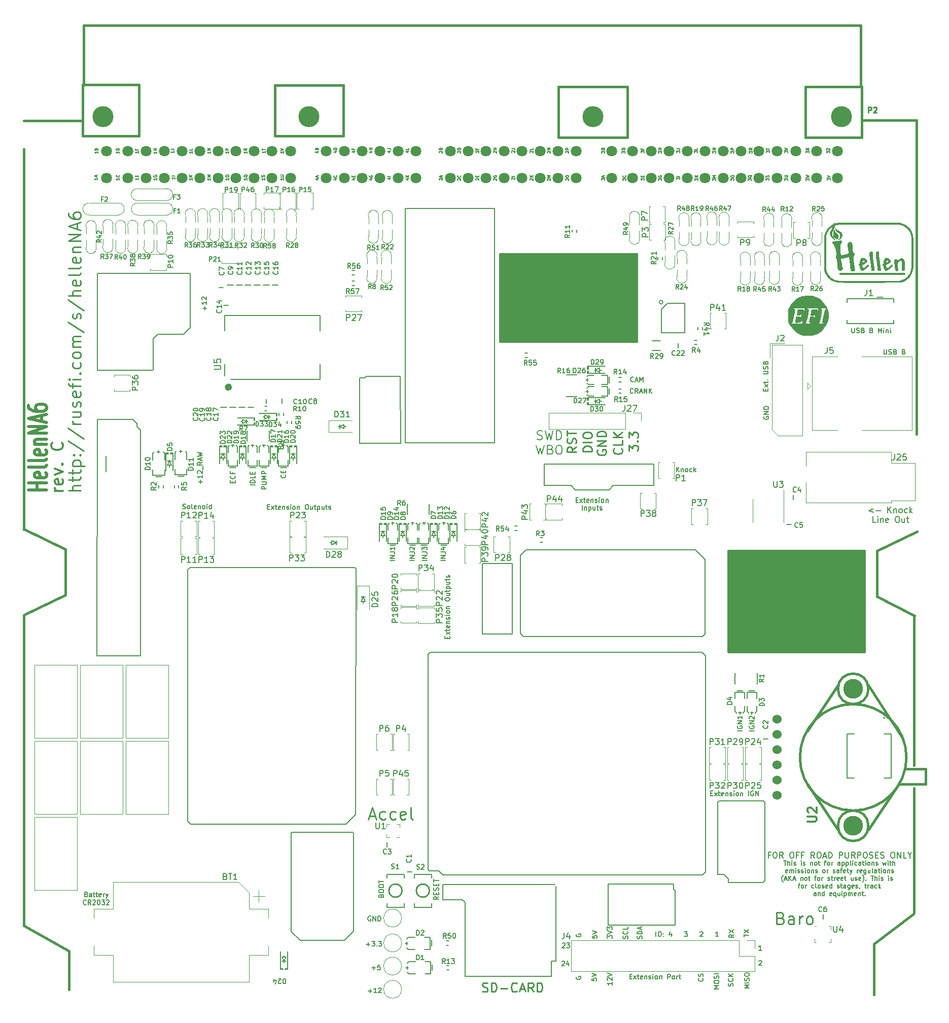
<source format=gto>
G04 #@! TF.GenerationSoftware,KiCad,Pcbnew,(6.0.1)*
G04 #@! TF.CreationDate,2022-06-25T09:27:14+03:00*
G04 #@! TF.ProjectId,hellen64_NA6_94,68656c6c-656e-4363-945f-4e41365f3934,b*
G04 #@! TF.SameCoordinates,PX141ef50PYa2cc1bc*
G04 #@! TF.FileFunction,Legend,Top*
G04 #@! TF.FilePolarity,Positive*
%FSLAX46Y46*%
G04 Gerber Fmt 4.6, Leading zero omitted, Abs format (unit mm)*
G04 Created by KiCad (PCBNEW (6.0.1)) date 2022-06-25 09:27:14*
%MOMM*%
%LPD*%
G01*
G04 APERTURE LIST*
%ADD10C,0.381000*%
%ADD11C,0.250000*%
%ADD12C,0.170000*%
%ADD13C,0.127000*%
%ADD14C,0.300000*%
%ADD15C,0.150000*%
%ADD16C,0.500000*%
%ADD17C,0.200000*%
%ADD18C,0.180000*%
%ADD19C,0.222250*%
%ADD20C,0.304800*%
%ADD21C,0.002540*%
%ADD22C,0.203200*%
%ADD23C,0.099060*%
%ADD24C,0.120000*%
%ADD25C,0.254000*%
%ADD26C,0.616000*%
%ADD27C,3.500120*%
%ADD28C,1.800000*%
%ADD29C,3.302000*%
%ADD30C,1.524000*%
G04 APERTURE END LIST*
D10*
X151162640Y94800000D02*
X151162640Y147005340D01*
X2151680Y147130340D02*
X11662640Y147130340D01*
X9112360Y67975000D02*
X9112360Y75575000D01*
X144537640Y75325000D02*
X144537640Y67725000D01*
X144087640Y9705340D02*
X150687640Y14705340D01*
X151162640Y147255340D02*
X142175000Y147255340D01*
X151237640Y78525000D02*
X144537640Y75325000D01*
D11*
X104507464Y124959870D02*
X81607464Y124959870D01*
X81607464Y124959870D02*
X81607464Y110209870D01*
X81607464Y110209870D02*
X104507464Y110209870D01*
X104507464Y110209870D02*
X104507464Y124959870D01*
G36*
X104507464Y124959870D02*
G01*
X81607464Y124959870D01*
X81607464Y110209870D01*
X104507464Y110209870D01*
X104507464Y124959870D01*
G37*
X142576680Y75430340D02*
X119676680Y75430340D01*
X119676680Y75430340D02*
X119676680Y58430340D01*
X119676680Y58430340D02*
X142576680Y58430340D01*
X142576680Y58430340D02*
X142576680Y75430340D01*
G36*
X142576680Y75430340D02*
G01*
X119676680Y75430340D01*
X119676680Y58430340D01*
X142576680Y58430340D01*
X142576680Y75430340D01*
G37*
D10*
X9701680Y2105340D02*
X9662640Y8305340D01*
X2162640Y78905340D02*
X2162640Y142355340D01*
X144537640Y67725000D02*
X150837640Y64525000D01*
X144101680Y1212400D02*
X144101680Y9755340D01*
X9662640Y8500000D02*
X2162640Y12800000D01*
X9112360Y75575000D02*
X2175000Y78975000D01*
X2412360Y64775000D02*
X9112360Y67975000D01*
X150762640Y39512400D02*
X150762640Y64605340D01*
X2162640Y12805340D02*
X2162640Y64605340D01*
X150762640Y14905340D02*
X150762640Y35712400D01*
D12*
X71413584Y17618436D02*
X71032632Y17351769D01*
X71413584Y17161293D02*
X70613584Y17161293D01*
X70613584Y17466055D01*
X70651680Y17542245D01*
X70689775Y17580340D01*
X70765965Y17618436D01*
X70880251Y17618436D01*
X70956441Y17580340D01*
X70994537Y17542245D01*
X71032632Y17466055D01*
X71032632Y17161293D01*
X70994537Y17961293D02*
X70994537Y18227960D01*
X71413584Y18342245D02*
X71413584Y17961293D01*
X70613584Y17961293D01*
X70613584Y18342245D01*
X71375489Y18647007D02*
X71413584Y18761293D01*
X71413584Y18951769D01*
X71375489Y19027960D01*
X71337394Y19066055D01*
X71261203Y19104150D01*
X71185013Y19104150D01*
X71108822Y19066055D01*
X71070727Y19027960D01*
X71032632Y18951769D01*
X70994537Y18799388D01*
X70956441Y18723198D01*
X70918346Y18685102D01*
X70842156Y18647007D01*
X70765965Y18647007D01*
X70689775Y18685102D01*
X70651680Y18723198D01*
X70613584Y18799388D01*
X70613584Y18989864D01*
X70651680Y19104150D01*
X70994537Y19447007D02*
X70994537Y19713674D01*
X71413584Y19827960D02*
X71413584Y19447007D01*
X70613584Y19447007D01*
X70613584Y19827960D01*
X70613584Y20056531D02*
X70613584Y20513674D01*
X71413584Y20285102D02*
X70613584Y20285102D01*
D13*
X120180809Y141748667D02*
X120180809Y142063143D01*
X120374333Y141893810D01*
X120374333Y141966381D01*
X120398523Y142014762D01*
X120422714Y142038953D01*
X120471095Y142063143D01*
X120592047Y142063143D01*
X120640428Y142038953D01*
X120664619Y142014762D01*
X120688809Y141966381D01*
X120688809Y141821239D01*
X120664619Y141772858D01*
X120640428Y141748667D01*
X120688809Y142280858D02*
X120180809Y142280858D01*
X120180809Y142474381D01*
X120205000Y142522762D01*
X120229190Y142546953D01*
X120277571Y142571143D01*
X120350142Y142571143D01*
X120398523Y142546953D01*
X120422714Y142522762D01*
X120446904Y142474381D01*
X120446904Y142280858D01*
D12*
X60240965Y5698198D02*
X60850489Y5698198D01*
X60545727Y5393436D02*
X60545727Y6002960D01*
X61612394Y6193436D02*
X61231441Y6193436D01*
X61193346Y5812483D01*
X61231441Y5850579D01*
X61307632Y5888674D01*
X61498108Y5888674D01*
X61574299Y5850579D01*
X61612394Y5812483D01*
X61650489Y5736293D01*
X61650489Y5545817D01*
X61612394Y5469626D01*
X61574299Y5431531D01*
X61498108Y5393436D01*
X61307632Y5393436D01*
X61231441Y5431531D01*
X61193346Y5469626D01*
D13*
X105194809Y137200858D02*
X105194809Y137515334D01*
X105388333Y137346000D01*
X105388333Y137418572D01*
X105412523Y137466953D01*
X105436714Y137491143D01*
X105485095Y137515334D01*
X105606047Y137515334D01*
X105654428Y137491143D01*
X105678619Y137466953D01*
X105702809Y137418572D01*
X105702809Y137273429D01*
X105678619Y137225048D01*
X105654428Y137200858D01*
X105436714Y137733048D02*
X105436714Y137902381D01*
X105702809Y137974953D02*
X105702809Y137733048D01*
X105194809Y137733048D01*
X105194809Y137974953D01*
X27258809Y142046620D02*
X27258809Y141756334D01*
X27258809Y141901477D02*
X26750809Y141901477D01*
X26823380Y141853096D01*
X26871761Y141804715D01*
X26895952Y141756334D01*
X26750809Y142409477D02*
X27113666Y142409477D01*
X27186238Y142385286D01*
X27234619Y142336905D01*
X27258809Y142264334D01*
X27258809Y142215953D01*
D12*
X103949999Y103626686D02*
X103911903Y103588591D01*
X103797618Y103550496D01*
X103721427Y103550496D01*
X103607141Y103588591D01*
X103530951Y103664781D01*
X103492856Y103740972D01*
X103454760Y103893353D01*
X103454760Y104007639D01*
X103492856Y104160020D01*
X103530951Y104236210D01*
X103607141Y104312400D01*
X103721427Y104350496D01*
X103797618Y104350496D01*
X103911903Y104312400D01*
X103949999Y104274305D01*
X104254760Y103779067D02*
X104635713Y103779067D01*
X104178570Y103550496D02*
X104445237Y104350496D01*
X104711903Y103550496D01*
X104978570Y103550496D02*
X104978570Y104350496D01*
X105245237Y103779067D01*
X105511903Y104350496D01*
X105511903Y103550496D01*
X120664284Y11270520D02*
X120283332Y11003853D01*
X120664284Y10813377D02*
X119864284Y10813377D01*
X119864284Y11118139D01*
X119902380Y11194329D01*
X119940475Y11232424D01*
X120016665Y11270520D01*
X120130951Y11270520D01*
X120207141Y11232424D01*
X120245237Y11194329D01*
X120283332Y11118139D01*
X120283332Y10813377D01*
X119864284Y11537186D02*
X120664284Y12070520D01*
X119864284Y12070520D02*
X120664284Y11537186D01*
D13*
X45546809Y137529048D02*
X45546809Y137238762D01*
X45546809Y137383905D02*
X45038809Y137383905D01*
X45111380Y137335524D01*
X45159761Y137287143D01*
X45183952Y137238762D01*
X45038809Y137746762D02*
X45450047Y137746762D01*
X45498428Y137770953D01*
X45522619Y137795143D01*
X45546809Y137843524D01*
X45546809Y137940286D01*
X45522619Y137988667D01*
X45498428Y138012858D01*
X45450047Y138037048D01*
X45038809Y138037048D01*
D12*
X145762394Y108943436D02*
X145762394Y108295817D01*
X145800489Y108219626D01*
X145838584Y108181531D01*
X145914775Y108143436D01*
X146067156Y108143436D01*
X146143346Y108181531D01*
X146181441Y108219626D01*
X146219537Y108295817D01*
X146219537Y108943436D01*
X146562394Y108181531D02*
X146676680Y108143436D01*
X146867156Y108143436D01*
X146943346Y108181531D01*
X146981441Y108219626D01*
X147019537Y108295817D01*
X147019537Y108372007D01*
X146981441Y108448198D01*
X146943346Y108486293D01*
X146867156Y108524388D01*
X146714775Y108562483D01*
X146638584Y108600579D01*
X146600489Y108638674D01*
X146562394Y108714864D01*
X146562394Y108791055D01*
X146600489Y108867245D01*
X146638584Y108905340D01*
X146714775Y108943436D01*
X146905251Y108943436D01*
X147019537Y108905340D01*
X147629060Y108562483D02*
X147743346Y108524388D01*
X147781441Y108486293D01*
X147819537Y108410102D01*
X147819537Y108295817D01*
X147781441Y108219626D01*
X147743346Y108181531D01*
X147667156Y108143436D01*
X147362394Y108143436D01*
X147362394Y108943436D01*
X147629060Y108943436D01*
X147705251Y108905340D01*
X147743346Y108867245D01*
X147781441Y108791055D01*
X147781441Y108714864D01*
X147743346Y108638674D01*
X147705251Y108600579D01*
X147629060Y108562483D01*
X147362394Y108562483D01*
X149038584Y108562483D02*
X149152870Y108524388D01*
X149190965Y108486293D01*
X149229060Y108410102D01*
X149229060Y108295817D01*
X149190965Y108219626D01*
X149152870Y108181531D01*
X149076680Y108143436D01*
X148771918Y108143436D01*
X148771918Y108943436D01*
X149038584Y108943436D01*
X149114775Y108905340D01*
X149152870Y108867245D01*
X149190965Y108791055D01*
X149190965Y108714864D01*
X149152870Y108638674D01*
X149114775Y108600579D01*
X149038584Y108562483D01*
X148771918Y108562483D01*
D13*
X42498809Y142046620D02*
X42498809Y141756334D01*
X42498809Y141901477D02*
X41990809Y141901477D01*
X42063380Y141853096D01*
X42111761Y141804715D01*
X42135952Y141756334D01*
X41990809Y142191762D02*
X41990809Y142482048D01*
X42498809Y142336905D02*
X41990809Y142336905D01*
X136182809Y141760762D02*
X136182809Y142075239D01*
X136376333Y141905905D01*
X136376333Y141978477D01*
X136400523Y142026858D01*
X136424714Y142051048D01*
X136473095Y142075239D01*
X136594047Y142075239D01*
X136642428Y142051048D01*
X136666619Y142026858D01*
X136690809Y141978477D01*
X136690809Y141833334D01*
X136666619Y141784953D01*
X136642428Y141760762D01*
X136182809Y142244572D02*
X136182809Y142583239D01*
X136690809Y142244572D01*
X136690809Y142583239D01*
D14*
X8704761Y85300000D02*
X7371428Y85300000D01*
X7752380Y85300000D02*
X7561904Y85395239D01*
X7466666Y85490477D01*
X7371428Y85680953D01*
X7371428Y85871429D01*
X8609523Y87300000D02*
X8704761Y87109524D01*
X8704761Y86728572D01*
X8609523Y86538096D01*
X8419047Y86442858D01*
X7657142Y86442858D01*
X7466666Y86538096D01*
X7371428Y86728572D01*
X7371428Y87109524D01*
X7466666Y87300000D01*
X7657142Y87395239D01*
X7847619Y87395239D01*
X8038095Y86442858D01*
X7371428Y88061905D02*
X8704761Y88538096D01*
X7371428Y89014286D01*
X8514285Y89776191D02*
X8609523Y89871429D01*
X8704761Y89776191D01*
X8609523Y89680953D01*
X8514285Y89776191D01*
X8704761Y89776191D01*
X8514285Y93395239D02*
X8609523Y93300000D01*
X8704761Y93014286D01*
X8704761Y92823810D01*
X8609523Y92538096D01*
X8419047Y92347620D01*
X8228571Y92252381D01*
X7847619Y92157143D01*
X7561904Y92157143D01*
X7180952Y92252381D01*
X6990476Y92347620D01*
X6800000Y92538096D01*
X6704761Y92823810D01*
X6704761Y93014286D01*
X6800000Y93300000D01*
X6895238Y93395239D01*
D12*
X122364284Y10899091D02*
X122364284Y11356234D01*
X123164284Y11127662D02*
X122364284Y11127662D01*
X122364284Y11546710D02*
X123164284Y12080043D01*
X122364284Y12080043D02*
X123164284Y11546710D01*
X123264284Y2313377D02*
X122464284Y2313377D01*
X123035713Y2580043D01*
X122464284Y2846710D01*
X123264284Y2846710D01*
X123264284Y3227662D02*
X122464284Y3227662D01*
X123226189Y3570520D02*
X123264284Y3684805D01*
X123264284Y3875281D01*
X123226189Y3951472D01*
X123188094Y3989567D01*
X123111903Y4027662D01*
X123035713Y4027662D01*
X122959522Y3989567D01*
X122921427Y3951472D01*
X122883332Y3875281D01*
X122845237Y3722900D01*
X122807141Y3646710D01*
X122769046Y3608615D01*
X122692856Y3570520D01*
X122616665Y3570520D01*
X122540475Y3608615D01*
X122502380Y3646710D01*
X122464284Y3722900D01*
X122464284Y3913377D01*
X122502380Y4027662D01*
X122464284Y4522900D02*
X122464284Y4675281D01*
X122502380Y4751472D01*
X122578570Y4827662D01*
X122730951Y4865758D01*
X122997618Y4865758D01*
X123149999Y4827662D01*
X123226189Y4751472D01*
X123264284Y4675281D01*
X123264284Y4522900D01*
X123226189Y4446710D01*
X123149999Y4370520D01*
X122997618Y4332424D01*
X122730951Y4332424D01*
X122578570Y4370520D01*
X122502380Y4446710D01*
X122464284Y4522900D01*
X72564284Y73713377D02*
X71764284Y73713377D01*
X72564284Y74094329D02*
X71764284Y74094329D01*
X72564284Y74551472D01*
X71764284Y74551472D01*
X71764284Y75160996D02*
X72335713Y75160996D01*
X72449999Y75122900D01*
X72526189Y75046710D01*
X72564284Y74932424D01*
X72564284Y74856234D01*
X72030951Y75884805D02*
X72564284Y75884805D01*
X71726189Y75694329D02*
X72297618Y75503853D01*
X72297618Y75999091D01*
D11*
X78724894Y1798198D02*
X78939180Y1726769D01*
X79296322Y1726769D01*
X79439180Y1798198D01*
X79510608Y1869626D01*
X79582037Y2012483D01*
X79582037Y2155340D01*
X79510608Y2298198D01*
X79439180Y2369626D01*
X79296322Y2441055D01*
X79010608Y2512483D01*
X78867751Y2583912D01*
X78796322Y2655340D01*
X78724894Y2798198D01*
X78724894Y2941055D01*
X78796322Y3083912D01*
X78867751Y3155340D01*
X79010608Y3226769D01*
X79367751Y3226769D01*
X79582037Y3155340D01*
X80224894Y1726769D02*
X80224894Y3226769D01*
X80582037Y3226769D01*
X80796322Y3155340D01*
X80939180Y3012483D01*
X81010608Y2869626D01*
X81082037Y2583912D01*
X81082037Y2369626D01*
X81010608Y2083912D01*
X80939180Y1941055D01*
X80796322Y1798198D01*
X80582037Y1726769D01*
X80224894Y1726769D01*
X81724894Y2298198D02*
X82867751Y2298198D01*
X84439180Y1869626D02*
X84367751Y1798198D01*
X84153465Y1726769D01*
X84010608Y1726769D01*
X83796322Y1798198D01*
X83653465Y1941055D01*
X83582037Y2083912D01*
X83510608Y2369626D01*
X83510608Y2583912D01*
X83582037Y2869626D01*
X83653465Y3012483D01*
X83796322Y3155340D01*
X84010608Y3226769D01*
X84153465Y3226769D01*
X84367751Y3155340D01*
X84439180Y3083912D01*
X85010608Y2155340D02*
X85724894Y2155340D01*
X84867751Y1726769D02*
X85367751Y3226769D01*
X85867751Y1726769D01*
X87224894Y1726769D02*
X86724894Y2441055D01*
X86367751Y1726769D02*
X86367751Y3226769D01*
X86939180Y3226769D01*
X87082037Y3155340D01*
X87153465Y3083912D01*
X87224894Y2941055D01*
X87224894Y2726769D01*
X87153465Y2583912D01*
X87082037Y2512483D01*
X86939180Y2441055D01*
X86367751Y2441055D01*
X87867751Y1726769D02*
X87867751Y3226769D01*
X88224894Y3226769D01*
X88439180Y3155340D01*
X88582037Y3012483D01*
X88653465Y2869626D01*
X88724894Y2583912D01*
X88724894Y2369626D01*
X88653465Y2083912D01*
X88582037Y1941055D01*
X88439180Y1798198D01*
X88224894Y1726769D01*
X87867751Y1726769D01*
D13*
X98590809Y137212953D02*
X98590809Y137527429D01*
X98784333Y137358096D01*
X98784333Y137430667D01*
X98808523Y137479048D01*
X98832714Y137503239D01*
X98881095Y137527429D01*
X99002047Y137527429D01*
X99050428Y137503239D01*
X99074619Y137479048D01*
X99098809Y137430667D01*
X99098809Y137285524D01*
X99074619Y137237143D01*
X99050428Y137212953D01*
X98953666Y137720953D02*
X98953666Y137962858D01*
X99098809Y137672572D02*
X98590809Y137841905D01*
X99098809Y138011239D01*
X105194809Y141784953D02*
X105194809Y142099429D01*
X105388333Y141930096D01*
X105388333Y142002667D01*
X105412523Y142051048D01*
X105436714Y142075239D01*
X105485095Y142099429D01*
X105606047Y142099429D01*
X105654428Y142075239D01*
X105678619Y142051048D01*
X105702809Y142002667D01*
X105702809Y141857524D01*
X105678619Y141809143D01*
X105654428Y141784953D01*
X105436714Y142486477D02*
X105436714Y142317143D01*
X105702809Y142317143D02*
X105194809Y142317143D01*
X105194809Y142559048D01*
X123101809Y137164572D02*
X123101809Y137479048D01*
X123295333Y137309715D01*
X123295333Y137382286D01*
X123319523Y137430667D01*
X123343714Y137454858D01*
X123392095Y137479048D01*
X123513047Y137479048D01*
X123561428Y137454858D01*
X123585619Y137430667D01*
X123609809Y137382286D01*
X123609809Y137237143D01*
X123585619Y137188762D01*
X123561428Y137164572D01*
X123658190Y138035429D02*
X123634000Y137987048D01*
X123585619Y137938667D01*
X123513047Y137866096D01*
X123488857Y137817715D01*
X123488857Y137769334D01*
X123609809Y137793524D02*
X123585619Y137745143D01*
X123537238Y137696762D01*
X123440476Y137672572D01*
X123271142Y137672572D01*
X123174380Y137696762D01*
X123126000Y137745143D01*
X123101809Y137793524D01*
X123101809Y137890286D01*
X123126000Y137938667D01*
X123174380Y137987048D01*
X123271142Y138011239D01*
X123440476Y138011239D01*
X123537238Y137987048D01*
X123585619Y137938667D01*
X123609809Y137890286D01*
X123609809Y137793524D01*
X114211809Y137176667D02*
X114211809Y137491143D01*
X114405333Y137321810D01*
X114405333Y137394381D01*
X114429523Y137442762D01*
X114453714Y137466953D01*
X114502095Y137491143D01*
X114623047Y137491143D01*
X114671428Y137466953D01*
X114695619Y137442762D01*
X114719809Y137394381D01*
X114719809Y137249239D01*
X114695619Y137200858D01*
X114671428Y137176667D01*
X114719809Y137708858D02*
X114211809Y137708858D01*
X114719809Y137999143D02*
X114429523Y137781429D01*
X114211809Y137999143D02*
X114502095Y137708858D01*
D15*
X144015476Y82344286D02*
X143253571Y82058572D01*
X144015476Y81772858D01*
X144396428Y82010953D02*
X145253571Y82010953D01*
X146396428Y81677620D02*
X146396428Y82677620D01*
X146967857Y81677620D02*
X146539285Y82249048D01*
X146967857Y82677620D02*
X146396428Y82106191D01*
X147396428Y82344286D02*
X147396428Y81677620D01*
X147396428Y82249048D02*
X147444047Y82296667D01*
X147539285Y82344286D01*
X147682142Y82344286D01*
X147777380Y82296667D01*
X147825000Y82201429D01*
X147825000Y81677620D01*
X148444047Y81677620D02*
X148348809Y81725239D01*
X148301190Y81772858D01*
X148253571Y81868096D01*
X148253571Y82153810D01*
X148301190Y82249048D01*
X148348809Y82296667D01*
X148444047Y82344286D01*
X148586904Y82344286D01*
X148682142Y82296667D01*
X148729761Y82249048D01*
X148777380Y82153810D01*
X148777380Y81868096D01*
X148729761Y81772858D01*
X148682142Y81725239D01*
X148586904Y81677620D01*
X148444047Y81677620D01*
X149634523Y81725239D02*
X149539285Y81677620D01*
X149348809Y81677620D01*
X149253571Y81725239D01*
X149205952Y81772858D01*
X149158333Y81868096D01*
X149158333Y82153810D01*
X149205952Y82249048D01*
X149253571Y82296667D01*
X149348809Y82344286D01*
X149539285Y82344286D01*
X149634523Y82296667D01*
X150063095Y81677620D02*
X150063095Y82677620D01*
X150158333Y82058572D02*
X150444047Y81677620D01*
X150444047Y82344286D02*
X150063095Y81963334D01*
X144372619Y80067620D02*
X143896428Y80067620D01*
X143896428Y81067620D01*
X144705952Y80067620D02*
X144705952Y80734286D01*
X144705952Y81067620D02*
X144658333Y81020000D01*
X144705952Y80972381D01*
X144753571Y81020000D01*
X144705952Y81067620D01*
X144705952Y80972381D01*
X145182142Y80734286D02*
X145182142Y80067620D01*
X145182142Y80639048D02*
X145229761Y80686667D01*
X145325000Y80734286D01*
X145467857Y80734286D01*
X145563095Y80686667D01*
X145610714Y80591429D01*
X145610714Y80067620D01*
X146467857Y80115239D02*
X146372619Y80067620D01*
X146182142Y80067620D01*
X146086904Y80115239D01*
X146039285Y80210477D01*
X146039285Y80591429D01*
X146086904Y80686667D01*
X146182142Y80734286D01*
X146372619Y80734286D01*
X146467857Y80686667D01*
X146515476Y80591429D01*
X146515476Y80496191D01*
X146039285Y80400953D01*
X147896428Y81067620D02*
X148086904Y81067620D01*
X148182142Y81020000D01*
X148277380Y80924762D01*
X148325000Y80734286D01*
X148325000Y80400953D01*
X148277380Y80210477D01*
X148182142Y80115239D01*
X148086904Y80067620D01*
X147896428Y80067620D01*
X147801190Y80115239D01*
X147705952Y80210477D01*
X147658333Y80400953D01*
X147658333Y80734286D01*
X147705952Y80924762D01*
X147801190Y81020000D01*
X147896428Y81067620D01*
X149182142Y80734286D02*
X149182142Y80067620D01*
X148753571Y80734286D02*
X148753571Y80210477D01*
X148801190Y80115239D01*
X148896428Y80067620D01*
X149039285Y80067620D01*
X149134523Y80115239D01*
X149182142Y80162858D01*
X149515476Y80734286D02*
X149896428Y80734286D01*
X149658333Y81067620D02*
X149658333Y80210477D01*
X149705952Y80115239D01*
X149801190Y80067620D01*
X149896428Y80067620D01*
D12*
X42844537Y82662483D02*
X43111203Y82662483D01*
X43225489Y82243436D02*
X42844537Y82243436D01*
X42844537Y83043436D01*
X43225489Y83043436D01*
X43492156Y82243436D02*
X43911203Y82776769D01*
X43492156Y82776769D02*
X43911203Y82243436D01*
X44101680Y82776769D02*
X44406441Y82776769D01*
X44215965Y83043436D02*
X44215965Y82357721D01*
X44254060Y82281531D01*
X44330251Y82243436D01*
X44406441Y82243436D01*
X44977870Y82281531D02*
X44901680Y82243436D01*
X44749299Y82243436D01*
X44673108Y82281531D01*
X44635013Y82357721D01*
X44635013Y82662483D01*
X44673108Y82738674D01*
X44749299Y82776769D01*
X44901680Y82776769D01*
X44977870Y82738674D01*
X45015965Y82662483D01*
X45015965Y82586293D01*
X44635013Y82510102D01*
X45358822Y82776769D02*
X45358822Y82243436D01*
X45358822Y82700579D02*
X45396918Y82738674D01*
X45473108Y82776769D01*
X45587394Y82776769D01*
X45663584Y82738674D01*
X45701680Y82662483D01*
X45701680Y82243436D01*
X46044537Y82281531D02*
X46120727Y82243436D01*
X46273108Y82243436D01*
X46349299Y82281531D01*
X46387394Y82357721D01*
X46387394Y82395817D01*
X46349299Y82472007D01*
X46273108Y82510102D01*
X46158822Y82510102D01*
X46082632Y82548198D01*
X46044537Y82624388D01*
X46044537Y82662483D01*
X46082632Y82738674D01*
X46158822Y82776769D01*
X46273108Y82776769D01*
X46349299Y82738674D01*
X46730251Y82243436D02*
X46730251Y82776769D01*
X46730251Y83043436D02*
X46692156Y83005340D01*
X46730251Y82967245D01*
X46768346Y83005340D01*
X46730251Y83043436D01*
X46730251Y82967245D01*
X47225489Y82243436D02*
X47149299Y82281531D01*
X47111203Y82319626D01*
X47073108Y82395817D01*
X47073108Y82624388D01*
X47111203Y82700579D01*
X47149299Y82738674D01*
X47225489Y82776769D01*
X47339775Y82776769D01*
X47415965Y82738674D01*
X47454060Y82700579D01*
X47492156Y82624388D01*
X47492156Y82395817D01*
X47454060Y82319626D01*
X47415965Y82281531D01*
X47339775Y82243436D01*
X47225489Y82243436D01*
X47835013Y82776769D02*
X47835013Y82243436D01*
X47835013Y82700579D02*
X47873108Y82738674D01*
X47949299Y82776769D01*
X48063584Y82776769D01*
X48139775Y82738674D01*
X48177870Y82662483D01*
X48177870Y82243436D01*
X49320727Y83043436D02*
X49473108Y83043436D01*
X49549299Y83005340D01*
X49625489Y82929150D01*
X49663584Y82776769D01*
X49663584Y82510102D01*
X49625489Y82357721D01*
X49549299Y82281531D01*
X49473108Y82243436D01*
X49320727Y82243436D01*
X49244537Y82281531D01*
X49168346Y82357721D01*
X49130251Y82510102D01*
X49130251Y82776769D01*
X49168346Y82929150D01*
X49244537Y83005340D01*
X49320727Y83043436D01*
X50349299Y82776769D02*
X50349299Y82243436D01*
X50006441Y82776769D02*
X50006441Y82357721D01*
X50044537Y82281531D01*
X50120727Y82243436D01*
X50235013Y82243436D01*
X50311203Y82281531D01*
X50349299Y82319626D01*
X50615965Y82776769D02*
X50920727Y82776769D01*
X50730251Y83043436D02*
X50730251Y82357721D01*
X50768346Y82281531D01*
X50844537Y82243436D01*
X50920727Y82243436D01*
X51187394Y82776769D02*
X51187394Y81976769D01*
X51187394Y82738674D02*
X51263584Y82776769D01*
X51415965Y82776769D01*
X51492156Y82738674D01*
X51530251Y82700579D01*
X51568346Y82624388D01*
X51568346Y82395817D01*
X51530251Y82319626D01*
X51492156Y82281531D01*
X51415965Y82243436D01*
X51263584Y82243436D01*
X51187394Y82281531D01*
X52254060Y82776769D02*
X52254060Y82243436D01*
X51911203Y82776769D02*
X51911203Y82357721D01*
X51949299Y82281531D01*
X52025489Y82243436D01*
X52139775Y82243436D01*
X52215965Y82281531D01*
X52254060Y82319626D01*
X52520727Y82776769D02*
X52825489Y82776769D01*
X52635013Y83043436D02*
X52635013Y82357721D01*
X52673108Y82281531D01*
X52749299Y82243436D01*
X52825489Y82243436D01*
X53054060Y82281531D02*
X53130251Y82243436D01*
X53282632Y82243436D01*
X53358822Y82281531D01*
X53396918Y82357721D01*
X53396918Y82395817D01*
X53358822Y82472007D01*
X53282632Y82510102D01*
X53168346Y82510102D01*
X53092156Y82548198D01*
X53054060Y82624388D01*
X53054060Y82662483D01*
X53092156Y82738674D01*
X53168346Y82776769D01*
X53282632Y82776769D01*
X53358822Y82738674D01*
D13*
X77684190Y141809143D02*
X77660000Y141833334D01*
X77635809Y141881715D01*
X77635809Y142002667D01*
X77660000Y142051048D01*
X77684190Y142075239D01*
X77732571Y142099429D01*
X77780952Y142099429D01*
X77853523Y142075239D01*
X78143809Y141784953D01*
X78143809Y142099429D01*
X77877714Y142486477D02*
X77877714Y142317143D01*
X78143809Y142317143D02*
X77635809Y142317143D01*
X77635809Y142559048D01*
D12*
X72844537Y60698198D02*
X72844537Y60964864D01*
X73263584Y61079150D02*
X73263584Y60698198D01*
X72463584Y60698198D01*
X72463584Y61079150D01*
X73263584Y61345817D02*
X72730251Y61764864D01*
X72730251Y61345817D02*
X73263584Y61764864D01*
X72730251Y61955340D02*
X72730251Y62260102D01*
X72463584Y62069626D02*
X73149299Y62069626D01*
X73225489Y62107721D01*
X73263584Y62183912D01*
X73263584Y62260102D01*
X73225489Y62831531D02*
X73263584Y62755340D01*
X73263584Y62602960D01*
X73225489Y62526769D01*
X73149299Y62488674D01*
X72844537Y62488674D01*
X72768346Y62526769D01*
X72730251Y62602960D01*
X72730251Y62755340D01*
X72768346Y62831531D01*
X72844537Y62869626D01*
X72920727Y62869626D01*
X72996918Y62488674D01*
X72730251Y63212483D02*
X73263584Y63212483D01*
X72806441Y63212483D02*
X72768346Y63250579D01*
X72730251Y63326769D01*
X72730251Y63441055D01*
X72768346Y63517245D01*
X72844537Y63555340D01*
X73263584Y63555340D01*
X73225489Y63898198D02*
X73263584Y63974388D01*
X73263584Y64126769D01*
X73225489Y64202960D01*
X73149299Y64241055D01*
X73111203Y64241055D01*
X73035013Y64202960D01*
X72996918Y64126769D01*
X72996918Y64012483D01*
X72958822Y63936293D01*
X72882632Y63898198D01*
X72844537Y63898198D01*
X72768346Y63936293D01*
X72730251Y64012483D01*
X72730251Y64126769D01*
X72768346Y64202960D01*
X73263584Y64583912D02*
X72730251Y64583912D01*
X72463584Y64583912D02*
X72501680Y64545817D01*
X72539775Y64583912D01*
X72501680Y64622007D01*
X72463584Y64583912D01*
X72539775Y64583912D01*
X73263584Y65079150D02*
X73225489Y65002960D01*
X73187394Y64964864D01*
X73111203Y64926769D01*
X72882632Y64926769D01*
X72806441Y64964864D01*
X72768346Y65002960D01*
X72730251Y65079150D01*
X72730251Y65193436D01*
X72768346Y65269626D01*
X72806441Y65307721D01*
X72882632Y65345817D01*
X73111203Y65345817D01*
X73187394Y65307721D01*
X73225489Y65269626D01*
X73263584Y65193436D01*
X73263584Y65079150D01*
X72730251Y65688674D02*
X73263584Y65688674D01*
X72806441Y65688674D02*
X72768346Y65726769D01*
X72730251Y65802960D01*
X72730251Y65917245D01*
X72768346Y65993436D01*
X72844537Y66031531D01*
X73263584Y66031531D01*
X72463584Y67174388D02*
X72463584Y67326769D01*
X72501680Y67402960D01*
X72577870Y67479150D01*
X72730251Y67517245D01*
X72996918Y67517245D01*
X73149299Y67479150D01*
X73225489Y67402960D01*
X73263584Y67326769D01*
X73263584Y67174388D01*
X73225489Y67098198D01*
X73149299Y67022007D01*
X72996918Y66983912D01*
X72730251Y66983912D01*
X72577870Y67022007D01*
X72501680Y67098198D01*
X72463584Y67174388D01*
X72730251Y68202960D02*
X73263584Y68202960D01*
X72730251Y67860102D02*
X73149299Y67860102D01*
X73225489Y67898198D01*
X73263584Y67974388D01*
X73263584Y68088674D01*
X73225489Y68164864D01*
X73187394Y68202960D01*
X72730251Y68469626D02*
X72730251Y68774388D01*
X72463584Y68583912D02*
X73149299Y68583912D01*
X73225489Y68622007D01*
X73263584Y68698198D01*
X73263584Y68774388D01*
X72730251Y69041055D02*
X73530251Y69041055D01*
X72768346Y69041055D02*
X72730251Y69117245D01*
X72730251Y69269626D01*
X72768346Y69345817D01*
X72806441Y69383912D01*
X72882632Y69422007D01*
X73111203Y69422007D01*
X73187394Y69383912D01*
X73225489Y69345817D01*
X73263584Y69269626D01*
X73263584Y69117245D01*
X73225489Y69041055D01*
X72730251Y70107721D02*
X73263584Y70107721D01*
X72730251Y69764864D02*
X73149299Y69764864D01*
X73225489Y69802960D01*
X73263584Y69879150D01*
X73263584Y69993436D01*
X73225489Y70069626D01*
X73187394Y70107721D01*
X72730251Y70374388D02*
X72730251Y70679150D01*
X72463584Y70488674D02*
X73149299Y70488674D01*
X73225489Y70526769D01*
X73263584Y70602960D01*
X73263584Y70679150D01*
X73225489Y70907721D02*
X73263584Y70983912D01*
X73263584Y71136293D01*
X73225489Y71212483D01*
X73149299Y71250579D01*
X73111203Y71250579D01*
X73035013Y71212483D01*
X72996918Y71136293D01*
X72996918Y71022007D01*
X72958822Y70945817D01*
X72882632Y70907721D01*
X72844537Y70907721D01*
X72768346Y70945817D01*
X72730251Y71022007D01*
X72730251Y71136293D01*
X72768346Y71212483D01*
X115488094Y3970520D02*
X115526189Y3932424D01*
X115564284Y3818139D01*
X115564284Y3741948D01*
X115526189Y3627662D01*
X115449999Y3551472D01*
X115373808Y3513377D01*
X115221427Y3475281D01*
X115107141Y3475281D01*
X114954760Y3513377D01*
X114878570Y3551472D01*
X114802380Y3627662D01*
X114764284Y3741948D01*
X114764284Y3818139D01*
X114802380Y3932424D01*
X114840475Y3970520D01*
X115526189Y4275281D02*
X115564284Y4389567D01*
X115564284Y4580043D01*
X115526189Y4656234D01*
X115488094Y4694329D01*
X115411903Y4732424D01*
X115335713Y4732424D01*
X115259522Y4694329D01*
X115221427Y4656234D01*
X115183332Y4580043D01*
X115145237Y4427662D01*
X115107141Y4351472D01*
X115069046Y4313377D01*
X114992856Y4275281D01*
X114916665Y4275281D01*
X114840475Y4313377D01*
X114802380Y4351472D01*
X114764284Y4427662D01*
X114764284Y4618139D01*
X114802380Y4732424D01*
X111101680Y88543436D02*
X111101680Y89343436D01*
X111558822Y88543436D02*
X111215965Y89000579D01*
X111558822Y89343436D02*
X111101680Y88886293D01*
X111901680Y89076769D02*
X111901680Y88543436D01*
X111901680Y89000579D02*
X111939775Y89038674D01*
X112015965Y89076769D01*
X112130251Y89076769D01*
X112206441Y89038674D01*
X112244537Y88962483D01*
X112244537Y88543436D01*
X112739775Y88543436D02*
X112663584Y88581531D01*
X112625489Y88619626D01*
X112587394Y88695817D01*
X112587394Y88924388D01*
X112625489Y89000579D01*
X112663584Y89038674D01*
X112739775Y89076769D01*
X112854060Y89076769D01*
X112930251Y89038674D01*
X112968346Y89000579D01*
X113006441Y88924388D01*
X113006441Y88695817D01*
X112968346Y88619626D01*
X112930251Y88581531D01*
X112854060Y88543436D01*
X112739775Y88543436D01*
X113692156Y88581531D02*
X113615965Y88543436D01*
X113463584Y88543436D01*
X113387394Y88581531D01*
X113349299Y88619626D01*
X113311203Y88695817D01*
X113311203Y88924388D01*
X113349299Y89000579D01*
X113387394Y89038674D01*
X113463584Y89076769D01*
X113615965Y89076769D01*
X113692156Y89038674D01*
X114035013Y88543436D02*
X114035013Y89343436D01*
X114111203Y88848198D02*
X114339775Y88543436D01*
X114339775Y89076769D02*
X114035013Y88772007D01*
X40764284Y86326686D02*
X39964284Y86326686D01*
X40764284Y86707639D02*
X39964284Y86707639D01*
X39964284Y86898115D01*
X40002380Y87012400D01*
X40078570Y87088591D01*
X40154760Y87126686D01*
X40307141Y87164781D01*
X40421427Y87164781D01*
X40573808Y87126686D01*
X40649999Y87088591D01*
X40726189Y87012400D01*
X40764284Y86898115D01*
X40764284Y86707639D01*
X40764284Y87888591D02*
X40764284Y87507639D01*
X39964284Y87507639D01*
X40345237Y88155258D02*
X40345237Y88421924D01*
X40764284Y88536210D02*
X40764284Y88155258D01*
X39964284Y88155258D01*
X39964284Y88536210D01*
D13*
X126149809Y141809143D02*
X126149809Y142123620D01*
X126343333Y141954286D01*
X126343333Y142026858D01*
X126367523Y142075239D01*
X126391714Y142099429D01*
X126440095Y142123620D01*
X126561047Y142123620D01*
X126609428Y142099429D01*
X126633619Y142075239D01*
X126657809Y142026858D01*
X126657809Y141881715D01*
X126633619Y141833334D01*
X126609428Y141809143D01*
X126149809Y142268762D02*
X126149809Y142559048D01*
X126657809Y142413905D02*
X126149809Y142413905D01*
X66116142Y142063143D02*
X66454809Y142063143D01*
X65922619Y141942191D02*
X66285476Y141821239D01*
X66285476Y142135715D01*
X66454809Y142571143D02*
X66454809Y142329239D01*
X65946809Y142329239D01*
X30306809Y142034524D02*
X30306809Y141744239D01*
X30306809Y141889381D02*
X29798809Y141889381D01*
X29871380Y141841000D01*
X29919761Y141792620D01*
X29943952Y141744239D01*
X30306809Y142494143D02*
X30306809Y142252239D01*
X29798809Y142252239D01*
D12*
X64064284Y73713377D02*
X63264284Y73713377D01*
X64064284Y74094329D02*
X63264284Y74094329D01*
X64064284Y74551472D01*
X63264284Y74551472D01*
X63264284Y75160996D02*
X63835713Y75160996D01*
X63949999Y75122900D01*
X64026189Y75046710D01*
X64064284Y74932424D01*
X64064284Y74856234D01*
X64064284Y75960996D02*
X64064284Y75503853D01*
X64064284Y75732424D02*
X63264284Y75732424D01*
X63378570Y75656234D01*
X63454760Y75580043D01*
X63492856Y75503853D01*
X69464284Y73713377D02*
X68664284Y73713377D01*
X69464284Y74094329D02*
X68664284Y74094329D01*
X69464284Y74551472D01*
X68664284Y74551472D01*
X68664284Y75160996D02*
X69235713Y75160996D01*
X69349999Y75122900D01*
X69426189Y75046710D01*
X69464284Y74932424D01*
X69464284Y74856234D01*
X68664284Y75465758D02*
X68664284Y75960996D01*
X68969046Y75694329D01*
X68969046Y75808615D01*
X69007141Y75884805D01*
X69045237Y75922900D01*
X69121427Y75960996D01*
X69311903Y75960996D01*
X69388094Y75922900D01*
X69426189Y75884805D01*
X69464284Y75808615D01*
X69464284Y75580043D01*
X69426189Y75503853D01*
X69388094Y75465758D01*
X125322403Y8650496D02*
X124865260Y8650496D01*
X125093832Y8650496D02*
X125093832Y9450496D01*
X125017641Y9336210D01*
X124941451Y9260020D01*
X124865260Y9221924D01*
D13*
X111163809Y141809143D02*
X111163809Y142123620D01*
X111357333Y141954286D01*
X111357333Y142026858D01*
X111381523Y142075239D01*
X111405714Y142099429D01*
X111454095Y142123620D01*
X111575047Y142123620D01*
X111623428Y142099429D01*
X111647619Y142075239D01*
X111671809Y142026858D01*
X111671809Y141881715D01*
X111647619Y141833334D01*
X111623428Y141809143D01*
X111163809Y142486477D02*
X111526666Y142486477D01*
X111599238Y142462286D01*
X111647619Y142413905D01*
X111671809Y142341334D01*
X111671809Y142292953D01*
D12*
X12594537Y17981483D02*
X12708822Y17943388D01*
X12746918Y17905293D01*
X12785013Y17829102D01*
X12785013Y17714817D01*
X12746918Y17638626D01*
X12708822Y17600531D01*
X12632632Y17562436D01*
X12327870Y17562436D01*
X12327870Y18362436D01*
X12594537Y18362436D01*
X12670727Y18324340D01*
X12708822Y18286245D01*
X12746918Y18210055D01*
X12746918Y18133864D01*
X12708822Y18057674D01*
X12670727Y18019579D01*
X12594537Y17981483D01*
X12327870Y17981483D01*
X13470727Y17562436D02*
X13470727Y17981483D01*
X13432632Y18057674D01*
X13356441Y18095769D01*
X13204060Y18095769D01*
X13127870Y18057674D01*
X13470727Y17600531D02*
X13394537Y17562436D01*
X13204060Y17562436D01*
X13127870Y17600531D01*
X13089775Y17676721D01*
X13089775Y17752912D01*
X13127870Y17829102D01*
X13204060Y17867198D01*
X13394537Y17867198D01*
X13470727Y17905293D01*
X13737394Y18095769D02*
X14042156Y18095769D01*
X13851680Y18362436D02*
X13851680Y17676721D01*
X13889775Y17600531D01*
X13965965Y17562436D01*
X14042156Y17562436D01*
X14194537Y18095769D02*
X14499299Y18095769D01*
X14308822Y18362436D02*
X14308822Y17676721D01*
X14346918Y17600531D01*
X14423108Y17562436D01*
X14499299Y17562436D01*
X15070727Y17600531D02*
X14994537Y17562436D01*
X14842156Y17562436D01*
X14765965Y17600531D01*
X14727870Y17676721D01*
X14727870Y17981483D01*
X14765965Y18057674D01*
X14842156Y18095769D01*
X14994537Y18095769D01*
X15070727Y18057674D01*
X15108822Y17981483D01*
X15108822Y17905293D01*
X14727870Y17829102D01*
X15451680Y17562436D02*
X15451680Y18095769D01*
X15451680Y17943388D02*
X15489775Y18019579D01*
X15527870Y18057674D01*
X15604060Y18095769D01*
X15680251Y18095769D01*
X15870727Y18095769D02*
X16061203Y17562436D01*
X16251680Y18095769D02*
X16061203Y17562436D01*
X15985013Y17371960D01*
X15946918Y17333864D01*
X15870727Y17295769D01*
X12575489Y16350626D02*
X12537394Y16312531D01*
X12423108Y16274436D01*
X12346918Y16274436D01*
X12232632Y16312531D01*
X12156441Y16388721D01*
X12118346Y16464912D01*
X12080251Y16617293D01*
X12080251Y16731579D01*
X12118346Y16883960D01*
X12156441Y16960150D01*
X12232632Y17036340D01*
X12346918Y17074436D01*
X12423108Y17074436D01*
X12537394Y17036340D01*
X12575489Y16998245D01*
X13375489Y16274436D02*
X13108822Y16655388D01*
X12918346Y16274436D02*
X12918346Y17074436D01*
X13223108Y17074436D01*
X13299299Y17036340D01*
X13337394Y16998245D01*
X13375489Y16922055D01*
X13375489Y16807769D01*
X13337394Y16731579D01*
X13299299Y16693483D01*
X13223108Y16655388D01*
X12918346Y16655388D01*
X13680251Y16998245D02*
X13718346Y17036340D01*
X13794537Y17074436D01*
X13985013Y17074436D01*
X14061203Y17036340D01*
X14099299Y16998245D01*
X14137394Y16922055D01*
X14137394Y16845864D01*
X14099299Y16731579D01*
X13642156Y16274436D01*
X14137394Y16274436D01*
X14632632Y17074436D02*
X14708822Y17074436D01*
X14785013Y17036340D01*
X14823108Y16998245D01*
X14861203Y16922055D01*
X14899299Y16769674D01*
X14899299Y16579198D01*
X14861203Y16426817D01*
X14823108Y16350626D01*
X14785013Y16312531D01*
X14708822Y16274436D01*
X14632632Y16274436D01*
X14556441Y16312531D01*
X14518346Y16350626D01*
X14480251Y16426817D01*
X14442156Y16579198D01*
X14442156Y16769674D01*
X14480251Y16922055D01*
X14518346Y16998245D01*
X14556441Y17036340D01*
X14632632Y17074436D01*
X15165965Y17074436D02*
X15661203Y17074436D01*
X15394537Y16769674D01*
X15508822Y16769674D01*
X15585013Y16731579D01*
X15623108Y16693483D01*
X15661203Y16617293D01*
X15661203Y16426817D01*
X15623108Y16350626D01*
X15585013Y16312531D01*
X15508822Y16274436D01*
X15280251Y16274436D01*
X15204060Y16312531D01*
X15165965Y16350626D01*
X15965965Y16998245D02*
X16004060Y17036340D01*
X16080251Y17074436D01*
X16270727Y17074436D01*
X16346918Y17036340D01*
X16385013Y16998245D01*
X16423108Y16922055D01*
X16423108Y16845864D01*
X16385013Y16731579D01*
X15927870Y16274436D01*
X16423108Y16274436D01*
D13*
X50992822Y141998102D02*
X51331489Y141998102D01*
X50799299Y141877150D02*
X51162156Y141756198D01*
X51162156Y142070674D01*
X51065394Y142433531D02*
X51089584Y142506102D01*
X51113775Y142530293D01*
X51162156Y142554483D01*
X51234727Y142554483D01*
X51283108Y142530293D01*
X51307299Y142506102D01*
X51331489Y142457721D01*
X51331489Y142264198D01*
X50823489Y142264198D01*
X50823489Y142433531D01*
X50847680Y142481912D01*
X50871870Y142506102D01*
X50920251Y142530293D01*
X50968632Y142530293D01*
X51017013Y142506102D01*
X51041203Y142481912D01*
X51065394Y142433531D01*
X51065394Y142264198D01*
D12*
X124064284Y45312400D02*
X123264284Y45312400D01*
X123302380Y46112400D02*
X123264284Y46036210D01*
X123264284Y45921924D01*
X123302380Y45807639D01*
X123378570Y45731448D01*
X123454760Y45693353D01*
X123607141Y45655258D01*
X123721427Y45655258D01*
X123873808Y45693353D01*
X123949999Y45731448D01*
X124026189Y45807639D01*
X124064284Y45921924D01*
X124064284Y45998115D01*
X124026189Y46112400D01*
X123988094Y46150496D01*
X123721427Y46150496D01*
X123721427Y45998115D01*
X124064284Y46493353D02*
X123264284Y46493353D01*
X124064284Y46950496D01*
X123264284Y46950496D01*
X123340475Y47293353D02*
X123302380Y47331448D01*
X123264284Y47407639D01*
X123264284Y47598115D01*
X123302380Y47674305D01*
X123340475Y47712400D01*
X123416665Y47750496D01*
X123492856Y47750496D01*
X123607141Y47712400D01*
X124064284Y47255258D01*
X124064284Y47750496D01*
D13*
X30306809Y137541143D02*
X30306809Y137250858D01*
X30306809Y137396000D02*
X29798809Y137396000D01*
X29871380Y137347620D01*
X29919761Y137299239D01*
X29943952Y137250858D01*
X30306809Y137758858D02*
X29798809Y137758858D01*
X30306809Y138049143D02*
X30016523Y137831429D01*
X29798809Y138049143D02*
X30089095Y137758858D01*
D12*
X97064284Y11094329D02*
X97064284Y10713377D01*
X97445237Y10675281D01*
X97407141Y10713377D01*
X97369046Y10789567D01*
X97369046Y10980043D01*
X97407141Y11056234D01*
X97445237Y11094329D01*
X97521427Y11132424D01*
X97711903Y11132424D01*
X97788094Y11094329D01*
X97826189Y11056234D01*
X97864284Y10980043D01*
X97864284Y10789567D01*
X97826189Y10713377D01*
X97788094Y10675281D01*
X97064284Y11360996D02*
X97864284Y11627662D01*
X97064284Y11894329D01*
D16*
X5957142Y85504762D02*
X2957142Y85504762D01*
X4385714Y85504762D02*
X4385714Y86647620D01*
X5957142Y86647620D02*
X2957142Y86647620D01*
X5814285Y88361905D02*
X5957142Y88171429D01*
X5957142Y87790477D01*
X5814285Y87600000D01*
X5528571Y87504762D01*
X4385714Y87504762D01*
X4100000Y87600000D01*
X3957142Y87790477D01*
X3957142Y88171429D01*
X4100000Y88361905D01*
X4385714Y88457143D01*
X4671428Y88457143D01*
X4957142Y87504762D01*
X5957142Y89600000D02*
X5814285Y89409524D01*
X5528571Y89314286D01*
X2957142Y89314286D01*
X5957142Y90647620D02*
X5814285Y90457143D01*
X5528571Y90361905D01*
X2957142Y90361905D01*
X5814285Y92171429D02*
X5957142Y91980953D01*
X5957142Y91600000D01*
X5814285Y91409524D01*
X5528571Y91314286D01*
X4385714Y91314286D01*
X4100000Y91409524D01*
X3957142Y91600000D01*
X3957142Y91980953D01*
X4100000Y92171429D01*
X4385714Y92266667D01*
X4671428Y92266667D01*
X4957142Y91314286D01*
X3957142Y93123810D02*
X5957142Y93123810D01*
X4242857Y93123810D02*
X4100000Y93219048D01*
X3957142Y93409524D01*
X3957142Y93695239D01*
X4100000Y93885715D01*
X4385714Y93980953D01*
X5957142Y93980953D01*
X5957142Y94933334D02*
X2957142Y94933334D01*
X5957142Y96076191D01*
X2957142Y96076191D01*
X5100000Y96933334D02*
X5100000Y97885715D01*
X5957142Y96742858D02*
X2957142Y97409524D01*
X5957142Y98076191D01*
X2957142Y99600000D02*
X2957142Y99219048D01*
X3100000Y99028572D01*
X3242857Y98933334D01*
X3671428Y98742858D01*
X4242857Y98647620D01*
X5385714Y98647620D01*
X5671428Y98742858D01*
X5814285Y98838096D01*
X5957142Y99028572D01*
X5957142Y99409524D01*
X5814285Y99600000D01*
X5671428Y99695239D01*
X5385714Y99790477D01*
X4671428Y99790477D01*
X4385714Y99695239D01*
X4242857Y99600000D01*
X4100000Y99409524D01*
X4100000Y99028572D01*
X4242857Y98838096D01*
X4385714Y98742858D01*
X4671428Y98647620D01*
D12*
X61817857Y17764286D02*
X61855952Y17878572D01*
X61894047Y17916667D01*
X61970238Y17954762D01*
X62084523Y17954762D01*
X62160714Y17916667D01*
X62198809Y17878572D01*
X62236904Y17802381D01*
X62236904Y17497620D01*
X61436904Y17497620D01*
X61436904Y17764286D01*
X61475000Y17840477D01*
X61513095Y17878572D01*
X61589285Y17916667D01*
X61665476Y17916667D01*
X61741666Y17878572D01*
X61779761Y17840477D01*
X61817857Y17764286D01*
X61817857Y17497620D01*
X61436904Y18450000D02*
X61436904Y18602381D01*
X61475000Y18678572D01*
X61551190Y18754762D01*
X61703571Y18792858D01*
X61970238Y18792858D01*
X62122619Y18754762D01*
X62198809Y18678572D01*
X62236904Y18602381D01*
X62236904Y18450000D01*
X62198809Y18373810D01*
X62122619Y18297620D01*
X61970238Y18259524D01*
X61703571Y18259524D01*
X61551190Y18297620D01*
X61475000Y18373810D01*
X61436904Y18450000D01*
X61436904Y19288096D02*
X61436904Y19440477D01*
X61475000Y19516667D01*
X61551190Y19592858D01*
X61703571Y19630953D01*
X61970238Y19630953D01*
X62122619Y19592858D01*
X62198809Y19516667D01*
X62236904Y19440477D01*
X62236904Y19288096D01*
X62198809Y19211905D01*
X62122619Y19135715D01*
X61970238Y19097620D01*
X61703571Y19097620D01*
X61551190Y19135715D01*
X61475000Y19211905D01*
X61436904Y19288096D01*
X61436904Y19859524D02*
X61436904Y20316667D01*
X62236904Y20088096D02*
X61436904Y20088096D01*
D13*
X57099142Y137466953D02*
X57437809Y137466953D01*
X56905619Y137346000D02*
X57268476Y137225048D01*
X57268476Y137539524D01*
X57171714Y137733048D02*
X57171714Y137902381D01*
X57437809Y137974953D02*
X57437809Y137733048D01*
X56929809Y137733048D01*
X56929809Y137974953D01*
D12*
X124865260Y6874305D02*
X124903356Y6912400D01*
X124979546Y6950496D01*
X125170022Y6950496D01*
X125246213Y6912400D01*
X125284308Y6874305D01*
X125322403Y6798115D01*
X125322403Y6721924D01*
X125284308Y6607639D01*
X124827165Y6150496D01*
X125322403Y6150496D01*
D13*
X63068142Y142075239D02*
X63406809Y142075239D01*
X62874619Y141954286D02*
X63237476Y141833334D01*
X63237476Y142147810D01*
X62898809Y142486477D02*
X63261666Y142486477D01*
X63334238Y142462286D01*
X63382619Y142413905D01*
X63406809Y142341334D01*
X63406809Y142292953D01*
X80605190Y137200858D02*
X80581000Y137225048D01*
X80556809Y137273429D01*
X80556809Y137394381D01*
X80581000Y137442762D01*
X80605190Y137466953D01*
X80653571Y137491143D01*
X80701952Y137491143D01*
X80774523Y137466953D01*
X81064809Y137176667D01*
X81064809Y137491143D01*
X80581000Y137974953D02*
X80556809Y137926572D01*
X80556809Y137854000D01*
X80581000Y137781429D01*
X80629380Y137733048D01*
X80677761Y137708858D01*
X80774523Y137684667D01*
X80847095Y137684667D01*
X80943857Y137708858D01*
X80992238Y137733048D01*
X81040619Y137781429D01*
X81064809Y137854000D01*
X81064809Y137902381D01*
X81040619Y137974953D01*
X81016428Y137999143D01*
X80847095Y137999143D01*
X80847095Y137902381D01*
D12*
X31657142Y86553572D02*
X31657142Y87163096D01*
X31961904Y86858334D02*
X31352380Y86858334D01*
X31961904Y87963096D02*
X31961904Y87505953D01*
X31961904Y87734524D02*
X31161904Y87734524D01*
X31276190Y87658334D01*
X31352380Y87582143D01*
X31390476Y87505953D01*
X31238095Y88267858D02*
X31200000Y88305953D01*
X31161904Y88382143D01*
X31161904Y88572620D01*
X31200000Y88648810D01*
X31238095Y88686905D01*
X31314285Y88725000D01*
X31390476Y88725000D01*
X31504761Y88686905D01*
X31961904Y88229762D01*
X31961904Y88725000D01*
X32038095Y88877381D02*
X32038095Y89486905D01*
X31961904Y90134524D02*
X31580952Y89867858D01*
X31961904Y89677381D02*
X31161904Y89677381D01*
X31161904Y89982143D01*
X31200000Y90058334D01*
X31238095Y90096429D01*
X31314285Y90134524D01*
X31428571Y90134524D01*
X31504761Y90096429D01*
X31542857Y90058334D01*
X31580952Y89982143D01*
X31580952Y89677381D01*
X31733333Y90439286D02*
X31733333Y90820239D01*
X31961904Y90363096D02*
X31161904Y90629762D01*
X31961904Y90896429D01*
X31161904Y91086905D02*
X31961904Y91277381D01*
X31390476Y91429762D01*
X31961904Y91582143D01*
X31161904Y91772620D01*
X59319537Y9648198D02*
X59929060Y9648198D01*
X59624299Y9343436D02*
X59624299Y9952960D01*
X60233822Y10143436D02*
X60729060Y10143436D01*
X60462394Y9838674D01*
X60576680Y9838674D01*
X60652870Y9800579D01*
X60690965Y9762483D01*
X60729060Y9686293D01*
X60729060Y9495817D01*
X60690965Y9419626D01*
X60652870Y9381531D01*
X60576680Y9343436D01*
X60348108Y9343436D01*
X60271918Y9381531D01*
X60233822Y9419626D01*
X61071918Y9419626D02*
X61110013Y9381531D01*
X61071918Y9343436D01*
X61033822Y9381531D01*
X61071918Y9419626D01*
X61071918Y9343436D01*
X61376680Y10143436D02*
X61871918Y10143436D01*
X61605251Y9838674D01*
X61719537Y9838674D01*
X61795727Y9800579D01*
X61833822Y9762483D01*
X61871918Y9686293D01*
X61871918Y9495817D01*
X61833822Y9419626D01*
X61795727Y9381531D01*
X61719537Y9343436D01*
X61490965Y9343436D01*
X61414775Y9381531D01*
X61376680Y9419626D01*
X45788094Y87998115D02*
X45826189Y87960020D01*
X45864284Y87845734D01*
X45864284Y87769543D01*
X45826189Y87655258D01*
X45749999Y87579067D01*
X45673808Y87540972D01*
X45521427Y87502877D01*
X45407141Y87502877D01*
X45254760Y87540972D01*
X45178570Y87579067D01*
X45102380Y87655258D01*
X45064284Y87769543D01*
X45064284Y87845734D01*
X45102380Y87960020D01*
X45140475Y87998115D01*
X45445237Y88340972D02*
X45445237Y88607639D01*
X45864284Y88721924D02*
X45864284Y88340972D01*
X45064284Y88340972D01*
X45064284Y88721924D01*
X42664284Y85626686D02*
X41864284Y85626686D01*
X41864284Y85931448D01*
X41902380Y86007639D01*
X41940475Y86045734D01*
X42016665Y86083829D01*
X42130951Y86083829D01*
X42207141Y86045734D01*
X42245237Y86007639D01*
X42283332Y85931448D01*
X42283332Y85626686D01*
X41864284Y86426686D02*
X42511903Y86426686D01*
X42588094Y86464781D01*
X42626189Y86502877D01*
X42664284Y86579067D01*
X42664284Y86731448D01*
X42626189Y86807639D01*
X42588094Y86845734D01*
X42511903Y86883829D01*
X41864284Y86883829D01*
X42664284Y87264781D02*
X41864284Y87264781D01*
X42435713Y87531448D01*
X41864284Y87798115D01*
X42664284Y87798115D01*
X42664284Y88179067D02*
X41864284Y88179067D01*
X41864284Y88483829D01*
X41902380Y88560020D01*
X41940475Y88598115D01*
X42016665Y88636210D01*
X42130951Y88636210D01*
X42207141Y88598115D01*
X42245237Y88560020D01*
X42283332Y88483829D01*
X42283332Y88179067D01*
D11*
X103180251Y92033912D02*
X103180251Y92962483D01*
X103751680Y92462483D01*
X103751680Y92676769D01*
X103823108Y92819626D01*
X103894537Y92891055D01*
X104037394Y92962483D01*
X104394537Y92962483D01*
X104537394Y92891055D01*
X104608822Y92819626D01*
X104680251Y92676769D01*
X104680251Y92248198D01*
X104608822Y92105340D01*
X104537394Y92033912D01*
X104537394Y93605340D02*
X104608822Y93676769D01*
X104680251Y93605340D01*
X104608822Y93533912D01*
X104537394Y93605340D01*
X104680251Y93605340D01*
X103180251Y94176769D02*
X103180251Y95105340D01*
X103751680Y94605340D01*
X103751680Y94819626D01*
X103823108Y94962483D01*
X103894537Y95033912D01*
X104037394Y95105340D01*
X104394537Y95105340D01*
X104537394Y95033912D01*
X104608822Y94962483D01*
X104680251Y94819626D01*
X104680251Y94391055D01*
X104608822Y94248198D01*
X104537394Y94176769D01*
D13*
X108115809Y141736572D02*
X108115809Y142051048D01*
X108309333Y141881715D01*
X108309333Y141954286D01*
X108333523Y142002667D01*
X108357714Y142026858D01*
X108406095Y142051048D01*
X108527047Y142051048D01*
X108575428Y142026858D01*
X108599619Y142002667D01*
X108623809Y141954286D01*
X108623809Y141809143D01*
X108599619Y141760762D01*
X108575428Y141736572D01*
X108623809Y142268762D02*
X108115809Y142268762D01*
X108357714Y142268762D02*
X108357714Y142559048D01*
X108623809Y142559048D02*
X108115809Y142559048D01*
D12*
X96964284Y3994329D02*
X96964284Y3613377D01*
X97345237Y3575281D01*
X97307141Y3613377D01*
X97269046Y3689567D01*
X97269046Y3880043D01*
X97307141Y3956234D01*
X97345237Y3994329D01*
X97421427Y4032424D01*
X97611903Y4032424D01*
X97688094Y3994329D01*
X97726189Y3956234D01*
X97764284Y3880043D01*
X97764284Y3689567D01*
X97726189Y3613377D01*
X97688094Y3575281D01*
X96964284Y4260996D02*
X97764284Y4527662D01*
X96964284Y4794329D01*
X116820727Y34862483D02*
X117087394Y34862483D01*
X117201680Y34443436D02*
X116820727Y34443436D01*
X116820727Y35243436D01*
X117201680Y35243436D01*
X117468346Y34443436D02*
X117887394Y34976769D01*
X117468346Y34976769D02*
X117887394Y34443436D01*
X118077870Y34976769D02*
X118382632Y34976769D01*
X118192156Y35243436D02*
X118192156Y34557721D01*
X118230251Y34481531D01*
X118306441Y34443436D01*
X118382632Y34443436D01*
X118954060Y34481531D02*
X118877870Y34443436D01*
X118725489Y34443436D01*
X118649299Y34481531D01*
X118611203Y34557721D01*
X118611203Y34862483D01*
X118649299Y34938674D01*
X118725489Y34976769D01*
X118877870Y34976769D01*
X118954060Y34938674D01*
X118992156Y34862483D01*
X118992156Y34786293D01*
X118611203Y34710102D01*
X119335013Y34976769D02*
X119335013Y34443436D01*
X119335013Y34900579D02*
X119373108Y34938674D01*
X119449299Y34976769D01*
X119563584Y34976769D01*
X119639775Y34938674D01*
X119677870Y34862483D01*
X119677870Y34443436D01*
X120020727Y34481531D02*
X120096918Y34443436D01*
X120249299Y34443436D01*
X120325489Y34481531D01*
X120363584Y34557721D01*
X120363584Y34595817D01*
X120325489Y34672007D01*
X120249299Y34710102D01*
X120135013Y34710102D01*
X120058822Y34748198D01*
X120020727Y34824388D01*
X120020727Y34862483D01*
X120058822Y34938674D01*
X120135013Y34976769D01*
X120249299Y34976769D01*
X120325489Y34938674D01*
X120706441Y34443436D02*
X120706441Y34976769D01*
X120706441Y35243436D02*
X120668346Y35205340D01*
X120706441Y35167245D01*
X120744537Y35205340D01*
X120706441Y35243436D01*
X120706441Y35167245D01*
X121201680Y34443436D02*
X121125489Y34481531D01*
X121087394Y34519626D01*
X121049299Y34595817D01*
X121049299Y34824388D01*
X121087394Y34900579D01*
X121125489Y34938674D01*
X121201680Y34976769D01*
X121315965Y34976769D01*
X121392156Y34938674D01*
X121430251Y34900579D01*
X121468346Y34824388D01*
X121468346Y34595817D01*
X121430251Y34519626D01*
X121392156Y34481531D01*
X121315965Y34443436D01*
X121201680Y34443436D01*
X121811203Y34976769D02*
X121811203Y34443436D01*
X121811203Y34900579D02*
X121849299Y34938674D01*
X121925489Y34976769D01*
X122039775Y34976769D01*
X122115965Y34938674D01*
X122154060Y34862483D01*
X122154060Y34443436D01*
X123144537Y34443436D02*
X123144537Y35243436D01*
X123944537Y35205340D02*
X123868346Y35243436D01*
X123754060Y35243436D01*
X123639775Y35205340D01*
X123563584Y35129150D01*
X123525489Y35052960D01*
X123487394Y34900579D01*
X123487394Y34786293D01*
X123525489Y34633912D01*
X123563584Y34557721D01*
X123639775Y34481531D01*
X123754060Y34443436D01*
X123830251Y34443436D01*
X123944537Y34481531D01*
X123982632Y34519626D01*
X123982632Y34786293D01*
X123830251Y34786293D01*
X124325489Y34443436D02*
X124325489Y35243436D01*
X124782632Y34443436D01*
X124782632Y35243436D01*
D13*
X51003142Y137479048D02*
X51341809Y137479048D01*
X50809619Y137358096D02*
X51172476Y137237143D01*
X51172476Y137551620D01*
X51196666Y137720953D02*
X51196666Y137962858D01*
X51341809Y137672572D02*
X50833809Y137841905D01*
X51341809Y138011239D01*
D11*
X101937394Y92412483D02*
X102008822Y92341055D01*
X102080251Y92126769D01*
X102080251Y91983912D01*
X102008822Y91769626D01*
X101865965Y91626769D01*
X101723108Y91555340D01*
X101437394Y91483912D01*
X101223108Y91483912D01*
X100937394Y91555340D01*
X100794537Y91626769D01*
X100651680Y91769626D01*
X100580251Y91983912D01*
X100580251Y92126769D01*
X100651680Y92341055D01*
X100723108Y92412483D01*
X102080251Y93769626D02*
X102080251Y93055340D01*
X100580251Y93055340D01*
X102080251Y94269626D02*
X100580251Y94269626D01*
X102080251Y95126769D02*
X101223108Y94483912D01*
X100580251Y95126769D02*
X101437394Y94269626D01*
D13*
X63068142Y137575810D02*
X63406809Y137575810D01*
X62874619Y137454858D02*
X63237476Y137333905D01*
X63237476Y137648381D01*
X63406809Y137841905D02*
X62898809Y137841905D01*
X86701190Y141821239D02*
X86677000Y141845429D01*
X86652809Y141893810D01*
X86652809Y142014762D01*
X86677000Y142063143D01*
X86701190Y142087334D01*
X86749571Y142111524D01*
X86797952Y142111524D01*
X86870523Y142087334D01*
X87160809Y141797048D01*
X87160809Y142111524D01*
X87160809Y142571143D02*
X87160809Y142329239D01*
X86652809Y142329239D01*
X108115809Y137176667D02*
X108115809Y137491143D01*
X108309333Y137321810D01*
X108309333Y137394381D01*
X108333523Y137442762D01*
X108357714Y137466953D01*
X108406095Y137491143D01*
X108527047Y137491143D01*
X108575428Y137466953D01*
X108599619Y137442762D01*
X108623809Y137394381D01*
X108623809Y137249239D01*
X108599619Y137200858D01*
X108575428Y137176667D01*
X108140000Y137974953D02*
X108115809Y137926572D01*
X108115809Y137854000D01*
X108140000Y137781429D01*
X108188380Y137733048D01*
X108236761Y137708858D01*
X108333523Y137684667D01*
X108406095Y137684667D01*
X108502857Y137708858D01*
X108551238Y137733048D01*
X108599619Y137781429D01*
X108623809Y137854000D01*
X108623809Y137902381D01*
X108599619Y137974953D01*
X108575428Y137999143D01*
X108406095Y137999143D01*
X108406095Y137902381D01*
D12*
X100364284Y3332424D02*
X100364284Y2875281D01*
X100364284Y3103853D02*
X99564284Y3103853D01*
X99678570Y3027662D01*
X99754760Y2951472D01*
X99792856Y2875281D01*
X99640475Y3637186D02*
X99602380Y3675281D01*
X99564284Y3751472D01*
X99564284Y3941948D01*
X99602380Y4018139D01*
X99640475Y4056234D01*
X99716665Y4094329D01*
X99792856Y4094329D01*
X99907141Y4056234D01*
X100364284Y3599091D01*
X100364284Y4094329D01*
X99564284Y4322900D02*
X100364284Y4589567D01*
X99564284Y4856234D01*
X125726680Y97745817D02*
X125688584Y97669626D01*
X125688584Y97555340D01*
X125726680Y97441055D01*
X125802870Y97364864D01*
X125879060Y97326769D01*
X126031441Y97288674D01*
X126145727Y97288674D01*
X126298108Y97326769D01*
X126374299Y97364864D01*
X126450489Y97441055D01*
X126488584Y97555340D01*
X126488584Y97631531D01*
X126450489Y97745817D01*
X126412394Y97783912D01*
X126145727Y97783912D01*
X126145727Y97631531D01*
X126488584Y98126769D02*
X125688584Y98126769D01*
X126488584Y98583912D01*
X125688584Y98583912D01*
X126488584Y98964864D02*
X125688584Y98964864D01*
X125688584Y99155340D01*
X125726680Y99269626D01*
X125802870Y99345817D01*
X125879060Y99383912D01*
X126031441Y99422007D01*
X126145727Y99422007D01*
X126298108Y99383912D01*
X126374299Y99345817D01*
X126450489Y99269626D01*
X126488584Y99155340D01*
X126488584Y98964864D01*
D13*
X92670190Y137188762D02*
X92646000Y137212953D01*
X92621809Y137261334D01*
X92621809Y137382286D01*
X92646000Y137430667D01*
X92670190Y137454858D01*
X92718571Y137479048D01*
X92766952Y137479048D01*
X92839523Y137454858D01*
X93129809Y137164572D01*
X93129809Y137479048D01*
X92621809Y137793524D02*
X92621809Y137890286D01*
X92646000Y137938667D01*
X92694380Y137987048D01*
X92791142Y138011239D01*
X92960476Y138011239D01*
X93057238Y137987048D01*
X93105619Y137938667D01*
X93129809Y137890286D01*
X93129809Y137793524D01*
X93105619Y137745143D01*
X93057238Y137696762D01*
X92960476Y137672572D01*
X92791142Y137672572D01*
X92694380Y137696762D01*
X92646000Y137745143D01*
X92621809Y137793524D01*
X123228809Y141748667D02*
X123228809Y142063143D01*
X123422333Y141893810D01*
X123422333Y141966381D01*
X123446523Y142014762D01*
X123470714Y142038953D01*
X123519095Y142063143D01*
X123640047Y142063143D01*
X123688428Y142038953D01*
X123712619Y142014762D01*
X123736809Y141966381D01*
X123736809Y141821239D01*
X123712619Y141772858D01*
X123688428Y141748667D01*
X123736809Y142571143D02*
X123494904Y142401810D01*
X123736809Y142280858D02*
X123228809Y142280858D01*
X123228809Y142474381D01*
X123253000Y142522762D01*
X123277190Y142546953D01*
X123325571Y142571143D01*
X123398142Y142571143D01*
X123446523Y142546953D01*
X123470714Y142522762D01*
X123494904Y142474381D01*
X123494904Y142280858D01*
X54051142Y137442762D02*
X54389809Y137442762D01*
X53857619Y137321810D02*
X54220476Y137200858D01*
X54220476Y137515334D01*
X54341428Y137999143D02*
X54365619Y137974953D01*
X54389809Y137902381D01*
X54389809Y137854000D01*
X54365619Y137781429D01*
X54317238Y137733048D01*
X54268857Y137708858D01*
X54172095Y137684667D01*
X54099523Y137684667D01*
X54002761Y137708858D01*
X53954380Y137733048D01*
X53906000Y137781429D01*
X53881809Y137854000D01*
X53881809Y137902381D01*
X53906000Y137974953D01*
X53930190Y137999143D01*
D12*
X107703356Y10950496D02*
X107703356Y11750496D01*
X108236689Y11750496D02*
X108389070Y11750496D01*
X108465260Y11712400D01*
X108541451Y11636210D01*
X108579546Y11483829D01*
X108579546Y11217162D01*
X108541451Y11064781D01*
X108465260Y10988591D01*
X108389070Y10950496D01*
X108236689Y10950496D01*
X108160499Y10988591D01*
X108084308Y11064781D01*
X108046213Y11217162D01*
X108046213Y11483829D01*
X108084308Y11636210D01*
X108160499Y11712400D01*
X108236689Y11750496D01*
X108922403Y11026686D02*
X108960499Y10988591D01*
X108922403Y10950496D01*
X108884308Y10988591D01*
X108922403Y11026686D01*
X108922403Y10950496D01*
X108922403Y11445734D02*
X108960499Y11407639D01*
X108922403Y11369543D01*
X108884308Y11407639D01*
X108922403Y11445734D01*
X108922403Y11369543D01*
X110255737Y11483829D02*
X110255737Y10950496D01*
X110065260Y11788591D02*
X109874784Y11217162D01*
X110370022Y11217162D01*
X112427165Y11750496D02*
X112922403Y11750496D01*
X112655737Y11445734D01*
X112770022Y11445734D01*
X112846213Y11407639D01*
X112884308Y11369543D01*
X112922403Y11293353D01*
X112922403Y11102877D01*
X112884308Y11026686D01*
X112846213Y10988591D01*
X112770022Y10950496D01*
X112541451Y10950496D01*
X112465260Y10988591D01*
X112427165Y11026686D01*
X115055737Y11674305D02*
X115093832Y11712400D01*
X115170022Y11750496D01*
X115360499Y11750496D01*
X115436689Y11712400D01*
X115474784Y11674305D01*
X115512880Y11598115D01*
X115512880Y11521924D01*
X115474784Y11407639D01*
X115017641Y10950496D01*
X115512880Y10950496D01*
X118103356Y10950496D02*
X117646213Y10950496D01*
X117874784Y10950496D02*
X117874784Y11750496D01*
X117798594Y11636210D01*
X117722403Y11560020D01*
X117646213Y11521924D01*
X94402380Y11332424D02*
X94364284Y11256234D01*
X94364284Y11141948D01*
X94402380Y11027662D01*
X94478570Y10951472D01*
X94554760Y10913377D01*
X94707141Y10875281D01*
X94821427Y10875281D01*
X94973808Y10913377D01*
X95049999Y10951472D01*
X95126189Y11027662D01*
X95164284Y11141948D01*
X95164284Y11218139D01*
X95126189Y11332424D01*
X95088094Y11370520D01*
X94821427Y11370520D01*
X94821427Y11218139D01*
D13*
X132753809Y141760762D02*
X132753809Y142075239D01*
X132947333Y141905905D01*
X132947333Y141978477D01*
X132971523Y142026858D01*
X132995714Y142051048D01*
X133044095Y142075239D01*
X133165047Y142075239D01*
X133213428Y142051048D01*
X133237619Y142026858D01*
X133261809Y141978477D01*
X133261809Y141833334D01*
X133237619Y141784953D01*
X133213428Y141760762D01*
X132753809Y142244572D02*
X133261809Y142583239D01*
X132753809Y142583239D02*
X133261809Y142244572D01*
X86701190Y137200858D02*
X86677000Y137225048D01*
X86652809Y137273429D01*
X86652809Y137394381D01*
X86677000Y137442762D01*
X86701190Y137466953D01*
X86749571Y137491143D01*
X86797952Y137491143D01*
X86870523Y137466953D01*
X87160809Y137176667D01*
X87160809Y137491143D01*
X87160809Y137708858D02*
X86652809Y137708858D01*
X87160809Y137999143D02*
X86870523Y137781429D01*
X86652809Y137999143D02*
X86943095Y137708858D01*
X27385809Y137674191D02*
X27385809Y137383905D01*
X27385809Y137529048D02*
X26877809Y137529048D01*
X26950380Y137480667D01*
X26998761Y137432286D01*
X27022952Y137383905D01*
X27385809Y137891905D02*
X26877809Y137891905D01*
D12*
X105326189Y10575281D02*
X105364284Y10689567D01*
X105364284Y10880043D01*
X105326189Y10956234D01*
X105288094Y10994329D01*
X105211903Y11032424D01*
X105135713Y11032424D01*
X105059522Y10994329D01*
X105021427Y10956234D01*
X104983332Y10880043D01*
X104945237Y10727662D01*
X104907141Y10651472D01*
X104869046Y10613377D01*
X104792856Y10575281D01*
X104716665Y10575281D01*
X104640475Y10613377D01*
X104602380Y10651472D01*
X104564284Y10727662D01*
X104564284Y10918139D01*
X104602380Y11032424D01*
X105364284Y11375281D02*
X104564284Y11375281D01*
X104564284Y11565758D01*
X104602380Y11680043D01*
X104678570Y11756234D01*
X104754760Y11794329D01*
X104907141Y11832424D01*
X105021427Y11832424D01*
X105173808Y11794329D01*
X105249999Y11756234D01*
X105326189Y11680043D01*
X105364284Y11565758D01*
X105364284Y11375281D01*
X105135713Y12137186D02*
X105135713Y12518139D01*
X105364284Y12060996D02*
X104564284Y12327662D01*
X105364284Y12594329D01*
D11*
X11654761Y85409524D02*
X9654761Y85409524D01*
X11654761Y86266667D02*
X10607142Y86266667D01*
X10416666Y86171429D01*
X10321428Y85980953D01*
X10321428Y85695239D01*
X10416666Y85504762D01*
X10511904Y85409524D01*
X10321428Y86933334D02*
X10321428Y87695239D01*
X9654761Y87219048D02*
X11369047Y87219048D01*
X11559523Y87314286D01*
X11654761Y87504762D01*
X11654761Y87695239D01*
X10321428Y88076191D02*
X10321428Y88838096D01*
X9654761Y88361905D02*
X11369047Y88361905D01*
X11559523Y88457143D01*
X11654761Y88647620D01*
X11654761Y88838096D01*
X10321428Y89504762D02*
X12321428Y89504762D01*
X10416666Y89504762D02*
X10321428Y89695239D01*
X10321428Y90076191D01*
X10416666Y90266667D01*
X10511904Y90361905D01*
X10702380Y90457143D01*
X11273809Y90457143D01*
X11464285Y90361905D01*
X11559523Y90266667D01*
X11654761Y90076191D01*
X11654761Y89695239D01*
X11559523Y89504762D01*
X11464285Y91314286D02*
X11559523Y91409524D01*
X11654761Y91314286D01*
X11559523Y91219048D01*
X11464285Y91314286D01*
X11654761Y91314286D01*
X10416666Y91314286D02*
X10511904Y91409524D01*
X10607142Y91314286D01*
X10511904Y91219048D01*
X10416666Y91314286D01*
X10607142Y91314286D01*
X9559523Y93695239D02*
X12130952Y91980953D01*
X9559523Y95790477D02*
X12130952Y94076191D01*
X11654761Y96457143D02*
X10321428Y96457143D01*
X10702380Y96457143D02*
X10511904Y96552381D01*
X10416666Y96647620D01*
X10321428Y96838096D01*
X10321428Y97028572D01*
X10321428Y98552381D02*
X11654761Y98552381D01*
X10321428Y97695239D02*
X11369047Y97695239D01*
X11559523Y97790477D01*
X11654761Y97980953D01*
X11654761Y98266667D01*
X11559523Y98457143D01*
X11464285Y98552381D01*
X11559523Y99409524D02*
X11654761Y99600000D01*
X11654761Y99980953D01*
X11559523Y100171429D01*
X11369047Y100266667D01*
X11273809Y100266667D01*
X11083333Y100171429D01*
X10988095Y99980953D01*
X10988095Y99695239D01*
X10892857Y99504762D01*
X10702380Y99409524D01*
X10607142Y99409524D01*
X10416666Y99504762D01*
X10321428Y99695239D01*
X10321428Y99980953D01*
X10416666Y100171429D01*
X11559523Y101885715D02*
X11654761Y101695239D01*
X11654761Y101314286D01*
X11559523Y101123810D01*
X11369047Y101028572D01*
X10607142Y101028572D01*
X10416666Y101123810D01*
X10321428Y101314286D01*
X10321428Y101695239D01*
X10416666Y101885715D01*
X10607142Y101980953D01*
X10797619Y101980953D01*
X10988095Y101028572D01*
X10321428Y102552381D02*
X10321428Y103314286D01*
X11654761Y102838096D02*
X9940476Y102838096D01*
X9750000Y102933334D01*
X9654761Y103123810D01*
X9654761Y103314286D01*
X11654761Y103980953D02*
X10321428Y103980953D01*
X9654761Y103980953D02*
X9750000Y103885715D01*
X9845238Y103980953D01*
X9750000Y104076191D01*
X9654761Y103980953D01*
X9845238Y103980953D01*
X11464285Y104933334D02*
X11559523Y105028572D01*
X11654761Y104933334D01*
X11559523Y104838096D01*
X11464285Y104933334D01*
X11654761Y104933334D01*
X11559523Y106742858D02*
X11654761Y106552381D01*
X11654761Y106171429D01*
X11559523Y105980953D01*
X11464285Y105885715D01*
X11273809Y105790477D01*
X10702380Y105790477D01*
X10511904Y105885715D01*
X10416666Y105980953D01*
X10321428Y106171429D01*
X10321428Y106552381D01*
X10416666Y106742858D01*
X11654761Y107885715D02*
X11559523Y107695239D01*
X11464285Y107600000D01*
X11273809Y107504762D01*
X10702380Y107504762D01*
X10511904Y107600000D01*
X10416666Y107695239D01*
X10321428Y107885715D01*
X10321428Y108171429D01*
X10416666Y108361905D01*
X10511904Y108457143D01*
X10702380Y108552381D01*
X11273809Y108552381D01*
X11464285Y108457143D01*
X11559523Y108361905D01*
X11654761Y108171429D01*
X11654761Y107885715D01*
X11654761Y109409524D02*
X10321428Y109409524D01*
X10511904Y109409524D02*
X10416666Y109504762D01*
X10321428Y109695239D01*
X10321428Y109980953D01*
X10416666Y110171429D01*
X10607142Y110266667D01*
X11654761Y110266667D01*
X10607142Y110266667D02*
X10416666Y110361905D01*
X10321428Y110552381D01*
X10321428Y110838096D01*
X10416666Y111028572D01*
X10607142Y111123810D01*
X11654761Y111123810D01*
X9559523Y113504762D02*
X12130952Y111790477D01*
X11559523Y114076191D02*
X11654761Y114266667D01*
X11654761Y114647620D01*
X11559523Y114838096D01*
X11369047Y114933334D01*
X11273809Y114933334D01*
X11083333Y114838096D01*
X10988095Y114647620D01*
X10988095Y114361905D01*
X10892857Y114171429D01*
X10702380Y114076191D01*
X10607142Y114076191D01*
X10416666Y114171429D01*
X10321428Y114361905D01*
X10321428Y114647620D01*
X10416666Y114838096D01*
X9559523Y117219048D02*
X12130952Y115504762D01*
X11654761Y117885715D02*
X9654761Y117885715D01*
X11654761Y118742858D02*
X10607142Y118742858D01*
X10416666Y118647620D01*
X10321428Y118457143D01*
X10321428Y118171429D01*
X10416666Y117980953D01*
X10511904Y117885715D01*
X11559523Y120457143D02*
X11654761Y120266667D01*
X11654761Y119885715D01*
X11559523Y119695239D01*
X11369047Y119600000D01*
X10607142Y119600000D01*
X10416666Y119695239D01*
X10321428Y119885715D01*
X10321428Y120266667D01*
X10416666Y120457143D01*
X10607142Y120552381D01*
X10797619Y120552381D01*
X10988095Y119600000D01*
X11654761Y121695239D02*
X11559523Y121504762D01*
X11369047Y121409524D01*
X9654761Y121409524D01*
X11654761Y122742858D02*
X11559523Y122552381D01*
X11369047Y122457143D01*
X9654761Y122457143D01*
X11559523Y124266667D02*
X11654761Y124076191D01*
X11654761Y123695239D01*
X11559523Y123504762D01*
X11369047Y123409524D01*
X10607142Y123409524D01*
X10416666Y123504762D01*
X10321428Y123695239D01*
X10321428Y124076191D01*
X10416666Y124266667D01*
X10607142Y124361905D01*
X10797619Y124361905D01*
X10988095Y123409524D01*
X10321428Y125219048D02*
X11654761Y125219048D01*
X10511904Y125219048D02*
X10416666Y125314286D01*
X10321428Y125504762D01*
X10321428Y125790477D01*
X10416666Y125980953D01*
X10607142Y126076191D01*
X11654761Y126076191D01*
X11654761Y127028572D02*
X9654761Y127028572D01*
X11654761Y128171429D01*
X9654761Y128171429D01*
X11083333Y129028572D02*
X11083333Y129980953D01*
X11654761Y128838096D02*
X9654761Y129504762D01*
X11654761Y130171429D01*
X9654761Y131695239D02*
X9654761Y131314286D01*
X9750000Y131123810D01*
X9845238Y131028572D01*
X10130952Y130838096D01*
X10511904Y130742858D01*
X11273809Y130742858D01*
X11464285Y130838096D01*
X11559523Y130933334D01*
X11654761Y131123810D01*
X11654761Y131504762D01*
X11559523Y131695239D01*
X11464285Y131790477D01*
X11273809Y131885715D01*
X10797619Y131885715D01*
X10607142Y131790477D01*
X10511904Y131695239D01*
X10416666Y131504762D01*
X10416666Y131123810D01*
X10511904Y130933334D01*
X10607142Y130838096D01*
X10797619Y130742858D01*
D12*
X120526189Y2675281D02*
X120564284Y2789567D01*
X120564284Y2980043D01*
X120526189Y3056234D01*
X120488094Y3094329D01*
X120411903Y3132424D01*
X120335713Y3132424D01*
X120259522Y3094329D01*
X120221427Y3056234D01*
X120183332Y2980043D01*
X120145237Y2827662D01*
X120107141Y2751472D01*
X120069046Y2713377D01*
X119992856Y2675281D01*
X119916665Y2675281D01*
X119840475Y2713377D01*
X119802380Y2751472D01*
X119764284Y2827662D01*
X119764284Y3018139D01*
X119802380Y3132424D01*
X120488094Y3932424D02*
X120526189Y3894329D01*
X120564284Y3780043D01*
X120564284Y3703853D01*
X120526189Y3589567D01*
X120449999Y3513377D01*
X120373808Y3475281D01*
X120221427Y3437186D01*
X120107141Y3437186D01*
X119954760Y3475281D01*
X119878570Y3513377D01*
X119802380Y3589567D01*
X119764284Y3703853D01*
X119764284Y3780043D01*
X119802380Y3894329D01*
X119840475Y3932424D01*
X120564284Y4275281D02*
X119764284Y4275281D01*
X120564284Y4732424D02*
X120107141Y4389567D01*
X119764284Y4732424D02*
X120221427Y4275281D01*
D13*
X66116142Y137442762D02*
X66454809Y137442762D01*
X65922619Y137321810D02*
X66285476Y137200858D01*
X66285476Y137515334D01*
X66454809Y137708858D02*
X65946809Y137708858D01*
X66454809Y137999143D02*
X66164523Y137781429D01*
X65946809Y137999143D02*
X66237095Y137708858D01*
X129197809Y141784953D02*
X129197809Y142099429D01*
X129391333Y141930096D01*
X129391333Y142002667D01*
X129415523Y142051048D01*
X129439714Y142075239D01*
X129488095Y142099429D01*
X129609047Y142099429D01*
X129657428Y142075239D01*
X129681619Y142051048D01*
X129705809Y142002667D01*
X129705809Y141857524D01*
X129681619Y141809143D01*
X129657428Y141784953D01*
X129197809Y142244572D02*
X129705809Y142413905D01*
X129197809Y142583239D01*
X126022809Y137188762D02*
X126022809Y137503239D01*
X126216333Y137333905D01*
X126216333Y137406477D01*
X126240523Y137454858D01*
X126264714Y137479048D01*
X126313095Y137503239D01*
X126434047Y137503239D01*
X126482428Y137479048D01*
X126506619Y137454858D01*
X126530809Y137406477D01*
X126530809Y137261334D01*
X126506619Y137212953D01*
X126482428Y137188762D01*
X126506619Y137696762D02*
X126530809Y137769334D01*
X126530809Y137890286D01*
X126506619Y137938667D01*
X126482428Y137962858D01*
X126434047Y137987048D01*
X126385666Y137987048D01*
X126337285Y137962858D01*
X126313095Y137938667D01*
X126288904Y137890286D01*
X126264714Y137793524D01*
X126240523Y137745143D01*
X126216333Y137720953D01*
X126167952Y137696762D01*
X126119571Y137696762D01*
X126071190Y137720953D01*
X126047000Y137745143D01*
X126022809Y137793524D01*
X126022809Y137914477D01*
X126047000Y137987048D01*
D11*
X128515965Y14048198D02*
X128801680Y13952960D01*
X128896918Y13857721D01*
X128992156Y13667245D01*
X128992156Y13381531D01*
X128896918Y13191055D01*
X128801680Y13095817D01*
X128611203Y13000579D01*
X127849299Y13000579D01*
X127849299Y15000579D01*
X128515965Y15000579D01*
X128706441Y14905340D01*
X128801680Y14810102D01*
X128896918Y14619626D01*
X128896918Y14429150D01*
X128801680Y14238674D01*
X128706441Y14143436D01*
X128515965Y14048198D01*
X127849299Y14048198D01*
X130706441Y13000579D02*
X130706441Y14048198D01*
X130611203Y14238674D01*
X130420727Y14333912D01*
X130039775Y14333912D01*
X129849299Y14238674D01*
X130706441Y13095817D02*
X130515965Y13000579D01*
X130039775Y13000579D01*
X129849299Y13095817D01*
X129754060Y13286293D01*
X129754060Y13476769D01*
X129849299Y13667245D01*
X130039775Y13762483D01*
X130515965Y13762483D01*
X130706441Y13857721D01*
X131658822Y13000579D02*
X131658822Y14333912D01*
X131658822Y13952960D02*
X131754060Y14143436D01*
X131849299Y14238674D01*
X132039775Y14333912D01*
X132230251Y14333912D01*
X133182632Y13000579D02*
X132992156Y13095817D01*
X132896918Y13191055D01*
X132801680Y13381531D01*
X132801680Y13952960D01*
X132896918Y14143436D01*
X132992156Y14238674D01*
X133182632Y14333912D01*
X133468346Y14333912D01*
X133658822Y14238674D01*
X133754060Y14143436D01*
X133849299Y13952960D01*
X133849299Y13381531D01*
X133754060Y13191055D01*
X133658822Y13095817D01*
X133468346Y13000579D01*
X133182632Y13000579D01*
D13*
X71588190Y137237143D02*
X71564000Y137261334D01*
X71539809Y137309715D01*
X71539809Y137430667D01*
X71564000Y137479048D01*
X71588190Y137503239D01*
X71636571Y137527429D01*
X71684952Y137527429D01*
X71757523Y137503239D01*
X72047809Y137212953D01*
X72047809Y137527429D01*
X71902666Y137720953D02*
X71902666Y137962858D01*
X72047809Y137672572D02*
X71539809Y137841905D01*
X72047809Y138011239D01*
X77684190Y137225048D02*
X77660000Y137249239D01*
X77635809Y137297620D01*
X77635809Y137418572D01*
X77660000Y137466953D01*
X77684190Y137491143D01*
X77732571Y137515334D01*
X77780952Y137515334D01*
X77853523Y137491143D01*
X78143809Y137200858D01*
X78143809Y137515334D01*
X77877714Y137733048D02*
X77877714Y137902381D01*
X78143809Y137974953D02*
X78143809Y137733048D01*
X77635809Y137733048D01*
X77635809Y137974953D01*
X36402809Y141986143D02*
X36402809Y141695858D01*
X36402809Y141841000D02*
X35894809Y141841000D01*
X35967380Y141792620D01*
X36015761Y141744239D01*
X36039952Y141695858D01*
X36402809Y142203858D02*
X35894809Y142203858D01*
X35894809Y142397381D01*
X35919000Y142445762D01*
X35943190Y142469953D01*
X35991571Y142494143D01*
X36064142Y142494143D01*
X36112523Y142469953D01*
X36136714Y142445762D01*
X36160904Y142397381D01*
X36160904Y142203858D01*
D12*
X140382632Y112543436D02*
X140382632Y111895817D01*
X140420727Y111819626D01*
X140458822Y111781531D01*
X140535013Y111743436D01*
X140687394Y111743436D01*
X140763584Y111781531D01*
X140801680Y111819626D01*
X140839775Y111895817D01*
X140839775Y112543436D01*
X141182632Y111781531D02*
X141296918Y111743436D01*
X141487394Y111743436D01*
X141563584Y111781531D01*
X141601680Y111819626D01*
X141639775Y111895817D01*
X141639775Y111972007D01*
X141601680Y112048198D01*
X141563584Y112086293D01*
X141487394Y112124388D01*
X141335013Y112162483D01*
X141258822Y112200579D01*
X141220727Y112238674D01*
X141182632Y112314864D01*
X141182632Y112391055D01*
X141220727Y112467245D01*
X141258822Y112505340D01*
X141335013Y112543436D01*
X141525489Y112543436D01*
X141639775Y112505340D01*
X142249299Y112162483D02*
X142363584Y112124388D01*
X142401680Y112086293D01*
X142439775Y112010102D01*
X142439775Y111895817D01*
X142401680Y111819626D01*
X142363584Y111781531D01*
X142287394Y111743436D01*
X141982632Y111743436D01*
X141982632Y112543436D01*
X142249299Y112543436D01*
X142325489Y112505340D01*
X142363584Y112467245D01*
X142401680Y112391055D01*
X142401680Y112314864D01*
X142363584Y112238674D01*
X142325489Y112200579D01*
X142249299Y112162483D01*
X141982632Y112162483D01*
X143658822Y112162483D02*
X143773108Y112124388D01*
X143811203Y112086293D01*
X143849299Y112010102D01*
X143849299Y111895817D01*
X143811203Y111819626D01*
X143773108Y111781531D01*
X143696918Y111743436D01*
X143392156Y111743436D01*
X143392156Y112543436D01*
X143658822Y112543436D01*
X143735013Y112505340D01*
X143773108Y112467245D01*
X143811203Y112391055D01*
X143811203Y112314864D01*
X143773108Y112238674D01*
X143735013Y112200579D01*
X143658822Y112162483D01*
X143392156Y112162483D01*
X144801680Y111743436D02*
X144801680Y112543436D01*
X145068346Y111972007D01*
X145335013Y112543436D01*
X145335013Y111743436D01*
X145715965Y111743436D02*
X145715965Y112276769D01*
X145715965Y112543436D02*
X145677870Y112505340D01*
X145715965Y112467245D01*
X145754060Y112505340D01*
X145715965Y112543436D01*
X145715965Y112467245D01*
X146096918Y112276769D02*
X146096918Y111743436D01*
X146096918Y112200579D02*
X146135013Y112238674D01*
X146211203Y112276769D01*
X146325489Y112276769D01*
X146401680Y112238674D01*
X146439775Y112162483D01*
X146439775Y111743436D01*
X146820727Y111743436D02*
X146820727Y112276769D01*
X146820727Y112543436D02*
X146782632Y112505340D01*
X146820727Y112467245D01*
X146858822Y112505340D01*
X146820727Y112543436D01*
X146820727Y112467245D01*
D13*
X89622190Y141760762D02*
X89598000Y141784953D01*
X89573809Y141833334D01*
X89573809Y141954286D01*
X89598000Y142002667D01*
X89622190Y142026858D01*
X89670571Y142051048D01*
X89718952Y142051048D01*
X89791523Y142026858D01*
X90081809Y141736572D01*
X90081809Y142051048D01*
X90081809Y142268762D02*
X89573809Y142268762D01*
X90081809Y142559048D01*
X89573809Y142559048D01*
D17*
X87865965Y93955698D02*
X88080251Y93884269D01*
X88437394Y93884269D01*
X88580251Y93955698D01*
X88651680Y94027126D01*
X88723108Y94169983D01*
X88723108Y94312840D01*
X88651680Y94455698D01*
X88580251Y94527126D01*
X88437394Y94598555D01*
X88151680Y94669983D01*
X88008822Y94741412D01*
X87937394Y94812840D01*
X87865965Y94955698D01*
X87865965Y95098555D01*
X87937394Y95241412D01*
X88008822Y95312840D01*
X88151680Y95384269D01*
X88508822Y95384269D01*
X88723108Y95312840D01*
X89223108Y95384269D02*
X89580251Y93884269D01*
X89865965Y94955698D01*
X90151680Y93884269D01*
X90508822Y95384269D01*
X91080251Y93884269D02*
X91080251Y95384269D01*
X91437394Y95384269D01*
X91651680Y95312840D01*
X91794537Y95169983D01*
X91865965Y95027126D01*
X91937394Y94741412D01*
X91937394Y94527126D01*
X91865965Y94241412D01*
X91794537Y94098555D01*
X91651680Y93955698D01*
X91437394Y93884269D01*
X91080251Y93884269D01*
X87723108Y92969269D02*
X88080251Y91469269D01*
X88365965Y92540698D01*
X88651680Y91469269D01*
X89008822Y92969269D01*
X90080251Y92254983D02*
X90294537Y92183555D01*
X90365965Y92112126D01*
X90437394Y91969269D01*
X90437394Y91754983D01*
X90365965Y91612126D01*
X90294537Y91540698D01*
X90151680Y91469269D01*
X89580251Y91469269D01*
X89580251Y92969269D01*
X90080251Y92969269D01*
X90223108Y92897840D01*
X90294537Y92826412D01*
X90365965Y92683555D01*
X90365965Y92540698D01*
X90294537Y92397840D01*
X90223108Y92326412D01*
X90080251Y92254983D01*
X89580251Y92254983D01*
X91365965Y92969269D02*
X91651680Y92969269D01*
X91794537Y92897840D01*
X91937394Y92754983D01*
X92008822Y92469269D01*
X92008822Y91969269D01*
X91937394Y91683555D01*
X91794537Y91540698D01*
X91651680Y91469269D01*
X91365965Y91469269D01*
X91223108Y91540698D01*
X91080251Y91683555D01*
X91008822Y91969269D01*
X91008822Y92469269D01*
X91080251Y92754983D01*
X91223108Y92897840D01*
X91365965Y92969269D01*
D12*
X67364284Y73713377D02*
X66564284Y73713377D01*
X67364284Y74094329D02*
X66564284Y74094329D01*
X67364284Y74551472D01*
X66564284Y74551472D01*
X66564284Y75160996D02*
X67135713Y75160996D01*
X67249999Y75122900D01*
X67326189Y75046710D01*
X67364284Y74932424D01*
X67364284Y74856234D01*
X66640475Y75503853D02*
X66602380Y75541948D01*
X66564284Y75618139D01*
X66564284Y75808615D01*
X66602380Y75884805D01*
X66640475Y75922900D01*
X66716665Y75960996D01*
X66792856Y75960996D01*
X66907141Y75922900D01*
X67364284Y75465758D01*
X67364284Y75960996D01*
D11*
X59830251Y31072007D02*
X60782632Y31072007D01*
X59639775Y30500579D02*
X60306441Y32500579D01*
X60973108Y30500579D01*
X62496918Y30595817D02*
X62306441Y30500579D01*
X61925489Y30500579D01*
X61735013Y30595817D01*
X61639775Y30691055D01*
X61544537Y30881531D01*
X61544537Y31452960D01*
X61639775Y31643436D01*
X61735013Y31738674D01*
X61925489Y31833912D01*
X62306441Y31833912D01*
X62496918Y31738674D01*
X64211203Y30595817D02*
X64020727Y30500579D01*
X63639775Y30500579D01*
X63449299Y30595817D01*
X63354060Y30691055D01*
X63258822Y30881531D01*
X63258822Y31452960D01*
X63354060Y31643436D01*
X63449299Y31738674D01*
X63639775Y31833912D01*
X64020727Y31833912D01*
X64211203Y31738674D01*
X65830251Y30595817D02*
X65639775Y30500579D01*
X65258822Y30500579D01*
X65068346Y30595817D01*
X64973108Y30786293D01*
X64973108Y31548198D01*
X65068346Y31738674D01*
X65258822Y31833912D01*
X65639775Y31833912D01*
X65830251Y31738674D01*
X65925489Y31548198D01*
X65925489Y31357721D01*
X64973108Y31167245D01*
X67068346Y30500579D02*
X66877870Y30595817D01*
X66782632Y30786293D01*
X66782632Y32500579D01*
D13*
X24337809Y137541143D02*
X24337809Y137250858D01*
X24337809Y137396000D02*
X23829809Y137396000D01*
X23902380Y137347620D01*
X23950761Y137299239D01*
X23974952Y137250858D01*
X23854000Y138024953D02*
X23829809Y137976572D01*
X23829809Y137904000D01*
X23854000Y137831429D01*
X23902380Y137783048D01*
X23950761Y137758858D01*
X24047523Y137734667D01*
X24120095Y137734667D01*
X24216857Y137758858D01*
X24265238Y137783048D01*
X24313619Y137831429D01*
X24337809Y137904000D01*
X24337809Y137952381D01*
X24313619Y138024953D01*
X24289428Y138049143D01*
X24120095Y138049143D01*
X24120095Y137952381D01*
D18*
X94335013Y83831483D02*
X94601680Y83831483D01*
X94715965Y83412436D02*
X94335013Y83412436D01*
X94335013Y84212436D01*
X94715965Y84212436D01*
X94982632Y83412436D02*
X95401680Y83945769D01*
X94982632Y83945769D02*
X95401680Y83412436D01*
X95592156Y83945769D02*
X95896918Y83945769D01*
X95706441Y84212436D02*
X95706441Y83526721D01*
X95744537Y83450531D01*
X95820727Y83412436D01*
X95896918Y83412436D01*
X96468346Y83450531D02*
X96392156Y83412436D01*
X96239775Y83412436D01*
X96163584Y83450531D01*
X96125489Y83526721D01*
X96125489Y83831483D01*
X96163584Y83907674D01*
X96239775Y83945769D01*
X96392156Y83945769D01*
X96468346Y83907674D01*
X96506441Y83831483D01*
X96506441Y83755293D01*
X96125489Y83679102D01*
X96849299Y83945769D02*
X96849299Y83412436D01*
X96849299Y83869579D02*
X96887394Y83907674D01*
X96963584Y83945769D01*
X97077870Y83945769D01*
X97154060Y83907674D01*
X97192156Y83831483D01*
X97192156Y83412436D01*
X97535013Y83450531D02*
X97611203Y83412436D01*
X97763584Y83412436D01*
X97839775Y83450531D01*
X97877870Y83526721D01*
X97877870Y83564817D01*
X97839775Y83641007D01*
X97763584Y83679102D01*
X97649299Y83679102D01*
X97573108Y83717198D01*
X97535013Y83793388D01*
X97535013Y83831483D01*
X97573108Y83907674D01*
X97649299Y83945769D01*
X97763584Y83945769D01*
X97839775Y83907674D01*
X98220727Y83412436D02*
X98220727Y83945769D01*
X98220727Y84212436D02*
X98182632Y84174340D01*
X98220727Y84136245D01*
X98258822Y84174340D01*
X98220727Y84212436D01*
X98220727Y84136245D01*
X98715965Y83412436D02*
X98639775Y83450531D01*
X98601680Y83488626D01*
X98563584Y83564817D01*
X98563584Y83793388D01*
X98601680Y83869579D01*
X98639775Y83907674D01*
X98715965Y83945769D01*
X98830251Y83945769D01*
X98906441Y83907674D01*
X98944537Y83869579D01*
X98982632Y83793388D01*
X98982632Y83564817D01*
X98944537Y83488626D01*
X98906441Y83450531D01*
X98830251Y83412436D01*
X98715965Y83412436D01*
X99325489Y83945769D02*
X99325489Y83412436D01*
X99325489Y83869579D02*
X99363584Y83907674D01*
X99439775Y83945769D01*
X99554060Y83945769D01*
X99630251Y83907674D01*
X99668346Y83831483D01*
X99668346Y83412436D01*
X95363584Y82124436D02*
X95363584Y82924436D01*
X95744537Y82657769D02*
X95744537Y82124436D01*
X95744537Y82581579D02*
X95782632Y82619674D01*
X95858822Y82657769D01*
X95973108Y82657769D01*
X96049299Y82619674D01*
X96087394Y82543483D01*
X96087394Y82124436D01*
X96468346Y82657769D02*
X96468346Y81857769D01*
X96468346Y82619674D02*
X96544537Y82657769D01*
X96696918Y82657769D01*
X96773108Y82619674D01*
X96811203Y82581579D01*
X96849299Y82505388D01*
X96849299Y82276817D01*
X96811203Y82200626D01*
X96773108Y82162531D01*
X96696918Y82124436D01*
X96544537Y82124436D01*
X96468346Y82162531D01*
X97535013Y82657769D02*
X97535013Y82124436D01*
X97192156Y82657769D02*
X97192156Y82238721D01*
X97230251Y82162531D01*
X97306441Y82124436D01*
X97420727Y82124436D01*
X97496918Y82162531D01*
X97535013Y82200626D01*
X97801680Y82657769D02*
X98106441Y82657769D01*
X97915965Y82924436D02*
X97915965Y82238721D01*
X97954060Y82162531D01*
X98030251Y82124436D01*
X98106441Y82124436D01*
X98335013Y82162531D02*
X98411203Y82124436D01*
X98563584Y82124436D01*
X98639775Y82162531D01*
X98677870Y82238721D01*
X98677870Y82276817D01*
X98639775Y82353007D01*
X98563584Y82391102D01*
X98449299Y82391102D01*
X98373108Y82429198D01*
X98335013Y82505388D01*
X98335013Y82543483D01*
X98373108Y82619674D01*
X98449299Y82657769D01*
X98563584Y82657769D01*
X98639775Y82619674D01*
D13*
X18114809Y141986143D02*
X18114809Y141695858D01*
X18114809Y141841000D02*
X17606809Y141841000D01*
X17679380Y141792620D01*
X17727761Y141744239D01*
X17751952Y141695858D01*
X18114809Y142203858D02*
X17606809Y142203858D01*
X17606809Y142324810D01*
X17631000Y142397381D01*
X17679380Y142445762D01*
X17727761Y142469953D01*
X17824523Y142494143D01*
X17897095Y142494143D01*
X17993857Y142469953D01*
X18042238Y142445762D01*
X18090619Y142397381D01*
X18114809Y142324810D01*
X18114809Y142203858D01*
X114084809Y141797048D02*
X114084809Y142111524D01*
X114278333Y141942191D01*
X114278333Y142014762D01*
X114302523Y142063143D01*
X114326714Y142087334D01*
X114375095Y142111524D01*
X114496047Y142111524D01*
X114544428Y142087334D01*
X114568619Y142063143D01*
X114592809Y142014762D01*
X114592809Y141869620D01*
X114568619Y141821239D01*
X114544428Y141797048D01*
X114592809Y142571143D02*
X114592809Y142329239D01*
X114084809Y142329239D01*
D12*
X118164284Y2213377D02*
X117364284Y2213377D01*
X117935713Y2480043D01*
X117364284Y2746710D01*
X118164284Y2746710D01*
X117364284Y3280043D02*
X117364284Y3432424D01*
X117402380Y3508615D01*
X117478570Y3584805D01*
X117630951Y3622900D01*
X117897618Y3622900D01*
X118049999Y3584805D01*
X118126189Y3508615D01*
X118164284Y3432424D01*
X118164284Y3280043D01*
X118126189Y3203853D01*
X118049999Y3127662D01*
X117897618Y3089567D01*
X117630951Y3089567D01*
X117478570Y3127662D01*
X117402380Y3203853D01*
X117364284Y3280043D01*
X118126189Y3927662D02*
X118164284Y4041948D01*
X118164284Y4232424D01*
X118126189Y4308615D01*
X118088094Y4346710D01*
X118011903Y4384805D01*
X117935713Y4384805D01*
X117859522Y4346710D01*
X117821427Y4308615D01*
X117783332Y4232424D01*
X117745237Y4080043D01*
X117707141Y4003853D01*
X117669046Y3965758D01*
X117592856Y3927662D01*
X117516665Y3927662D01*
X117440475Y3965758D01*
X117402380Y4003853D01*
X117364284Y4080043D01*
X117364284Y4270520D01*
X117402380Y4384805D01*
X118164284Y4727662D02*
X117364284Y4727662D01*
D13*
X111163809Y137309715D02*
X111163809Y137624191D01*
X111357333Y137454858D01*
X111357333Y137527429D01*
X111381523Y137575810D01*
X111405714Y137600000D01*
X111454095Y137624191D01*
X111575047Y137624191D01*
X111623428Y137600000D01*
X111647619Y137575810D01*
X111671809Y137527429D01*
X111671809Y137382286D01*
X111647619Y137333905D01*
X111623428Y137309715D01*
X111671809Y137841905D02*
X111163809Y137841905D01*
X14558809Y141986143D02*
X14558809Y141695858D01*
X14558809Y141841000D02*
X14050809Y141841000D01*
X14123380Y141792620D01*
X14171761Y141744239D01*
X14195952Y141695858D01*
X14292714Y142373191D02*
X14316904Y142445762D01*
X14341095Y142469953D01*
X14389476Y142494143D01*
X14462047Y142494143D01*
X14510428Y142469953D01*
X14534619Y142445762D01*
X14558809Y142397381D01*
X14558809Y142203858D01*
X14050809Y142203858D01*
X14050809Y142373191D01*
X14075000Y142421572D01*
X14099190Y142445762D01*
X14147571Y142469953D01*
X14195952Y142469953D01*
X14244333Y142445762D01*
X14268523Y142421572D01*
X14292714Y142373191D01*
X14292714Y142203858D01*
D11*
X94380251Y92683912D02*
X93665965Y92183912D01*
X94380251Y91826769D02*
X92880251Y91826769D01*
X92880251Y92398198D01*
X92951680Y92541055D01*
X93023108Y92612483D01*
X93165965Y92683912D01*
X93380251Y92683912D01*
X93523108Y92612483D01*
X93594537Y92541055D01*
X93665965Y92398198D01*
X93665965Y91826769D01*
X94308822Y93255340D02*
X94380251Y93469626D01*
X94380251Y93826769D01*
X94308822Y93969626D01*
X94237394Y94041055D01*
X94094537Y94112483D01*
X93951680Y94112483D01*
X93808822Y94041055D01*
X93737394Y93969626D01*
X93665965Y93826769D01*
X93594537Y93541055D01*
X93523108Y93398198D01*
X93451680Y93326769D01*
X93308822Y93255340D01*
X93165965Y93255340D01*
X93023108Y93326769D01*
X92951680Y93398198D01*
X92880251Y93541055D01*
X92880251Y93898198D01*
X92951680Y94112483D01*
X92880251Y94541055D02*
X92880251Y95398198D01*
X94380251Y94969626D02*
X92880251Y94969626D01*
D12*
X32357142Y115538674D02*
X32357142Y116148198D01*
X32661904Y115843436D02*
X32052380Y115843436D01*
X32661904Y116948198D02*
X32661904Y116491055D01*
X32661904Y116719626D02*
X31861904Y116719626D01*
X31976190Y116643436D01*
X32052380Y116567245D01*
X32090476Y116491055D01*
X31938095Y117252960D02*
X31900000Y117291055D01*
X31861904Y117367245D01*
X31861904Y117557721D01*
X31900000Y117633912D01*
X31938095Y117672007D01*
X32014285Y117710102D01*
X32090476Y117710102D01*
X32204761Y117672007D01*
X32661904Y117214864D01*
X32661904Y117710102D01*
X37045237Y86698115D02*
X37045237Y86964781D01*
X37464284Y87079067D02*
X37464284Y86698115D01*
X36664284Y86698115D01*
X36664284Y87079067D01*
X37388094Y87879067D02*
X37426189Y87840972D01*
X37464284Y87726686D01*
X37464284Y87650496D01*
X37426189Y87536210D01*
X37349999Y87460020D01*
X37273808Y87421924D01*
X37121427Y87383829D01*
X37007141Y87383829D01*
X36854760Y87421924D01*
X36778570Y87460020D01*
X36702380Y87536210D01*
X36664284Y87650496D01*
X36664284Y87726686D01*
X36702380Y87840972D01*
X36740475Y87879067D01*
X37045237Y88488591D02*
X37045237Y88221924D01*
X37464284Y88221924D02*
X36664284Y88221924D01*
X36664284Y88602877D01*
D13*
X42371809Y137553239D02*
X42371809Y137262953D01*
X42371809Y137408096D02*
X41863809Y137408096D01*
X41936380Y137359715D01*
X41984761Y137311334D01*
X42008952Y137262953D01*
X42347619Y137746762D02*
X42371809Y137819334D01*
X42371809Y137940286D01*
X42347619Y137988667D01*
X42323428Y138012858D01*
X42275047Y138037048D01*
X42226666Y138037048D01*
X42178285Y138012858D01*
X42154095Y137988667D01*
X42129904Y137940286D01*
X42105714Y137843524D01*
X42081523Y137795143D01*
X42057333Y137770953D01*
X42008952Y137746762D01*
X41960571Y137746762D01*
X41912190Y137770953D01*
X41888000Y137795143D01*
X41863809Y137843524D01*
X41863809Y137964477D01*
X41888000Y138037048D01*
X136309809Y137212953D02*
X136309809Y137527429D01*
X136503333Y137358096D01*
X136503333Y137430667D01*
X136527523Y137479048D01*
X136551714Y137503239D01*
X136600095Y137527429D01*
X136721047Y137527429D01*
X136769428Y137503239D01*
X136793619Y137479048D01*
X136817809Y137430667D01*
X136817809Y137285524D01*
X136793619Y137237143D01*
X136769428Y137212953D01*
X136575904Y137841905D02*
X136817809Y137841905D01*
X136309809Y137672572D02*
X136575904Y137841905D01*
X136309809Y138011239D01*
X54051142Y142014762D02*
X54389809Y142014762D01*
X53857619Y141893810D02*
X54220476Y141772858D01*
X54220476Y142087334D01*
X54389809Y142280858D02*
X53881809Y142280858D01*
X53881809Y142401810D01*
X53906000Y142474381D01*
X53954380Y142522762D01*
X54002761Y142546953D01*
X54099523Y142571143D01*
X54172095Y142571143D01*
X54268857Y142546953D01*
X54317238Y142522762D01*
X54365619Y142474381D01*
X54389809Y142401810D01*
X54389809Y142280858D01*
D12*
X99564284Y10637186D02*
X99564284Y11132424D01*
X99869046Y10865758D01*
X99869046Y10980043D01*
X99907141Y11056234D01*
X99945237Y11094329D01*
X100021427Y11132424D01*
X100211903Y11132424D01*
X100288094Y11094329D01*
X100326189Y11056234D01*
X100364284Y10980043D01*
X100364284Y10751472D01*
X100326189Y10675281D01*
X100288094Y10637186D01*
X99564284Y11360996D02*
X100364284Y11627662D01*
X99564284Y11894329D01*
X99564284Y12084805D02*
X99564284Y12580043D01*
X99869046Y12313377D01*
X99869046Y12427662D01*
X99907141Y12503853D01*
X99945237Y12541948D01*
X100021427Y12580043D01*
X100211903Y12580043D01*
X100288094Y12541948D01*
X100326189Y12503853D01*
X100364284Y12427662D01*
X100364284Y12199091D01*
X100326189Y12122900D01*
X100288094Y12084805D01*
D13*
X39450809Y141986143D02*
X39450809Y141695858D01*
X39450809Y141841000D02*
X38942809Y141841000D01*
X39015380Y141792620D01*
X39063761Y141744239D01*
X39087952Y141695858D01*
X39450809Y142494143D02*
X39208904Y142324810D01*
X39450809Y142203858D02*
X38942809Y142203858D01*
X38942809Y142397381D01*
X38967000Y142445762D01*
X38991190Y142469953D01*
X39039571Y142494143D01*
X39112142Y142494143D01*
X39160523Y142469953D01*
X39184714Y142445762D01*
X39208904Y142397381D01*
X39208904Y142203858D01*
D12*
X59660013Y1873198D02*
X60269537Y1873198D01*
X59964775Y1568436D02*
X59964775Y2177960D01*
X61069537Y1568436D02*
X60612394Y1568436D01*
X60840965Y1568436D02*
X60840965Y2368436D01*
X60764775Y2254150D01*
X60688584Y2177960D01*
X60612394Y2139864D01*
X61374299Y2292245D02*
X61412394Y2330340D01*
X61488584Y2368436D01*
X61679060Y2368436D01*
X61755251Y2330340D01*
X61793346Y2292245D01*
X61831441Y2216055D01*
X61831441Y2139864D01*
X61793346Y2025579D01*
X61336203Y1568436D01*
X61831441Y1568436D01*
D13*
X129197809Y137164572D02*
X129197809Y137479048D01*
X129391333Y137309715D01*
X129391333Y137382286D01*
X129415523Y137430667D01*
X129439714Y137454858D01*
X129488095Y137479048D01*
X129609047Y137479048D01*
X129657428Y137454858D01*
X129681619Y137430667D01*
X129705809Y137382286D01*
X129705809Y137237143D01*
X129681619Y137188762D01*
X129657428Y137164572D01*
X129197809Y137696762D02*
X129609047Y137696762D01*
X129657428Y137720953D01*
X129681619Y137745143D01*
X129705809Y137793524D01*
X129705809Y137890286D01*
X129681619Y137938667D01*
X129657428Y137962858D01*
X129609047Y137987048D01*
X129197809Y137987048D01*
D12*
X103303356Y4269543D02*
X103570022Y4269543D01*
X103684308Y3850496D02*
X103303356Y3850496D01*
X103303356Y4650496D01*
X103684308Y4650496D01*
X103950975Y3850496D02*
X104370022Y4383829D01*
X103950975Y4383829D02*
X104370022Y3850496D01*
X104560499Y4383829D02*
X104865260Y4383829D01*
X104674784Y4650496D02*
X104674784Y3964781D01*
X104712880Y3888591D01*
X104789070Y3850496D01*
X104865260Y3850496D01*
X105436689Y3888591D02*
X105360499Y3850496D01*
X105208118Y3850496D01*
X105131927Y3888591D01*
X105093832Y3964781D01*
X105093832Y4269543D01*
X105131927Y4345734D01*
X105208118Y4383829D01*
X105360499Y4383829D01*
X105436689Y4345734D01*
X105474784Y4269543D01*
X105474784Y4193353D01*
X105093832Y4117162D01*
X105817641Y4383829D02*
X105817641Y3850496D01*
X105817641Y4307639D02*
X105855737Y4345734D01*
X105931927Y4383829D01*
X106046213Y4383829D01*
X106122403Y4345734D01*
X106160499Y4269543D01*
X106160499Y3850496D01*
X106503356Y3888591D02*
X106579546Y3850496D01*
X106731927Y3850496D01*
X106808118Y3888591D01*
X106846213Y3964781D01*
X106846213Y4002877D01*
X106808118Y4079067D01*
X106731927Y4117162D01*
X106617641Y4117162D01*
X106541451Y4155258D01*
X106503356Y4231448D01*
X106503356Y4269543D01*
X106541451Y4345734D01*
X106617641Y4383829D01*
X106731927Y4383829D01*
X106808118Y4345734D01*
X107189070Y3850496D02*
X107189070Y4383829D01*
X107189070Y4650496D02*
X107150975Y4612400D01*
X107189070Y4574305D01*
X107227165Y4612400D01*
X107189070Y4650496D01*
X107189070Y4574305D01*
X107684308Y3850496D02*
X107608118Y3888591D01*
X107570022Y3926686D01*
X107531927Y4002877D01*
X107531927Y4231448D01*
X107570022Y4307639D01*
X107608118Y4345734D01*
X107684308Y4383829D01*
X107798594Y4383829D01*
X107874784Y4345734D01*
X107912880Y4307639D01*
X107950975Y4231448D01*
X107950975Y4002877D01*
X107912880Y3926686D01*
X107874784Y3888591D01*
X107798594Y3850496D01*
X107684308Y3850496D01*
X108293832Y4383829D02*
X108293832Y3850496D01*
X108293832Y4307639D02*
X108331927Y4345734D01*
X108408118Y4383829D01*
X108522403Y4383829D01*
X108598594Y4345734D01*
X108636689Y4269543D01*
X108636689Y3850496D01*
X109627165Y3850496D02*
X109627165Y4650496D01*
X109931927Y4650496D01*
X110008118Y4612400D01*
X110046213Y4574305D01*
X110084308Y4498115D01*
X110084308Y4383829D01*
X110046213Y4307639D01*
X110008118Y4269543D01*
X109931927Y4231448D01*
X109627165Y4231448D01*
X110541451Y3850496D02*
X110465260Y3888591D01*
X110427165Y3926686D01*
X110389070Y4002877D01*
X110389070Y4231448D01*
X110427165Y4307639D01*
X110465260Y4345734D01*
X110541451Y4383829D01*
X110655737Y4383829D01*
X110731927Y4345734D01*
X110770022Y4307639D01*
X110808118Y4231448D01*
X110808118Y4002877D01*
X110770022Y3926686D01*
X110731927Y3888591D01*
X110655737Y3850496D01*
X110541451Y3850496D01*
X111150975Y3850496D02*
X111150975Y4383829D01*
X111150975Y4231448D02*
X111189070Y4307639D01*
X111227165Y4345734D01*
X111303356Y4383829D01*
X111379546Y4383829D01*
X111531927Y4383829D02*
X111836689Y4383829D01*
X111646213Y4650496D02*
X111646213Y3964781D01*
X111684308Y3888591D01*
X111760499Y3850496D01*
X111836689Y3850496D01*
X60067156Y14305340D02*
X59990965Y14343436D01*
X59876680Y14343436D01*
X59762394Y14305340D01*
X59686203Y14229150D01*
X59648108Y14152960D01*
X59610013Y14000579D01*
X59610013Y13886293D01*
X59648108Y13733912D01*
X59686203Y13657721D01*
X59762394Y13581531D01*
X59876680Y13543436D01*
X59952870Y13543436D01*
X60067156Y13581531D01*
X60105251Y13619626D01*
X60105251Y13886293D01*
X59952870Y13886293D01*
X60448108Y13543436D02*
X60448108Y14343436D01*
X60905251Y13543436D01*
X60905251Y14343436D01*
X61286203Y13543436D02*
X61286203Y14343436D01*
X61476680Y14343436D01*
X61590965Y14305340D01*
X61667156Y14229150D01*
X61705251Y14152960D01*
X61743346Y14000579D01*
X61743346Y13886293D01*
X61705251Y13733912D01*
X61667156Y13657721D01*
X61590965Y13581531D01*
X61476680Y13543436D01*
X61286203Y13543436D01*
D13*
X24337809Y141974048D02*
X24337809Y141683762D01*
X24337809Y141828905D02*
X23829809Y141828905D01*
X23902380Y141780524D01*
X23950761Y141732143D01*
X23974952Y141683762D01*
X24337809Y142191762D02*
X23829809Y142191762D01*
X24071714Y142191762D02*
X24071714Y142482048D01*
X24337809Y142482048D02*
X23829809Y142482048D01*
X132753809Y137140381D02*
X132753809Y137454858D01*
X132947333Y137285524D01*
X132947333Y137358096D01*
X132971523Y137406477D01*
X132995714Y137430667D01*
X133044095Y137454858D01*
X133165047Y137454858D01*
X133213428Y137430667D01*
X133237619Y137406477D01*
X133261809Y137358096D01*
X133261809Y137212953D01*
X133237619Y137164572D01*
X133213428Y137140381D01*
X132753809Y137624191D02*
X133261809Y137745143D01*
X132898952Y137841905D01*
X133261809Y137938667D01*
X132753809Y138059620D01*
X83653190Y137333905D02*
X83629000Y137358096D01*
X83604809Y137406477D01*
X83604809Y137527429D01*
X83629000Y137575810D01*
X83653190Y137600000D01*
X83701571Y137624191D01*
X83749952Y137624191D01*
X83822523Y137600000D01*
X84112809Y137309715D01*
X84112809Y137624191D01*
X84112809Y137841905D02*
X83604809Y137841905D01*
D12*
X28682632Y82381531D02*
X28796918Y82343436D01*
X28987394Y82343436D01*
X29063584Y82381531D01*
X29101680Y82419626D01*
X29139775Y82495817D01*
X29139775Y82572007D01*
X29101680Y82648198D01*
X29063584Y82686293D01*
X28987394Y82724388D01*
X28835013Y82762483D01*
X28758822Y82800579D01*
X28720727Y82838674D01*
X28682632Y82914864D01*
X28682632Y82991055D01*
X28720727Y83067245D01*
X28758822Y83105340D01*
X28835013Y83143436D01*
X29025489Y83143436D01*
X29139775Y83105340D01*
X29596918Y82343436D02*
X29520727Y82381531D01*
X29482632Y82419626D01*
X29444537Y82495817D01*
X29444537Y82724388D01*
X29482632Y82800579D01*
X29520727Y82838674D01*
X29596918Y82876769D01*
X29711203Y82876769D01*
X29787394Y82838674D01*
X29825489Y82800579D01*
X29863584Y82724388D01*
X29863584Y82495817D01*
X29825489Y82419626D01*
X29787394Y82381531D01*
X29711203Y82343436D01*
X29596918Y82343436D01*
X30320727Y82343436D02*
X30244537Y82381531D01*
X30206441Y82457721D01*
X30206441Y83143436D01*
X30930251Y82381531D02*
X30854060Y82343436D01*
X30701680Y82343436D01*
X30625489Y82381531D01*
X30587394Y82457721D01*
X30587394Y82762483D01*
X30625489Y82838674D01*
X30701680Y82876769D01*
X30854060Y82876769D01*
X30930251Y82838674D01*
X30968346Y82762483D01*
X30968346Y82686293D01*
X30587394Y82610102D01*
X31311203Y82876769D02*
X31311203Y82343436D01*
X31311203Y82800579D02*
X31349299Y82838674D01*
X31425489Y82876769D01*
X31539775Y82876769D01*
X31615965Y82838674D01*
X31654060Y82762483D01*
X31654060Y82343436D01*
X32149299Y82343436D02*
X32073108Y82381531D01*
X32035013Y82419626D01*
X31996918Y82495817D01*
X31996918Y82724388D01*
X32035013Y82800579D01*
X32073108Y82838674D01*
X32149299Y82876769D01*
X32263584Y82876769D01*
X32339775Y82838674D01*
X32377870Y82800579D01*
X32415965Y82724388D01*
X32415965Y82495817D01*
X32377870Y82419626D01*
X32339775Y82381531D01*
X32263584Y82343436D01*
X32149299Y82343436D01*
X32758822Y82343436D02*
X32758822Y82876769D01*
X32758822Y83143436D02*
X32720727Y83105340D01*
X32758822Y83067245D01*
X32796918Y83105340D01*
X32758822Y83143436D01*
X32758822Y83067245D01*
X33482632Y82343436D02*
X33482632Y83143436D01*
X33482632Y82381531D02*
X33406441Y82343436D01*
X33254060Y82343436D01*
X33177870Y82381531D01*
X33139775Y82419626D01*
X33101680Y82495817D01*
X33101680Y82724388D01*
X33139775Y82800579D01*
X33177870Y82838674D01*
X33254060Y82876769D01*
X33406441Y82876769D01*
X33482632Y82838674D01*
D13*
X117132809Y141736572D02*
X117132809Y142051048D01*
X117326333Y141881715D01*
X117326333Y141954286D01*
X117350523Y142002667D01*
X117374714Y142026858D01*
X117423095Y142051048D01*
X117544047Y142051048D01*
X117592428Y142026858D01*
X117616619Y142002667D01*
X117640809Y141954286D01*
X117640809Y141809143D01*
X117616619Y141760762D01*
X117592428Y141736572D01*
X117640809Y142268762D02*
X117132809Y142268762D01*
X117640809Y142559048D01*
X117132809Y142559048D01*
X102019809Y141748667D02*
X102019809Y142063143D01*
X102213333Y141893810D01*
X102213333Y141966381D01*
X102237523Y142014762D01*
X102261714Y142038953D01*
X102310095Y142063143D01*
X102431047Y142063143D01*
X102479428Y142038953D01*
X102503619Y142014762D01*
X102527809Y141966381D01*
X102527809Y141821239D01*
X102503619Y141772858D01*
X102479428Y141748667D01*
X102527809Y142280858D02*
X102019809Y142280858D01*
X102019809Y142401810D01*
X102044000Y142474381D01*
X102092380Y142522762D01*
X102140761Y142546953D01*
X102237523Y142571143D01*
X102310095Y142571143D01*
X102406857Y142546953D01*
X102455238Y142522762D01*
X102503619Y142474381D01*
X102527809Y142401810D01*
X102527809Y142280858D01*
X120180809Y137164572D02*
X120180809Y137479048D01*
X120374333Y137309715D01*
X120374333Y137382286D01*
X120398523Y137430667D01*
X120422714Y137454858D01*
X120471095Y137479048D01*
X120592047Y137479048D01*
X120640428Y137454858D01*
X120664619Y137430667D01*
X120688809Y137382286D01*
X120688809Y137237143D01*
X120664619Y137188762D01*
X120640428Y137164572D01*
X120180809Y137793524D02*
X120180809Y137890286D01*
X120205000Y137938667D01*
X120253380Y137987048D01*
X120350142Y138011239D01*
X120519476Y138011239D01*
X120616238Y137987048D01*
X120664619Y137938667D01*
X120688809Y137890286D01*
X120688809Y137793524D01*
X120664619Y137745143D01*
X120616238Y137696762D01*
X120519476Y137672572D01*
X120350142Y137672572D01*
X120253380Y137696762D01*
X120205000Y137745143D01*
X120180809Y137793524D01*
X98590809Y141748667D02*
X98590809Y142063143D01*
X98784333Y141893810D01*
X98784333Y141966381D01*
X98808523Y142014762D01*
X98832714Y142038953D01*
X98881095Y142063143D01*
X99002047Y142063143D01*
X99050428Y142038953D01*
X99074619Y142014762D01*
X99098809Y141966381D01*
X99098809Y141821239D01*
X99074619Y141772858D01*
X99050428Y141748667D01*
X98832714Y142450191D02*
X98856904Y142522762D01*
X98881095Y142546953D01*
X98929476Y142571143D01*
X99002047Y142571143D01*
X99050428Y142546953D01*
X99074619Y142522762D01*
X99098809Y142474381D01*
X99098809Y142280858D01*
X98590809Y142280858D01*
X98590809Y142450191D01*
X98615000Y142498572D01*
X98639190Y142522762D01*
X98687571Y142546953D01*
X98735952Y142546953D01*
X98784333Y142522762D01*
X98808523Y142498572D01*
X98832714Y142450191D01*
X98832714Y142280858D01*
X21289809Y137565334D02*
X21289809Y137275048D01*
X21289809Y137420191D02*
X20781809Y137420191D01*
X20854380Y137371810D01*
X20902761Y137323429D01*
X20926952Y137275048D01*
X21023714Y137783048D02*
X21023714Y137952381D01*
X21289809Y138024953D02*
X21289809Y137783048D01*
X20781809Y137783048D01*
X20781809Y138024953D01*
X36402809Y137529048D02*
X36402809Y137238762D01*
X36402809Y137383905D02*
X35894809Y137383905D01*
X35967380Y137335524D01*
X36015761Y137287143D01*
X36039952Y137238762D01*
X35894809Y137843524D02*
X35894809Y137940286D01*
X35919000Y137988667D01*
X35967380Y138037048D01*
X36064142Y138061239D01*
X36233476Y138061239D01*
X36330238Y138037048D01*
X36378619Y137988667D01*
X36402809Y137940286D01*
X36402809Y137843524D01*
X36378619Y137795143D01*
X36330238Y137746762D01*
X36233476Y137722572D01*
X36064142Y137722572D01*
X35967380Y137746762D01*
X35919000Y137795143D01*
X35894809Y137843524D01*
X33354809Y141974048D02*
X33354809Y141683762D01*
X33354809Y141828905D02*
X32846809Y141828905D01*
X32919380Y141780524D01*
X32967761Y141732143D01*
X32991952Y141683762D01*
X33354809Y142191762D02*
X32846809Y142191762D01*
X33354809Y142482048D01*
X32846809Y142482048D01*
X80605190Y141760762D02*
X80581000Y141784953D01*
X80556809Y141833334D01*
X80556809Y141954286D01*
X80581000Y142002667D01*
X80605190Y142026858D01*
X80653571Y142051048D01*
X80701952Y142051048D01*
X80774523Y142026858D01*
X81064809Y141736572D01*
X81064809Y142051048D01*
X81064809Y142268762D02*
X80556809Y142268762D01*
X80798714Y142268762D02*
X80798714Y142559048D01*
X81064809Y142559048D02*
X80556809Y142559048D01*
X14431809Y137577429D02*
X14431809Y137287143D01*
X14431809Y137432286D02*
X13923809Y137432286D01*
X13996380Y137383905D01*
X14044761Y137335524D01*
X14068952Y137287143D01*
X14286666Y137770953D02*
X14286666Y138012858D01*
X14431809Y137722572D02*
X13923809Y137891905D01*
X14431809Y138061239D01*
D12*
X103888094Y101726686D02*
X103849999Y101688591D01*
X103735713Y101650496D01*
X103659522Y101650496D01*
X103545237Y101688591D01*
X103469046Y101764781D01*
X103430951Y101840972D01*
X103392856Y101993353D01*
X103392856Y102107639D01*
X103430951Y102260020D01*
X103469046Y102336210D01*
X103545237Y102412400D01*
X103659522Y102450496D01*
X103735713Y102450496D01*
X103849999Y102412400D01*
X103888094Y102374305D01*
X104688094Y101650496D02*
X104421427Y102031448D01*
X104230951Y101650496D02*
X104230951Y102450496D01*
X104535713Y102450496D01*
X104611903Y102412400D01*
X104649999Y102374305D01*
X104688094Y102298115D01*
X104688094Y102183829D01*
X104649999Y102107639D01*
X104611903Y102069543D01*
X104535713Y102031448D01*
X104230951Y102031448D01*
X104992856Y101879067D02*
X105373808Y101879067D01*
X104916665Y101650496D02*
X105183332Y102450496D01*
X105449999Y101650496D01*
X105716665Y101650496D02*
X105716665Y102450496D01*
X106173808Y101650496D01*
X106173808Y102450496D01*
X106554760Y101650496D02*
X106554760Y102450496D01*
X107011903Y101650496D02*
X106669046Y102107639D01*
X107011903Y102450496D02*
X106554760Y101993353D01*
D13*
X74636190Y141772858D02*
X74612000Y141797048D01*
X74587809Y141845429D01*
X74587809Y141966381D01*
X74612000Y142014762D01*
X74636190Y142038953D01*
X74684571Y142063143D01*
X74732952Y142063143D01*
X74805523Y142038953D01*
X75095809Y141748667D01*
X75095809Y142063143D01*
X75095809Y142280858D02*
X74587809Y142280858D01*
X74587809Y142401810D01*
X74612000Y142474381D01*
X74660380Y142522762D01*
X74708761Y142546953D01*
X74805523Y142571143D01*
X74878095Y142571143D01*
X74974857Y142546953D01*
X75023238Y142522762D01*
X75071619Y142474381D01*
X75095809Y142401810D01*
X75095809Y142280858D01*
X39450809Y137529048D02*
X39450809Y137238762D01*
X39450809Y137383905D02*
X38942809Y137383905D01*
X39015380Y137335524D01*
X39063761Y137287143D01*
X39087952Y137238762D01*
X39499190Y138085429D02*
X39475000Y138037048D01*
X39426619Y137988667D01*
X39354047Y137916096D01*
X39329857Y137867715D01*
X39329857Y137819334D01*
X39450809Y137843524D02*
X39426619Y137795143D01*
X39378238Y137746762D01*
X39281476Y137722572D01*
X39112142Y137722572D01*
X39015380Y137746762D01*
X38967000Y137795143D01*
X38942809Y137843524D01*
X38942809Y137940286D01*
X38967000Y137988667D01*
X39015380Y138037048D01*
X39112142Y138061239D01*
X39281476Y138061239D01*
X39378238Y138037048D01*
X39426619Y137988667D01*
X39450809Y137940286D01*
X39450809Y137843524D01*
D12*
X122064284Y45312400D02*
X121264284Y45312400D01*
X121302380Y46112400D02*
X121264284Y46036210D01*
X121264284Y45921924D01*
X121302380Y45807639D01*
X121378570Y45731448D01*
X121454760Y45693353D01*
X121607141Y45655258D01*
X121721427Y45655258D01*
X121873808Y45693353D01*
X121949999Y45731448D01*
X122026189Y45807639D01*
X122064284Y45921924D01*
X122064284Y45998115D01*
X122026189Y46112400D01*
X121988094Y46150496D01*
X121721427Y46150496D01*
X121721427Y45998115D01*
X122064284Y46493353D02*
X121264284Y46493353D01*
X122064284Y46950496D01*
X121264284Y46950496D01*
X122064284Y47750496D02*
X122064284Y47293353D01*
X122064284Y47521924D02*
X121264284Y47521924D01*
X121378570Y47445734D01*
X121454760Y47369543D01*
X121492856Y47293353D01*
D13*
X21289809Y142022429D02*
X21289809Y141732143D01*
X21289809Y141877286D02*
X20781809Y141877286D01*
X20854380Y141828905D01*
X20902761Y141780524D01*
X20926952Y141732143D01*
X21023714Y142409477D02*
X21023714Y142240143D01*
X21289809Y142240143D02*
X20781809Y142240143D01*
X20781809Y142482048D01*
X102146809Y137176667D02*
X102146809Y137491143D01*
X102340333Y137321810D01*
X102340333Y137394381D01*
X102364523Y137442762D01*
X102388714Y137466953D01*
X102437095Y137491143D01*
X102558047Y137491143D01*
X102606428Y137466953D01*
X102630619Y137442762D01*
X102654809Y137394381D01*
X102654809Y137249239D01*
X102630619Y137200858D01*
X102606428Y137176667D01*
X102606428Y137999143D02*
X102630619Y137974953D01*
X102654809Y137902381D01*
X102654809Y137854000D01*
X102630619Y137781429D01*
X102582238Y137733048D01*
X102533857Y137708858D01*
X102437095Y137684667D01*
X102364523Y137684667D01*
X102267761Y137708858D01*
X102219380Y137733048D01*
X102171000Y137781429D01*
X102146809Y137854000D01*
X102146809Y137902381D01*
X102171000Y137974953D01*
X102195190Y137999143D01*
X33354809Y137504858D02*
X33354809Y137214572D01*
X33354809Y137359715D02*
X32846809Y137359715D01*
X32919380Y137311334D01*
X32967761Y137262953D01*
X32991952Y137214572D01*
X33354809Y137722572D02*
X32846809Y137722572D01*
X33209666Y137891905D01*
X32846809Y138061239D01*
X33354809Y138061239D01*
X83653190Y141833334D02*
X83629000Y141857524D01*
X83604809Y141905905D01*
X83604809Y142026858D01*
X83629000Y142075239D01*
X83653190Y142099429D01*
X83701571Y142123620D01*
X83749952Y142123620D01*
X83822523Y142099429D01*
X84112809Y141809143D01*
X84112809Y142123620D01*
X83604809Y142486477D02*
X83967666Y142486477D01*
X84040238Y142462286D01*
X84088619Y142413905D01*
X84112809Y142341334D01*
X84112809Y142292953D01*
D12*
X94402380Y4232424D02*
X94364284Y4156234D01*
X94364284Y4041948D01*
X94402380Y3927662D01*
X94478570Y3851472D01*
X94554760Y3813377D01*
X94707141Y3775281D01*
X94821427Y3775281D01*
X94973808Y3813377D01*
X95049999Y3851472D01*
X95126189Y3927662D01*
X95164284Y4041948D01*
X95164284Y4118139D01*
X95126189Y4232424D01*
X95088094Y4270520D01*
X94821427Y4270520D01*
X94821427Y4118139D01*
X91965260Y6774305D02*
X92003356Y6812400D01*
X92079546Y6850496D01*
X92270022Y6850496D01*
X92346213Y6812400D01*
X92384308Y6774305D01*
X92422403Y6698115D01*
X92422403Y6621924D01*
X92384308Y6507639D01*
X91927165Y6050496D01*
X92422403Y6050496D01*
X93108118Y6583829D02*
X93108118Y6050496D01*
X92917641Y6888591D02*
X92727165Y6317162D01*
X93222403Y6317162D01*
D13*
X60020142Y137442762D02*
X60358809Y137442762D01*
X59826619Y137321810D02*
X60189476Y137200858D01*
X60189476Y137515334D01*
X59875000Y137974953D02*
X59850809Y137926572D01*
X59850809Y137854000D01*
X59875000Y137781429D01*
X59923380Y137733048D01*
X59971761Y137708858D01*
X60068523Y137684667D01*
X60141095Y137684667D01*
X60237857Y137708858D01*
X60286238Y137733048D01*
X60334619Y137781429D01*
X60358809Y137854000D01*
X60358809Y137902381D01*
X60334619Y137974953D01*
X60310428Y137999143D01*
X60141095Y137999143D01*
X60141095Y137902381D01*
D11*
X96980251Y91969626D02*
X95480251Y91969626D01*
X95480251Y92326769D01*
X95551680Y92541055D01*
X95694537Y92683912D01*
X95837394Y92755340D01*
X96123108Y92826769D01*
X96337394Y92826769D01*
X96623108Y92755340D01*
X96765965Y92683912D01*
X96908822Y92541055D01*
X96980251Y92326769D01*
X96980251Y91969626D01*
X96980251Y93469626D02*
X95480251Y93469626D01*
X95480251Y94469626D02*
X95480251Y94755340D01*
X95551680Y94898198D01*
X95694537Y95041055D01*
X95980251Y95112483D01*
X96480251Y95112483D01*
X96765965Y95041055D01*
X96908822Y94898198D01*
X96980251Y94755340D01*
X96980251Y94469626D01*
X96908822Y94326769D01*
X96765965Y94183912D01*
X96480251Y94112483D01*
X95980251Y94112483D01*
X95694537Y94183912D01*
X95551680Y94326769D01*
X95480251Y94469626D01*
D13*
X60020142Y142002667D02*
X60358809Y142002667D01*
X59826619Y141881715D02*
X60189476Y141760762D01*
X60189476Y142075239D01*
X60358809Y142268762D02*
X59850809Y142268762D01*
X60092714Y142268762D02*
X60092714Y142559048D01*
X60358809Y142559048D02*
X59850809Y142559048D01*
X45546809Y142022429D02*
X45546809Y141732143D01*
X45546809Y141877286D02*
X45038809Y141877286D01*
X45111380Y141828905D01*
X45159761Y141780524D01*
X45183952Y141732143D01*
X45038809Y142167572D02*
X45546809Y142336905D01*
X45038809Y142506239D01*
X92670190Y141772858D02*
X92646000Y141797048D01*
X92621809Y141845429D01*
X92621809Y141966381D01*
X92646000Y142014762D01*
X92670190Y142038953D01*
X92718571Y142063143D01*
X92766952Y142063143D01*
X92839523Y142038953D01*
X93129809Y141748667D01*
X93129809Y142063143D01*
X93129809Y142280858D02*
X92621809Y142280858D01*
X92621809Y142474381D01*
X92646000Y142522762D01*
X92670190Y142546953D01*
X92718571Y142571143D01*
X92791142Y142571143D01*
X92839523Y142546953D01*
X92863714Y142522762D01*
X92887904Y142474381D01*
X92887904Y142280858D01*
D12*
X102926189Y10575281D02*
X102964284Y10689567D01*
X102964284Y10880043D01*
X102926189Y10956234D01*
X102888094Y10994329D01*
X102811903Y11032424D01*
X102735713Y11032424D01*
X102659522Y10994329D01*
X102621427Y10956234D01*
X102583332Y10880043D01*
X102545237Y10727662D01*
X102507141Y10651472D01*
X102469046Y10613377D01*
X102392856Y10575281D01*
X102316665Y10575281D01*
X102240475Y10613377D01*
X102202380Y10651472D01*
X102164284Y10727662D01*
X102164284Y10918139D01*
X102202380Y11032424D01*
X102888094Y11832424D02*
X102926189Y11794329D01*
X102964284Y11680043D01*
X102964284Y11603853D01*
X102926189Y11489567D01*
X102849999Y11413377D01*
X102773808Y11375281D01*
X102621427Y11337186D01*
X102507141Y11337186D01*
X102354760Y11375281D01*
X102278570Y11413377D01*
X102202380Y11489567D01*
X102164284Y11603853D01*
X102164284Y11680043D01*
X102202380Y11794329D01*
X102240475Y11832424D01*
X102964284Y12556234D02*
X102964284Y12175281D01*
X102164284Y12175281D01*
D13*
X71588190Y141772858D02*
X71564000Y141797048D01*
X71539809Y141845429D01*
X71539809Y141966381D01*
X71564000Y142014762D01*
X71588190Y142038953D01*
X71636571Y142063143D01*
X71684952Y142063143D01*
X71757523Y142038953D01*
X72047809Y141748667D01*
X72047809Y142063143D01*
X71781714Y142450191D02*
X71805904Y142522762D01*
X71830095Y142546953D01*
X71878476Y142571143D01*
X71951047Y142571143D01*
X71999428Y142546953D01*
X72023619Y142522762D01*
X72047809Y142474381D01*
X72047809Y142280858D01*
X71539809Y142280858D01*
X71539809Y142450191D01*
X71564000Y142498572D01*
X71588190Y142522762D01*
X71636571Y142546953D01*
X71684952Y142546953D01*
X71733333Y142522762D01*
X71757523Y142498572D01*
X71781714Y142450191D01*
X71781714Y142280858D01*
X57099142Y142051048D02*
X57437809Y142051048D01*
X56905619Y141930096D02*
X57268476Y141809143D01*
X57268476Y142123620D01*
X57171714Y142486477D02*
X57171714Y142317143D01*
X57437809Y142317143D02*
X56929809Y142317143D01*
X56929809Y142559048D01*
D12*
X92065260Y9774305D02*
X92103356Y9812400D01*
X92179546Y9850496D01*
X92370022Y9850496D01*
X92446213Y9812400D01*
X92484308Y9774305D01*
X92522403Y9698115D01*
X92522403Y9621924D01*
X92484308Y9507639D01*
X92027165Y9050496D01*
X92522403Y9050496D01*
X92789070Y9850496D02*
X93284308Y9850496D01*
X93017641Y9545734D01*
X93131927Y9545734D01*
X93208118Y9507639D01*
X93246213Y9469543D01*
X93284308Y9393353D01*
X93284308Y9202877D01*
X93246213Y9126686D01*
X93208118Y9088591D01*
X93131927Y9050496D01*
X92903356Y9050496D01*
X92827165Y9088591D01*
X92789070Y9126686D01*
X125969537Y102036293D02*
X125969537Y102302960D01*
X126388584Y102417245D02*
X126388584Y102036293D01*
X125588584Y102036293D01*
X125588584Y102417245D01*
X126388584Y102683912D02*
X125855251Y103102960D01*
X125855251Y102683912D02*
X126388584Y103102960D01*
X125855251Y103293436D02*
X125855251Y103598198D01*
X125588584Y103407721D02*
X126274299Y103407721D01*
X126350489Y103445817D01*
X126388584Y103522007D01*
X126388584Y103598198D01*
X126312394Y103864864D02*
X126350489Y103902960D01*
X126388584Y103864864D01*
X126350489Y103826769D01*
X126312394Y103864864D01*
X126388584Y103864864D01*
X125588584Y104855340D02*
X126236203Y104855340D01*
X126312394Y104893436D01*
X126350489Y104931531D01*
X126388584Y105007721D01*
X126388584Y105160102D01*
X126350489Y105236293D01*
X126312394Y105274388D01*
X126236203Y105312483D01*
X125588584Y105312483D01*
X126350489Y105655340D02*
X126388584Y105769626D01*
X126388584Y105960102D01*
X126350489Y106036293D01*
X126312394Y106074388D01*
X126236203Y106112483D01*
X126160013Y106112483D01*
X126083822Y106074388D01*
X126045727Y106036293D01*
X126007632Y105960102D01*
X125969537Y105807721D01*
X125931441Y105731531D01*
X125893346Y105693436D01*
X125817156Y105655340D01*
X125740965Y105655340D01*
X125664775Y105693436D01*
X125626680Y105731531D01*
X125588584Y105807721D01*
X125588584Y105998198D01*
X125626680Y106112483D01*
X125969537Y106722007D02*
X126007632Y106836293D01*
X126045727Y106874388D01*
X126121918Y106912483D01*
X126236203Y106912483D01*
X126312394Y106874388D01*
X126350489Y106836293D01*
X126388584Y106760102D01*
X126388584Y106455340D01*
X125588584Y106455340D01*
X125588584Y106722007D01*
X125626680Y106798198D01*
X125664775Y106836293D01*
X125740965Y106874388D01*
X125817156Y106874388D01*
X125893346Y106836293D01*
X125931441Y106798198D01*
X125969537Y106722007D01*
X125969537Y106455340D01*
D13*
X89622190Y137164572D02*
X89598000Y137188762D01*
X89573809Y137237143D01*
X89573809Y137358096D01*
X89598000Y137406477D01*
X89622190Y137430667D01*
X89670571Y137454858D01*
X89718952Y137454858D01*
X89791523Y137430667D01*
X90081809Y137140381D01*
X90081809Y137454858D01*
X90081809Y137672572D02*
X89573809Y137672572D01*
X89936666Y137841905D01*
X89573809Y138011239D01*
X90081809Y138011239D01*
X18114809Y137541143D02*
X18114809Y137250858D01*
X18114809Y137396000D02*
X17606809Y137396000D01*
X17679380Y137347620D01*
X17727761Y137299239D01*
X17751952Y137250858D01*
X18066428Y138049143D02*
X18090619Y138024953D01*
X18114809Y137952381D01*
X18114809Y137904000D01*
X18090619Y137831429D01*
X18042238Y137783048D01*
X17993857Y137758858D01*
X17897095Y137734667D01*
X17824523Y137734667D01*
X17727761Y137758858D01*
X17679380Y137783048D01*
X17631000Y137831429D01*
X17606809Y137904000D01*
X17606809Y137952381D01*
X17631000Y138024953D01*
X17655190Y138049143D01*
D11*
X97951680Y92162483D02*
X97880251Y92019626D01*
X97880251Y91805340D01*
X97951680Y91591055D01*
X98094537Y91448198D01*
X98237394Y91376769D01*
X98523108Y91305340D01*
X98737394Y91305340D01*
X99023108Y91376769D01*
X99165965Y91448198D01*
X99308822Y91591055D01*
X99380251Y91805340D01*
X99380251Y91948198D01*
X99308822Y92162483D01*
X99237394Y92233912D01*
X98737394Y92233912D01*
X98737394Y91948198D01*
X99380251Y92876769D02*
X97880251Y92876769D01*
X99380251Y93733912D01*
X97880251Y93733912D01*
X99380251Y94448198D02*
X97880251Y94448198D01*
X97880251Y94805340D01*
X97951680Y95019626D01*
X98094537Y95162483D01*
X98237394Y95233912D01*
X98523108Y95305340D01*
X98737394Y95305340D01*
X99023108Y95233912D01*
X99165965Y95162483D01*
X99308822Y95019626D01*
X99380251Y94805340D01*
X99380251Y94448198D01*
D13*
X117132809Y137140381D02*
X117132809Y137454858D01*
X117326333Y137285524D01*
X117326333Y137358096D01*
X117350523Y137406477D01*
X117374714Y137430667D01*
X117423095Y137454858D01*
X117544047Y137454858D01*
X117592428Y137430667D01*
X117616619Y137406477D01*
X117640809Y137358096D01*
X117640809Y137212953D01*
X117616619Y137164572D01*
X117592428Y137140381D01*
X117640809Y137672572D02*
X117132809Y137672572D01*
X117495666Y137841905D01*
X117132809Y138011239D01*
X117640809Y138011239D01*
X74636190Y137200858D02*
X74612000Y137225048D01*
X74587809Y137273429D01*
X74587809Y137394381D01*
X74612000Y137442762D01*
X74636190Y137466953D01*
X74684571Y137491143D01*
X74732952Y137491143D01*
X74805523Y137466953D01*
X75095809Y137176667D01*
X75095809Y137491143D01*
X75047428Y137999143D02*
X75071619Y137974953D01*
X75095809Y137902381D01*
X75095809Y137854000D01*
X75071619Y137781429D01*
X75023238Y137733048D01*
X74974857Y137708858D01*
X74878095Y137684667D01*
X74805523Y137684667D01*
X74708761Y137708858D01*
X74660380Y137733048D01*
X74612000Y137781429D01*
X74587809Y137854000D01*
X74587809Y137902381D01*
X74612000Y137974953D01*
X74636190Y137999143D01*
G04 #@! TO.C,G2*
X129001251Y23627626D02*
X129436680Y23627626D01*
X129218965Y22865626D02*
X129218965Y23627626D01*
X129690680Y22865626D02*
X129690680Y23627626D01*
X130017251Y22865626D02*
X130017251Y23264769D01*
X129980965Y23337340D01*
X129908394Y23373626D01*
X129799537Y23373626D01*
X129726965Y23337340D01*
X129690680Y23301055D01*
X130380108Y22865626D02*
X130380108Y23373626D01*
X130380108Y23627626D02*
X130343822Y23591340D01*
X130380108Y23555055D01*
X130416394Y23591340D01*
X130380108Y23627626D01*
X130380108Y23555055D01*
X130706680Y22901912D02*
X130779251Y22865626D01*
X130924394Y22865626D01*
X130996965Y22901912D01*
X131033251Y22974483D01*
X131033251Y23010769D01*
X130996965Y23083340D01*
X130924394Y23119626D01*
X130815537Y23119626D01*
X130742965Y23155912D01*
X130706680Y23228483D01*
X130706680Y23264769D01*
X130742965Y23337340D01*
X130815537Y23373626D01*
X130924394Y23373626D01*
X130996965Y23337340D01*
X131940394Y22865626D02*
X131940394Y23373626D01*
X131940394Y23627626D02*
X131904108Y23591340D01*
X131940394Y23555055D01*
X131976680Y23591340D01*
X131940394Y23627626D01*
X131940394Y23555055D01*
X132266965Y22901912D02*
X132339537Y22865626D01*
X132484680Y22865626D01*
X132557251Y22901912D01*
X132593537Y22974483D01*
X132593537Y23010769D01*
X132557251Y23083340D01*
X132484680Y23119626D01*
X132375822Y23119626D01*
X132303251Y23155912D01*
X132266965Y23228483D01*
X132266965Y23264769D01*
X132303251Y23337340D01*
X132375822Y23373626D01*
X132484680Y23373626D01*
X132557251Y23337340D01*
X133500680Y23373626D02*
X133500680Y22865626D01*
X133500680Y23301055D02*
X133536965Y23337340D01*
X133609537Y23373626D01*
X133718394Y23373626D01*
X133790965Y23337340D01*
X133827251Y23264769D01*
X133827251Y22865626D01*
X134298965Y22865626D02*
X134226394Y22901912D01*
X134190108Y22938198D01*
X134153822Y23010769D01*
X134153822Y23228483D01*
X134190108Y23301055D01*
X134226394Y23337340D01*
X134298965Y23373626D01*
X134407822Y23373626D01*
X134480394Y23337340D01*
X134516680Y23301055D01*
X134552965Y23228483D01*
X134552965Y23010769D01*
X134516680Y22938198D01*
X134480394Y22901912D01*
X134407822Y22865626D01*
X134298965Y22865626D01*
X134770680Y23373626D02*
X135060965Y23373626D01*
X134879537Y23627626D02*
X134879537Y22974483D01*
X134915822Y22901912D01*
X134988394Y22865626D01*
X135060965Y22865626D01*
X135786680Y23373626D02*
X136076965Y23373626D01*
X135895537Y22865626D02*
X135895537Y23518769D01*
X135931822Y23591340D01*
X136004394Y23627626D01*
X136076965Y23627626D01*
X136439822Y22865626D02*
X136367251Y22901912D01*
X136330965Y22938198D01*
X136294680Y23010769D01*
X136294680Y23228483D01*
X136330965Y23301055D01*
X136367251Y23337340D01*
X136439822Y23373626D01*
X136548680Y23373626D01*
X136621251Y23337340D01*
X136657537Y23301055D01*
X136693822Y23228483D01*
X136693822Y23010769D01*
X136657537Y22938198D01*
X136621251Y22901912D01*
X136548680Y22865626D01*
X136439822Y22865626D01*
X137020394Y22865626D02*
X137020394Y23373626D01*
X137020394Y23228483D02*
X137056680Y23301055D01*
X137092965Y23337340D01*
X137165537Y23373626D01*
X137238108Y23373626D01*
X138399251Y22865626D02*
X138399251Y23264769D01*
X138362965Y23337340D01*
X138290394Y23373626D01*
X138145251Y23373626D01*
X138072680Y23337340D01*
X138399251Y22901912D02*
X138326680Y22865626D01*
X138145251Y22865626D01*
X138072680Y22901912D01*
X138036394Y22974483D01*
X138036394Y23047055D01*
X138072680Y23119626D01*
X138145251Y23155912D01*
X138326680Y23155912D01*
X138399251Y23192198D01*
X138762108Y23373626D02*
X138762108Y22611626D01*
X138762108Y23337340D02*
X138834680Y23373626D01*
X138979822Y23373626D01*
X139052394Y23337340D01*
X139088680Y23301055D01*
X139124965Y23228483D01*
X139124965Y23010769D01*
X139088680Y22938198D01*
X139052394Y22901912D01*
X138979822Y22865626D01*
X138834680Y22865626D01*
X138762108Y22901912D01*
X139451537Y23373626D02*
X139451537Y22611626D01*
X139451537Y23337340D02*
X139524108Y23373626D01*
X139669251Y23373626D01*
X139741822Y23337340D01*
X139778108Y23301055D01*
X139814394Y23228483D01*
X139814394Y23010769D01*
X139778108Y22938198D01*
X139741822Y22901912D01*
X139669251Y22865626D01*
X139524108Y22865626D01*
X139451537Y22901912D01*
X140249822Y22865626D02*
X140177251Y22901912D01*
X140140965Y22974483D01*
X140140965Y23627626D01*
X140540108Y22865626D02*
X140540108Y23373626D01*
X140540108Y23627626D02*
X140503822Y23591340D01*
X140540108Y23555055D01*
X140576394Y23591340D01*
X140540108Y23627626D01*
X140540108Y23555055D01*
X141229537Y22901912D02*
X141156965Y22865626D01*
X141011822Y22865626D01*
X140939251Y22901912D01*
X140902965Y22938198D01*
X140866680Y23010769D01*
X140866680Y23228483D01*
X140902965Y23301055D01*
X140939251Y23337340D01*
X141011822Y23373626D01*
X141156965Y23373626D01*
X141229537Y23337340D01*
X141882680Y22865626D02*
X141882680Y23264769D01*
X141846394Y23337340D01*
X141773822Y23373626D01*
X141628680Y23373626D01*
X141556108Y23337340D01*
X141882680Y22901912D02*
X141810108Y22865626D01*
X141628680Y22865626D01*
X141556108Y22901912D01*
X141519822Y22974483D01*
X141519822Y23047055D01*
X141556108Y23119626D01*
X141628680Y23155912D01*
X141810108Y23155912D01*
X141882680Y23192198D01*
X142136680Y23373626D02*
X142426965Y23373626D01*
X142245537Y23627626D02*
X142245537Y22974483D01*
X142281822Y22901912D01*
X142354394Y22865626D01*
X142426965Y22865626D01*
X142680965Y22865626D02*
X142680965Y23373626D01*
X142680965Y23627626D02*
X142644680Y23591340D01*
X142680965Y23555055D01*
X142717251Y23591340D01*
X142680965Y23627626D01*
X142680965Y23555055D01*
X143152680Y22865626D02*
X143080108Y22901912D01*
X143043822Y22938198D01*
X143007537Y23010769D01*
X143007537Y23228483D01*
X143043822Y23301055D01*
X143080108Y23337340D01*
X143152680Y23373626D01*
X143261537Y23373626D01*
X143334108Y23337340D01*
X143370394Y23301055D01*
X143406680Y23228483D01*
X143406680Y23010769D01*
X143370394Y22938198D01*
X143334108Y22901912D01*
X143261537Y22865626D01*
X143152680Y22865626D01*
X143733251Y23373626D02*
X143733251Y22865626D01*
X143733251Y23301055D02*
X143769537Y23337340D01*
X143842108Y23373626D01*
X143950965Y23373626D01*
X144023537Y23337340D01*
X144059822Y23264769D01*
X144059822Y22865626D01*
X144386394Y22901912D02*
X144458965Y22865626D01*
X144604108Y22865626D01*
X144676680Y22901912D01*
X144712965Y22974483D01*
X144712965Y23010769D01*
X144676680Y23083340D01*
X144604108Y23119626D01*
X144495251Y23119626D01*
X144422680Y23155912D01*
X144386394Y23228483D01*
X144386394Y23264769D01*
X144422680Y23337340D01*
X144495251Y23373626D01*
X144604108Y23373626D01*
X144676680Y23337340D01*
X145547537Y23373626D02*
X145692680Y22865626D01*
X145837822Y23228483D01*
X145982965Y22865626D01*
X146128108Y23373626D01*
X146418394Y22865626D02*
X146418394Y23373626D01*
X146418394Y23627626D02*
X146382108Y23591340D01*
X146418394Y23555055D01*
X146454680Y23591340D01*
X146418394Y23627626D01*
X146418394Y23555055D01*
X146672394Y23373626D02*
X146962680Y23373626D01*
X146781251Y23627626D02*
X146781251Y22974483D01*
X146817537Y22901912D01*
X146890108Y22865626D01*
X146962680Y22865626D01*
X147216680Y22865626D02*
X147216680Y23627626D01*
X147543251Y22865626D02*
X147543251Y23264769D01*
X147506965Y23337340D01*
X147434394Y23373626D01*
X147325537Y23373626D01*
X147252965Y23337340D01*
X147216680Y23301055D01*
X131414251Y19563626D02*
X131704537Y19563626D01*
X131523108Y19055626D02*
X131523108Y19708769D01*
X131559394Y19781340D01*
X131631965Y19817626D01*
X131704537Y19817626D01*
X132067394Y19055626D02*
X131994822Y19091912D01*
X131958537Y19128198D01*
X131922251Y19200769D01*
X131922251Y19418483D01*
X131958537Y19491055D01*
X131994822Y19527340D01*
X132067394Y19563626D01*
X132176251Y19563626D01*
X132248822Y19527340D01*
X132285108Y19491055D01*
X132321394Y19418483D01*
X132321394Y19200769D01*
X132285108Y19128198D01*
X132248822Y19091912D01*
X132176251Y19055626D01*
X132067394Y19055626D01*
X132647965Y19055626D02*
X132647965Y19563626D01*
X132647965Y19418483D02*
X132684251Y19491055D01*
X132720537Y19527340D01*
X132793108Y19563626D01*
X132865680Y19563626D01*
X134026822Y19091912D02*
X133954251Y19055626D01*
X133809108Y19055626D01*
X133736537Y19091912D01*
X133700251Y19128198D01*
X133663965Y19200769D01*
X133663965Y19418483D01*
X133700251Y19491055D01*
X133736537Y19527340D01*
X133809108Y19563626D01*
X133954251Y19563626D01*
X134026822Y19527340D01*
X134462251Y19055626D02*
X134389680Y19091912D01*
X134353394Y19164483D01*
X134353394Y19817626D01*
X134861394Y19055626D02*
X134788822Y19091912D01*
X134752537Y19128198D01*
X134716251Y19200769D01*
X134716251Y19418483D01*
X134752537Y19491055D01*
X134788822Y19527340D01*
X134861394Y19563626D01*
X134970251Y19563626D01*
X135042822Y19527340D01*
X135079108Y19491055D01*
X135115394Y19418483D01*
X135115394Y19200769D01*
X135079108Y19128198D01*
X135042822Y19091912D01*
X134970251Y19055626D01*
X134861394Y19055626D01*
X135405680Y19091912D02*
X135478251Y19055626D01*
X135623394Y19055626D01*
X135695965Y19091912D01*
X135732251Y19164483D01*
X135732251Y19200769D01*
X135695965Y19273340D01*
X135623394Y19309626D01*
X135514537Y19309626D01*
X135441965Y19345912D01*
X135405680Y19418483D01*
X135405680Y19454769D01*
X135441965Y19527340D01*
X135514537Y19563626D01*
X135623394Y19563626D01*
X135695965Y19527340D01*
X136349108Y19091912D02*
X136276537Y19055626D01*
X136131394Y19055626D01*
X136058822Y19091912D01*
X136022537Y19164483D01*
X136022537Y19454769D01*
X136058822Y19527340D01*
X136131394Y19563626D01*
X136276537Y19563626D01*
X136349108Y19527340D01*
X136385394Y19454769D01*
X136385394Y19382198D01*
X136022537Y19309626D01*
X137038537Y19055626D02*
X137038537Y19817626D01*
X137038537Y19091912D02*
X136965965Y19055626D01*
X136820822Y19055626D01*
X136748251Y19091912D01*
X136711965Y19128198D01*
X136675680Y19200769D01*
X136675680Y19418483D01*
X136711965Y19491055D01*
X136748251Y19527340D01*
X136820822Y19563626D01*
X136965965Y19563626D01*
X137038537Y19527340D01*
X137945680Y19091912D02*
X138018251Y19055626D01*
X138163394Y19055626D01*
X138235965Y19091912D01*
X138272251Y19164483D01*
X138272251Y19200769D01*
X138235965Y19273340D01*
X138163394Y19309626D01*
X138054537Y19309626D01*
X137981965Y19345912D01*
X137945680Y19418483D01*
X137945680Y19454769D01*
X137981965Y19527340D01*
X138054537Y19563626D01*
X138163394Y19563626D01*
X138235965Y19527340D01*
X138489965Y19563626D02*
X138780251Y19563626D01*
X138598822Y19817626D02*
X138598822Y19164483D01*
X138635108Y19091912D01*
X138707680Y19055626D01*
X138780251Y19055626D01*
X139360822Y19055626D02*
X139360822Y19454769D01*
X139324537Y19527340D01*
X139251965Y19563626D01*
X139106822Y19563626D01*
X139034251Y19527340D01*
X139360822Y19091912D02*
X139288251Y19055626D01*
X139106822Y19055626D01*
X139034251Y19091912D01*
X138997965Y19164483D01*
X138997965Y19237055D01*
X139034251Y19309626D01*
X139106822Y19345912D01*
X139288251Y19345912D01*
X139360822Y19382198D01*
X140050251Y19563626D02*
X140050251Y18946769D01*
X140013965Y18874198D01*
X139977680Y18837912D01*
X139905108Y18801626D01*
X139796251Y18801626D01*
X139723680Y18837912D01*
X140050251Y19091912D02*
X139977680Y19055626D01*
X139832537Y19055626D01*
X139759965Y19091912D01*
X139723680Y19128198D01*
X139687394Y19200769D01*
X139687394Y19418483D01*
X139723680Y19491055D01*
X139759965Y19527340D01*
X139832537Y19563626D01*
X139977680Y19563626D01*
X140050251Y19527340D01*
X140703394Y19091912D02*
X140630822Y19055626D01*
X140485680Y19055626D01*
X140413108Y19091912D01*
X140376822Y19164483D01*
X140376822Y19454769D01*
X140413108Y19527340D01*
X140485680Y19563626D01*
X140630822Y19563626D01*
X140703394Y19527340D01*
X140739680Y19454769D01*
X140739680Y19382198D01*
X140376822Y19309626D01*
X141029965Y19091912D02*
X141102537Y19055626D01*
X141247680Y19055626D01*
X141320251Y19091912D01*
X141356537Y19164483D01*
X141356537Y19200769D01*
X141320251Y19273340D01*
X141247680Y19309626D01*
X141138822Y19309626D01*
X141066251Y19345912D01*
X141029965Y19418483D01*
X141029965Y19454769D01*
X141066251Y19527340D01*
X141138822Y19563626D01*
X141247680Y19563626D01*
X141320251Y19527340D01*
X141719394Y19091912D02*
X141719394Y19055626D01*
X141683108Y18983055D01*
X141646822Y18946769D01*
X142517680Y19563626D02*
X142807965Y19563626D01*
X142626537Y19817626D02*
X142626537Y19164483D01*
X142662822Y19091912D01*
X142735394Y19055626D01*
X142807965Y19055626D01*
X143061965Y19055626D02*
X143061965Y19563626D01*
X143061965Y19418483D02*
X143098251Y19491055D01*
X143134537Y19527340D01*
X143207108Y19563626D01*
X143279680Y19563626D01*
X143860251Y19055626D02*
X143860251Y19454769D01*
X143823965Y19527340D01*
X143751394Y19563626D01*
X143606251Y19563626D01*
X143533680Y19527340D01*
X143860251Y19091912D02*
X143787680Y19055626D01*
X143606251Y19055626D01*
X143533680Y19091912D01*
X143497394Y19164483D01*
X143497394Y19237055D01*
X143533680Y19309626D01*
X143606251Y19345912D01*
X143787680Y19345912D01*
X143860251Y19382198D01*
X144549680Y19091912D02*
X144477108Y19055626D01*
X144331965Y19055626D01*
X144259394Y19091912D01*
X144223108Y19128198D01*
X144186822Y19200769D01*
X144186822Y19418483D01*
X144223108Y19491055D01*
X144259394Y19527340D01*
X144331965Y19563626D01*
X144477108Y19563626D01*
X144549680Y19527340D01*
X144876251Y19055626D02*
X144876251Y19817626D01*
X144948822Y19345912D02*
X145166537Y19055626D01*
X145166537Y19563626D02*
X144876251Y19273340D01*
X129636251Y21631912D02*
X129563680Y21595626D01*
X129418537Y21595626D01*
X129345965Y21631912D01*
X129309680Y21704483D01*
X129309680Y21994769D01*
X129345965Y22067340D01*
X129418537Y22103626D01*
X129563680Y22103626D01*
X129636251Y22067340D01*
X129672537Y21994769D01*
X129672537Y21922198D01*
X129309680Y21849626D01*
X129999108Y21595626D02*
X129999108Y22103626D01*
X129999108Y22031055D02*
X130035394Y22067340D01*
X130107965Y22103626D01*
X130216822Y22103626D01*
X130289394Y22067340D01*
X130325680Y21994769D01*
X130325680Y21595626D01*
X130325680Y21994769D02*
X130361965Y22067340D01*
X130434537Y22103626D01*
X130543394Y22103626D01*
X130615965Y22067340D01*
X130652251Y21994769D01*
X130652251Y21595626D01*
X131015108Y21595626D02*
X131015108Y22103626D01*
X131015108Y22357626D02*
X130978822Y22321340D01*
X131015108Y22285055D01*
X131051394Y22321340D01*
X131015108Y22357626D01*
X131015108Y22285055D01*
X131341680Y21631912D02*
X131414251Y21595626D01*
X131559394Y21595626D01*
X131631965Y21631912D01*
X131668251Y21704483D01*
X131668251Y21740769D01*
X131631965Y21813340D01*
X131559394Y21849626D01*
X131450537Y21849626D01*
X131377965Y21885912D01*
X131341680Y21958483D01*
X131341680Y21994769D01*
X131377965Y22067340D01*
X131450537Y22103626D01*
X131559394Y22103626D01*
X131631965Y22067340D01*
X131958537Y21631912D02*
X132031108Y21595626D01*
X132176251Y21595626D01*
X132248822Y21631912D01*
X132285108Y21704483D01*
X132285108Y21740769D01*
X132248822Y21813340D01*
X132176251Y21849626D01*
X132067394Y21849626D01*
X131994822Y21885912D01*
X131958537Y21958483D01*
X131958537Y21994769D01*
X131994822Y22067340D01*
X132067394Y22103626D01*
X132176251Y22103626D01*
X132248822Y22067340D01*
X132611680Y21595626D02*
X132611680Y22103626D01*
X132611680Y22357626D02*
X132575394Y22321340D01*
X132611680Y22285055D01*
X132647965Y22321340D01*
X132611680Y22357626D01*
X132611680Y22285055D01*
X133083394Y21595626D02*
X133010822Y21631912D01*
X132974537Y21668198D01*
X132938251Y21740769D01*
X132938251Y21958483D01*
X132974537Y22031055D01*
X133010822Y22067340D01*
X133083394Y22103626D01*
X133192251Y22103626D01*
X133264822Y22067340D01*
X133301108Y22031055D01*
X133337394Y21958483D01*
X133337394Y21740769D01*
X133301108Y21668198D01*
X133264822Y21631912D01*
X133192251Y21595626D01*
X133083394Y21595626D01*
X133663965Y22103626D02*
X133663965Y21595626D01*
X133663965Y22031055D02*
X133700251Y22067340D01*
X133772822Y22103626D01*
X133881680Y22103626D01*
X133954251Y22067340D01*
X133990537Y21994769D01*
X133990537Y21595626D01*
X134317108Y21631912D02*
X134389680Y21595626D01*
X134534822Y21595626D01*
X134607394Y21631912D01*
X134643680Y21704483D01*
X134643680Y21740769D01*
X134607394Y21813340D01*
X134534822Y21849626D01*
X134425965Y21849626D01*
X134353394Y21885912D01*
X134317108Y21958483D01*
X134317108Y21994769D01*
X134353394Y22067340D01*
X134425965Y22103626D01*
X134534822Y22103626D01*
X134607394Y22067340D01*
X135659680Y21595626D02*
X135587108Y21631912D01*
X135550822Y21668198D01*
X135514537Y21740769D01*
X135514537Y21958483D01*
X135550822Y22031055D01*
X135587108Y22067340D01*
X135659680Y22103626D01*
X135768537Y22103626D01*
X135841108Y22067340D01*
X135877394Y22031055D01*
X135913680Y21958483D01*
X135913680Y21740769D01*
X135877394Y21668198D01*
X135841108Y21631912D01*
X135768537Y21595626D01*
X135659680Y21595626D01*
X136240251Y21595626D02*
X136240251Y22103626D01*
X136240251Y21958483D02*
X136276537Y22031055D01*
X136312822Y22067340D01*
X136385394Y22103626D01*
X136457965Y22103626D01*
X137256251Y21631912D02*
X137328822Y21595626D01*
X137473965Y21595626D01*
X137546537Y21631912D01*
X137582822Y21704483D01*
X137582822Y21740769D01*
X137546537Y21813340D01*
X137473965Y21849626D01*
X137365108Y21849626D01*
X137292537Y21885912D01*
X137256251Y21958483D01*
X137256251Y21994769D01*
X137292537Y22067340D01*
X137365108Y22103626D01*
X137473965Y22103626D01*
X137546537Y22067340D01*
X138235965Y21595626D02*
X138235965Y21994769D01*
X138199680Y22067340D01*
X138127108Y22103626D01*
X137981965Y22103626D01*
X137909394Y22067340D01*
X138235965Y21631912D02*
X138163394Y21595626D01*
X137981965Y21595626D01*
X137909394Y21631912D01*
X137873108Y21704483D01*
X137873108Y21777055D01*
X137909394Y21849626D01*
X137981965Y21885912D01*
X138163394Y21885912D01*
X138235965Y21922198D01*
X138489965Y22103626D02*
X138780251Y22103626D01*
X138598822Y21595626D02*
X138598822Y22248769D01*
X138635108Y22321340D01*
X138707680Y22357626D01*
X138780251Y22357626D01*
X139324537Y21631912D02*
X139251965Y21595626D01*
X139106822Y21595626D01*
X139034251Y21631912D01*
X138997965Y21704483D01*
X138997965Y21994769D01*
X139034251Y22067340D01*
X139106822Y22103626D01*
X139251965Y22103626D01*
X139324537Y22067340D01*
X139360822Y21994769D01*
X139360822Y21922198D01*
X138997965Y21849626D01*
X139578537Y22103626D02*
X139868822Y22103626D01*
X139687394Y22357626D02*
X139687394Y21704483D01*
X139723680Y21631912D01*
X139796251Y21595626D01*
X139868822Y21595626D01*
X140050251Y22103626D02*
X140231680Y21595626D01*
X140413108Y22103626D02*
X140231680Y21595626D01*
X140159108Y21414198D01*
X140122822Y21377912D01*
X140050251Y21341626D01*
X141283965Y21595626D02*
X141283965Y22103626D01*
X141283965Y21958483D02*
X141320251Y22031055D01*
X141356537Y22067340D01*
X141429108Y22103626D01*
X141501680Y22103626D01*
X142045965Y21631912D02*
X141973394Y21595626D01*
X141828251Y21595626D01*
X141755680Y21631912D01*
X141719394Y21704483D01*
X141719394Y21994769D01*
X141755680Y22067340D01*
X141828251Y22103626D01*
X141973394Y22103626D01*
X142045965Y22067340D01*
X142082251Y21994769D01*
X142082251Y21922198D01*
X141719394Y21849626D01*
X142735394Y22103626D02*
X142735394Y21486769D01*
X142699108Y21414198D01*
X142662822Y21377912D01*
X142590251Y21341626D01*
X142481394Y21341626D01*
X142408822Y21377912D01*
X142735394Y21631912D02*
X142662822Y21595626D01*
X142517680Y21595626D01*
X142445108Y21631912D01*
X142408822Y21668198D01*
X142372537Y21740769D01*
X142372537Y21958483D01*
X142408822Y22031055D01*
X142445108Y22067340D01*
X142517680Y22103626D01*
X142662822Y22103626D01*
X142735394Y22067340D01*
X143424822Y22103626D02*
X143424822Y21595626D01*
X143098251Y22103626D02*
X143098251Y21704483D01*
X143134537Y21631912D01*
X143207108Y21595626D01*
X143315965Y21595626D01*
X143388537Y21631912D01*
X143424822Y21668198D01*
X143896537Y21595626D02*
X143823965Y21631912D01*
X143787680Y21704483D01*
X143787680Y22357626D01*
X144513394Y21595626D02*
X144513394Y21994769D01*
X144477108Y22067340D01*
X144404537Y22103626D01*
X144259394Y22103626D01*
X144186822Y22067340D01*
X144513394Y21631912D02*
X144440822Y21595626D01*
X144259394Y21595626D01*
X144186822Y21631912D01*
X144150537Y21704483D01*
X144150537Y21777055D01*
X144186822Y21849626D01*
X144259394Y21885912D01*
X144440822Y21885912D01*
X144513394Y21922198D01*
X144767394Y22103626D02*
X145057680Y22103626D01*
X144876251Y22357626D02*
X144876251Y21704483D01*
X144912537Y21631912D01*
X144985108Y21595626D01*
X145057680Y21595626D01*
X145311679Y21595626D02*
X145311679Y22103626D01*
X145311679Y22357626D02*
X145275394Y22321340D01*
X145311679Y22285055D01*
X145347965Y22321340D01*
X145311679Y22357626D01*
X145311679Y22285055D01*
X145783394Y21595626D02*
X145710822Y21631912D01*
X145674537Y21668198D01*
X145638251Y21740769D01*
X145638251Y21958483D01*
X145674537Y22031055D01*
X145710822Y22067340D01*
X145783394Y22103626D01*
X145892251Y22103626D01*
X145964822Y22067340D01*
X146001108Y22031055D01*
X146037394Y21958483D01*
X146037394Y21740769D01*
X146001108Y21668198D01*
X145964822Y21631912D01*
X145892251Y21595626D01*
X145783394Y21595626D01*
X146363965Y22103626D02*
X146363965Y21595626D01*
X146363965Y22031055D02*
X146400251Y22067340D01*
X146472822Y22103626D01*
X146581680Y22103626D01*
X146654251Y22067340D01*
X146690537Y21994769D01*
X146690537Y21595626D01*
X147017108Y21631912D02*
X147089680Y21595626D01*
X147234822Y21595626D01*
X147307394Y21631912D01*
X147343680Y21704483D01*
X147343680Y21740769D01*
X147307394Y21813340D01*
X147234822Y21849626D01*
X147125965Y21849626D01*
X147053394Y21885912D01*
X147017108Y21958483D01*
X147017108Y21994769D01*
X147053394Y22067340D01*
X147125965Y22103626D01*
X147234822Y22103626D01*
X147307394Y22067340D01*
D15*
X126755251Y24551769D02*
X126421918Y24551769D01*
X126421918Y24027960D02*
X126421918Y25027960D01*
X126898108Y25027960D01*
X127469537Y25027960D02*
X127660013Y25027960D01*
X127755251Y24980340D01*
X127850489Y24885102D01*
X127898108Y24694626D01*
X127898108Y24361293D01*
X127850489Y24170817D01*
X127755251Y24075579D01*
X127660013Y24027960D01*
X127469537Y24027960D01*
X127374299Y24075579D01*
X127279060Y24170817D01*
X127231441Y24361293D01*
X127231441Y24694626D01*
X127279060Y24885102D01*
X127374299Y24980340D01*
X127469537Y25027960D01*
X128898108Y24027960D02*
X128564775Y24504150D01*
X128326680Y24027960D02*
X128326680Y25027960D01*
X128707632Y25027960D01*
X128802870Y24980340D01*
X128850489Y24932721D01*
X128898108Y24837483D01*
X128898108Y24694626D01*
X128850489Y24599388D01*
X128802870Y24551769D01*
X128707632Y24504150D01*
X128326680Y24504150D01*
X130279060Y25027960D02*
X130469537Y25027960D01*
X130564775Y24980340D01*
X130660013Y24885102D01*
X130707632Y24694626D01*
X130707632Y24361293D01*
X130660013Y24170817D01*
X130564775Y24075579D01*
X130469537Y24027960D01*
X130279060Y24027960D01*
X130183822Y24075579D01*
X130088584Y24170817D01*
X130040965Y24361293D01*
X130040965Y24694626D01*
X130088584Y24885102D01*
X130183822Y24980340D01*
X130279060Y25027960D01*
X131469537Y24551769D02*
X131136203Y24551769D01*
X131136203Y24027960D02*
X131136203Y25027960D01*
X131612394Y25027960D01*
X132326680Y24551769D02*
X131993346Y24551769D01*
X131993346Y24027960D02*
X131993346Y25027960D01*
X132469537Y25027960D01*
X134183822Y24027960D02*
X133850489Y24504150D01*
X133612394Y24027960D02*
X133612394Y25027960D01*
X133993346Y25027960D01*
X134088584Y24980340D01*
X134136203Y24932721D01*
X134183822Y24837483D01*
X134183822Y24694626D01*
X134136203Y24599388D01*
X134088584Y24551769D01*
X133993346Y24504150D01*
X133612394Y24504150D01*
X134802870Y25027960D02*
X134993346Y25027960D01*
X135088584Y24980340D01*
X135183822Y24885102D01*
X135231441Y24694626D01*
X135231441Y24361293D01*
X135183822Y24170817D01*
X135088584Y24075579D01*
X134993346Y24027960D01*
X134802870Y24027960D01*
X134707632Y24075579D01*
X134612394Y24170817D01*
X134564775Y24361293D01*
X134564775Y24694626D01*
X134612394Y24885102D01*
X134707632Y24980340D01*
X134802870Y25027960D01*
X135612394Y24313674D02*
X136088584Y24313674D01*
X135517156Y24027960D02*
X135850489Y25027960D01*
X136183822Y24027960D01*
X136517156Y24027960D02*
X136517156Y25027960D01*
X136755251Y25027960D01*
X136898108Y24980340D01*
X136993346Y24885102D01*
X137040965Y24789864D01*
X137088584Y24599388D01*
X137088584Y24456531D01*
X137040965Y24266055D01*
X136993346Y24170817D01*
X136898108Y24075579D01*
X136755251Y24027960D01*
X136517156Y24027960D01*
X138279060Y24027960D02*
X138279060Y25027960D01*
X138660013Y25027960D01*
X138755251Y24980340D01*
X138802870Y24932721D01*
X138850489Y24837483D01*
X138850489Y24694626D01*
X138802870Y24599388D01*
X138755251Y24551769D01*
X138660013Y24504150D01*
X138279060Y24504150D01*
X139279060Y25027960D02*
X139279060Y24218436D01*
X139326680Y24123198D01*
X139374299Y24075579D01*
X139469537Y24027960D01*
X139660013Y24027960D01*
X139755251Y24075579D01*
X139802870Y24123198D01*
X139850489Y24218436D01*
X139850489Y25027960D01*
X140898108Y24027960D02*
X140564775Y24504150D01*
X140326680Y24027960D02*
X140326680Y25027960D01*
X140707632Y25027960D01*
X140802870Y24980340D01*
X140850489Y24932721D01*
X140898108Y24837483D01*
X140898108Y24694626D01*
X140850489Y24599388D01*
X140802870Y24551769D01*
X140707632Y24504150D01*
X140326680Y24504150D01*
X141326680Y24027960D02*
X141326680Y25027960D01*
X141707632Y25027960D01*
X141802870Y24980340D01*
X141850489Y24932721D01*
X141898108Y24837483D01*
X141898108Y24694626D01*
X141850489Y24599388D01*
X141802870Y24551769D01*
X141707632Y24504150D01*
X141326680Y24504150D01*
X142517156Y25027960D02*
X142707632Y25027960D01*
X142802870Y24980340D01*
X142898108Y24885102D01*
X142945727Y24694626D01*
X142945727Y24361293D01*
X142898108Y24170817D01*
X142802870Y24075579D01*
X142707632Y24027960D01*
X142517156Y24027960D01*
X142421918Y24075579D01*
X142326680Y24170817D01*
X142279060Y24361293D01*
X142279060Y24694626D01*
X142326680Y24885102D01*
X142421918Y24980340D01*
X142517156Y25027960D01*
X143326680Y24075579D02*
X143469537Y24027960D01*
X143707632Y24027960D01*
X143802870Y24075579D01*
X143850489Y24123198D01*
X143898108Y24218436D01*
X143898108Y24313674D01*
X143850489Y24408912D01*
X143802870Y24456531D01*
X143707632Y24504150D01*
X143517156Y24551769D01*
X143421918Y24599388D01*
X143374299Y24647007D01*
X143326680Y24742245D01*
X143326680Y24837483D01*
X143374299Y24932721D01*
X143421918Y24980340D01*
X143517156Y25027960D01*
X143755251Y25027960D01*
X143898108Y24980340D01*
X144326680Y24551769D02*
X144660013Y24551769D01*
X144802870Y24027960D02*
X144326680Y24027960D01*
X144326680Y25027960D01*
X144802870Y25027960D01*
X145183822Y24075579D02*
X145326680Y24027960D01*
X145564775Y24027960D01*
X145660013Y24075579D01*
X145707632Y24123198D01*
X145755251Y24218436D01*
X145755251Y24313674D01*
X145707632Y24408912D01*
X145660013Y24456531D01*
X145564775Y24504150D01*
X145374299Y24551769D01*
X145279060Y24599388D01*
X145231441Y24647007D01*
X145183822Y24742245D01*
X145183822Y24837483D01*
X145231441Y24932721D01*
X145279060Y24980340D01*
X145374299Y25027960D01*
X145612394Y25027960D01*
X145755251Y24980340D01*
X147136203Y25027960D02*
X147326680Y25027960D01*
X147421918Y24980340D01*
X147517156Y24885102D01*
X147564775Y24694626D01*
X147564775Y24361293D01*
X147517156Y24170817D01*
X147421918Y24075579D01*
X147326680Y24027960D01*
X147136203Y24027960D01*
X147040965Y24075579D01*
X146945727Y24170817D01*
X146898108Y24361293D01*
X146898108Y24694626D01*
X146945727Y24885102D01*
X147040965Y24980340D01*
X147136203Y25027960D01*
X147993346Y24027960D02*
X147993346Y25027960D01*
X148564775Y24027960D01*
X148564775Y25027960D01*
X149517156Y24027960D02*
X149040965Y24027960D01*
X149040965Y25027960D01*
X150040965Y24504150D02*
X150040965Y24027960D01*
X149707632Y25027960D02*
X150040965Y24504150D01*
X150374299Y25027960D01*
D13*
X134389680Y17785626D02*
X134389680Y18184769D01*
X134353394Y18257340D01*
X134280822Y18293626D01*
X134135680Y18293626D01*
X134063108Y18257340D01*
X134389680Y17821912D02*
X134317108Y17785626D01*
X134135680Y17785626D01*
X134063108Y17821912D01*
X134026822Y17894483D01*
X134026822Y17967055D01*
X134063108Y18039626D01*
X134135680Y18075912D01*
X134317108Y18075912D01*
X134389680Y18112198D01*
X134752537Y18293626D02*
X134752537Y17785626D01*
X134752537Y18221055D02*
X134788822Y18257340D01*
X134861394Y18293626D01*
X134970251Y18293626D01*
X135042822Y18257340D01*
X135079108Y18184769D01*
X135079108Y17785626D01*
X135768537Y17785626D02*
X135768537Y18547626D01*
X135768537Y17821912D02*
X135695965Y17785626D01*
X135550822Y17785626D01*
X135478251Y17821912D01*
X135441965Y17858198D01*
X135405680Y17930769D01*
X135405680Y18148483D01*
X135441965Y18221055D01*
X135478251Y18257340D01*
X135550822Y18293626D01*
X135695965Y18293626D01*
X135768537Y18257340D01*
X137002251Y17821912D02*
X136929680Y17785626D01*
X136784537Y17785626D01*
X136711965Y17821912D01*
X136675680Y17894483D01*
X136675680Y18184769D01*
X136711965Y18257340D01*
X136784537Y18293626D01*
X136929680Y18293626D01*
X137002251Y18257340D01*
X137038537Y18184769D01*
X137038537Y18112198D01*
X136675680Y18039626D01*
X137691680Y18293626D02*
X137691680Y17531626D01*
X137691680Y17821912D02*
X137619108Y17785626D01*
X137473965Y17785626D01*
X137401394Y17821912D01*
X137365108Y17858198D01*
X137328822Y17930769D01*
X137328822Y18148483D01*
X137365108Y18221055D01*
X137401394Y18257340D01*
X137473965Y18293626D01*
X137619108Y18293626D01*
X137691680Y18257340D01*
X138381108Y18293626D02*
X138381108Y17785626D01*
X138054537Y18293626D02*
X138054537Y17894483D01*
X138090822Y17821912D01*
X138163394Y17785626D01*
X138272251Y17785626D01*
X138344822Y17821912D01*
X138381108Y17858198D01*
X138743965Y17785626D02*
X138743965Y18293626D01*
X138743965Y18547626D02*
X138707680Y18511340D01*
X138743965Y18475055D01*
X138780251Y18511340D01*
X138743965Y18547626D01*
X138743965Y18475055D01*
X139106822Y18293626D02*
X139106822Y17531626D01*
X139106822Y18257340D02*
X139179394Y18293626D01*
X139324537Y18293626D01*
X139397108Y18257340D01*
X139433394Y18221055D01*
X139469680Y18148483D01*
X139469680Y17930769D01*
X139433394Y17858198D01*
X139397108Y17821912D01*
X139324537Y17785626D01*
X139179394Y17785626D01*
X139106822Y17821912D01*
X139796251Y17785626D02*
X139796251Y18293626D01*
X139796251Y18221055D02*
X139832537Y18257340D01*
X139905108Y18293626D01*
X140013965Y18293626D01*
X140086537Y18257340D01*
X140122822Y18184769D01*
X140122822Y17785626D01*
X140122822Y18184769D02*
X140159108Y18257340D01*
X140231680Y18293626D01*
X140340537Y18293626D01*
X140413108Y18257340D01*
X140449394Y18184769D01*
X140449394Y17785626D01*
X141102537Y17821912D02*
X141029965Y17785626D01*
X140884822Y17785626D01*
X140812251Y17821912D01*
X140775965Y17894483D01*
X140775965Y18184769D01*
X140812251Y18257340D01*
X140884822Y18293626D01*
X141029965Y18293626D01*
X141102537Y18257340D01*
X141138822Y18184769D01*
X141138822Y18112198D01*
X140775965Y18039626D01*
X141465394Y18293626D02*
X141465394Y17785626D01*
X141465394Y18221055D02*
X141501680Y18257340D01*
X141574251Y18293626D01*
X141683108Y18293626D01*
X141755680Y18257340D01*
X141791965Y18184769D01*
X141791965Y17785626D01*
X142045965Y18293626D02*
X142336251Y18293626D01*
X142154822Y18547626D02*
X142154822Y17894483D01*
X142191108Y17821912D01*
X142263680Y17785626D01*
X142336251Y17785626D01*
X142590251Y17858198D02*
X142626537Y17821912D01*
X142590251Y17785626D01*
X142553965Y17821912D01*
X142590251Y17858198D01*
X142590251Y17785626D01*
X128910537Y20035340D02*
X128874251Y20071626D01*
X128801680Y20180483D01*
X128765394Y20253055D01*
X128729108Y20361912D01*
X128692822Y20543340D01*
X128692822Y20688483D01*
X128729108Y20869912D01*
X128765394Y20978769D01*
X128801680Y21051340D01*
X128874251Y21160198D01*
X128910537Y21196483D01*
X129164537Y20543340D02*
X129527394Y20543340D01*
X129091965Y20325626D02*
X129345965Y21087626D01*
X129599965Y20325626D01*
X129853965Y20325626D02*
X129853965Y21087626D01*
X130289394Y20325626D02*
X129962822Y20761055D01*
X130289394Y21087626D02*
X129853965Y20652198D01*
X130579680Y20543340D02*
X130942537Y20543340D01*
X130507108Y20325626D02*
X130761108Y21087626D01*
X131015108Y20325626D01*
X131849680Y20833626D02*
X131849680Y20325626D01*
X131849680Y20761055D02*
X131885965Y20797340D01*
X131958537Y20833626D01*
X132067394Y20833626D01*
X132139965Y20797340D01*
X132176251Y20724769D01*
X132176251Y20325626D01*
X132647965Y20325626D02*
X132575394Y20361912D01*
X132539108Y20398198D01*
X132502822Y20470769D01*
X132502822Y20688483D01*
X132539108Y20761055D01*
X132575394Y20797340D01*
X132647965Y20833626D01*
X132756822Y20833626D01*
X132829394Y20797340D01*
X132865680Y20761055D01*
X132901965Y20688483D01*
X132901965Y20470769D01*
X132865680Y20398198D01*
X132829394Y20361912D01*
X132756822Y20325626D01*
X132647965Y20325626D01*
X133119680Y20833626D02*
X133409965Y20833626D01*
X133228537Y21087626D02*
X133228537Y20434483D01*
X133264822Y20361912D01*
X133337394Y20325626D01*
X133409965Y20325626D01*
X134135680Y20833626D02*
X134425965Y20833626D01*
X134244537Y20325626D02*
X134244537Y20978769D01*
X134280822Y21051340D01*
X134353394Y21087626D01*
X134425965Y21087626D01*
X134788822Y20325626D02*
X134716251Y20361912D01*
X134679965Y20398198D01*
X134643680Y20470769D01*
X134643680Y20688483D01*
X134679965Y20761055D01*
X134716251Y20797340D01*
X134788822Y20833626D01*
X134897680Y20833626D01*
X134970251Y20797340D01*
X135006537Y20761055D01*
X135042822Y20688483D01*
X135042822Y20470769D01*
X135006537Y20398198D01*
X134970251Y20361912D01*
X134897680Y20325626D01*
X134788822Y20325626D01*
X135369394Y20325626D02*
X135369394Y20833626D01*
X135369394Y20688483D02*
X135405680Y20761055D01*
X135441965Y20797340D01*
X135514537Y20833626D01*
X135587108Y20833626D01*
X136385394Y20361912D02*
X136457965Y20325626D01*
X136603108Y20325626D01*
X136675680Y20361912D01*
X136711965Y20434483D01*
X136711965Y20470769D01*
X136675680Y20543340D01*
X136603108Y20579626D01*
X136494251Y20579626D01*
X136421680Y20615912D01*
X136385394Y20688483D01*
X136385394Y20724769D01*
X136421680Y20797340D01*
X136494251Y20833626D01*
X136603108Y20833626D01*
X136675680Y20797340D01*
X136929680Y20833626D02*
X137219965Y20833626D01*
X137038537Y21087626D02*
X137038537Y20434483D01*
X137074822Y20361912D01*
X137147394Y20325626D01*
X137219965Y20325626D01*
X137473965Y20325626D02*
X137473965Y20833626D01*
X137473965Y20688483D02*
X137510251Y20761055D01*
X137546537Y20797340D01*
X137619108Y20833626D01*
X137691680Y20833626D01*
X138235965Y20361912D02*
X138163394Y20325626D01*
X138018251Y20325626D01*
X137945680Y20361912D01*
X137909394Y20434483D01*
X137909394Y20724769D01*
X137945680Y20797340D01*
X138018251Y20833626D01*
X138163394Y20833626D01*
X138235965Y20797340D01*
X138272251Y20724769D01*
X138272251Y20652198D01*
X137909394Y20579626D01*
X138889108Y20361912D02*
X138816537Y20325626D01*
X138671394Y20325626D01*
X138598822Y20361912D01*
X138562537Y20434483D01*
X138562537Y20724769D01*
X138598822Y20797340D01*
X138671394Y20833626D01*
X138816537Y20833626D01*
X138889108Y20797340D01*
X138925394Y20724769D01*
X138925394Y20652198D01*
X138562537Y20579626D01*
X139143108Y20833626D02*
X139433394Y20833626D01*
X139251965Y21087626D02*
X139251965Y20434483D01*
X139288251Y20361912D01*
X139360822Y20325626D01*
X139433394Y20325626D01*
X140594537Y20833626D02*
X140594537Y20325626D01*
X140267965Y20833626D02*
X140267965Y20434483D01*
X140304251Y20361912D01*
X140376822Y20325626D01*
X140485680Y20325626D01*
X140558251Y20361912D01*
X140594537Y20398198D01*
X140921108Y20361912D02*
X140993680Y20325626D01*
X141138822Y20325626D01*
X141211394Y20361912D01*
X141247680Y20434483D01*
X141247680Y20470769D01*
X141211394Y20543340D01*
X141138822Y20579626D01*
X141029965Y20579626D01*
X140957394Y20615912D01*
X140921108Y20688483D01*
X140921108Y20724769D01*
X140957394Y20797340D01*
X141029965Y20833626D01*
X141138822Y20833626D01*
X141211394Y20797340D01*
X141864537Y20361912D02*
X141791965Y20325626D01*
X141646822Y20325626D01*
X141574251Y20361912D01*
X141537965Y20434483D01*
X141537965Y20724769D01*
X141574251Y20797340D01*
X141646822Y20833626D01*
X141791965Y20833626D01*
X141864537Y20797340D01*
X141900822Y20724769D01*
X141900822Y20652198D01*
X141537965Y20579626D01*
X142154822Y20035340D02*
X142191108Y20071626D01*
X142263680Y20180483D01*
X142299965Y20253055D01*
X142336251Y20361912D01*
X142372537Y20543340D01*
X142372537Y20688483D01*
X142336251Y20869912D01*
X142299965Y20978769D01*
X142263680Y21051340D01*
X142191108Y21160198D01*
X142154822Y21196483D01*
X142735394Y20398198D02*
X142771680Y20361912D01*
X142735394Y20325626D01*
X142699108Y20361912D01*
X142735394Y20398198D01*
X142735394Y20325626D01*
X143569965Y21087626D02*
X144005394Y21087626D01*
X143787680Y20325626D02*
X143787680Y21087626D01*
X144259394Y20325626D02*
X144259394Y21087626D01*
X144585965Y20325626D02*
X144585965Y20724769D01*
X144549680Y20797340D01*
X144477108Y20833626D01*
X144368251Y20833626D01*
X144295680Y20797340D01*
X144259394Y20761055D01*
X144948822Y20325626D02*
X144948822Y20833626D01*
X144948822Y21087626D02*
X144912537Y21051340D01*
X144948822Y21015055D01*
X144985108Y21051340D01*
X144948822Y21087626D01*
X144948822Y21015055D01*
X145275394Y20361912D02*
X145347965Y20325626D01*
X145493108Y20325626D01*
X145565680Y20361912D01*
X145601965Y20434483D01*
X145601965Y20470769D01*
X145565680Y20543340D01*
X145493108Y20579626D01*
X145384251Y20579626D01*
X145311680Y20615912D01*
X145275394Y20688483D01*
X145275394Y20724769D01*
X145311680Y20797340D01*
X145384251Y20833626D01*
X145493108Y20833626D01*
X145565680Y20797340D01*
X146509108Y20325626D02*
X146509108Y20833626D01*
X146509108Y21087626D02*
X146472822Y21051340D01*
X146509108Y21015055D01*
X146545394Y21051340D01*
X146509108Y21087626D01*
X146509108Y21015055D01*
X146835680Y20361912D02*
X146908251Y20325626D01*
X147053394Y20325626D01*
X147125965Y20361912D01*
X147162251Y20434483D01*
X147162251Y20470769D01*
X147125965Y20543340D01*
X147053394Y20579626D01*
X146944537Y20579626D01*
X146871965Y20615912D01*
X146835680Y20688483D01*
X146835680Y20724769D01*
X146871965Y20797340D01*
X146944537Y20833626D01*
X147053394Y20833626D01*
X147125965Y20797340D01*
D12*
G04 #@! TO.C,R57*
X56505989Y118284388D02*
X56232656Y118674864D01*
X56037418Y118284388D02*
X56037418Y119104388D01*
X56349799Y119104388D01*
X56427894Y119065340D01*
X56466941Y119026293D01*
X56505989Y118948198D01*
X56505989Y118831055D01*
X56466941Y118752960D01*
X56427894Y118713912D01*
X56349799Y118674864D01*
X56037418Y118674864D01*
X57247894Y119104388D02*
X56857418Y119104388D01*
X56818370Y118713912D01*
X56857418Y118752960D01*
X56935513Y118792007D01*
X57130751Y118792007D01*
X57208846Y118752960D01*
X57247894Y118713912D01*
X57286941Y118635817D01*
X57286941Y118440579D01*
X57247894Y118362483D01*
X57208846Y118323436D01*
X57130751Y118284388D01*
X56935513Y118284388D01*
X56857418Y118323436D01*
X56818370Y118362483D01*
X57560275Y119104388D02*
X58106941Y119104388D01*
X57755513Y118284388D01*
D13*
G04 #@! TO.C,R8*
X60134680Y119065966D02*
X59880680Y119428823D01*
X59699251Y119065966D02*
X59699251Y119827966D01*
X59989537Y119827966D01*
X60062108Y119791680D01*
X60098394Y119755395D01*
X60134680Y119682823D01*
X60134680Y119573966D01*
X60098394Y119501395D01*
X60062108Y119465109D01*
X59989537Y119428823D01*
X59699251Y119428823D01*
X60570108Y119501395D02*
X60497537Y119537680D01*
X60461251Y119573966D01*
X60424965Y119646538D01*
X60424965Y119682823D01*
X60461251Y119755395D01*
X60497537Y119791680D01*
X60570108Y119827966D01*
X60715251Y119827966D01*
X60787822Y119791680D01*
X60824108Y119755395D01*
X60860394Y119682823D01*
X60860394Y119646538D01*
X60824108Y119573966D01*
X60787822Y119537680D01*
X60715251Y119501395D01*
X60570108Y119501395D01*
X60497537Y119465109D01*
X60461251Y119428823D01*
X60424965Y119356252D01*
X60424965Y119211109D01*
X60461251Y119138538D01*
X60497537Y119102252D01*
X60570108Y119065966D01*
X60715251Y119065966D01*
X60787822Y119102252D01*
X60824108Y119138538D01*
X60860394Y119211109D01*
X60860394Y119356252D01*
X60824108Y119428823D01*
X60787822Y119465109D01*
X60715251Y119501395D01*
G04 #@! TO.C,R32*
X37914074Y125985626D02*
X37660074Y126348483D01*
X37478646Y125985626D02*
X37478646Y126747626D01*
X37768932Y126747626D01*
X37841503Y126711340D01*
X37877789Y126675055D01*
X37914074Y126602483D01*
X37914074Y126493626D01*
X37877789Y126421055D01*
X37841503Y126384769D01*
X37768932Y126348483D01*
X37478646Y126348483D01*
X38168074Y126747626D02*
X38639789Y126747626D01*
X38385789Y126457340D01*
X38494646Y126457340D01*
X38567217Y126421055D01*
X38603503Y126384769D01*
X38639789Y126312198D01*
X38639789Y126130769D01*
X38603503Y126058198D01*
X38567217Y126021912D01*
X38494646Y125985626D01*
X38276932Y125985626D01*
X38204360Y126021912D01*
X38168074Y126058198D01*
X38930074Y126675055D02*
X38966360Y126711340D01*
X39038932Y126747626D01*
X39220360Y126747626D01*
X39292932Y126711340D01*
X39329217Y126675055D01*
X39365503Y126602483D01*
X39365503Y126529912D01*
X39329217Y126421055D01*
X38893789Y125985626D01*
X39365503Y125985626D01*
D15*
G04 #@! TO.C,P5*
X61564284Y37707840D02*
X61564284Y38707840D01*
X61945237Y38707840D01*
X62040475Y38660220D01*
X62088094Y38612601D01*
X62135713Y38517363D01*
X62135713Y38374506D01*
X62088094Y38279268D01*
X62040475Y38231649D01*
X61945237Y38184030D01*
X61564284Y38184030D01*
X63040475Y38707840D02*
X62564284Y38707840D01*
X62516665Y38231649D01*
X62564284Y38279268D01*
X62659522Y38326887D01*
X62897618Y38326887D01*
X62992856Y38279268D01*
X63040475Y38231649D01*
X63088094Y38136411D01*
X63088094Y37898316D01*
X63040475Y37803078D01*
X62992856Y37755459D01*
X62897618Y37707840D01*
X62659522Y37707840D01*
X62564284Y37755459D01*
X62516665Y37803078D01*
G04 #@! TO.C,P6*
X61564284Y45210020D02*
X61564284Y46210020D01*
X61945237Y46210020D01*
X62040475Y46162400D01*
X62088094Y46114781D01*
X62135713Y46019543D01*
X62135713Y45876686D01*
X62088094Y45781448D01*
X62040475Y45733829D01*
X61945237Y45686210D01*
X61564284Y45686210D01*
X62992856Y46210020D02*
X62802380Y46210020D01*
X62707141Y46162400D01*
X62659522Y46114781D01*
X62564284Y45971924D01*
X62516665Y45781448D01*
X62516665Y45400496D01*
X62564284Y45305258D01*
X62611903Y45257639D01*
X62707141Y45210020D01*
X62897618Y45210020D01*
X62992856Y45257639D01*
X63040475Y45305258D01*
X63088094Y45400496D01*
X63088094Y45638591D01*
X63040475Y45733829D01*
X62992856Y45781448D01*
X62897618Y45829067D01*
X62707141Y45829067D01*
X62611903Y45781448D01*
X62564284Y45733829D01*
X62516665Y45638591D01*
D12*
G04 #@! TO.C,R2*
X24224992Y85986810D02*
X23834516Y85713477D01*
X24224992Y85518239D02*
X23404992Y85518239D01*
X23404992Y85830620D01*
X23444040Y85908715D01*
X23483087Y85947762D01*
X23561182Y85986810D01*
X23678325Y85986810D01*
X23756420Y85947762D01*
X23795468Y85908715D01*
X23834516Y85830620D01*
X23834516Y85518239D01*
X23483087Y86299191D02*
X23444040Y86338239D01*
X23404992Y86416334D01*
X23404992Y86611572D01*
X23444040Y86689667D01*
X23483087Y86728715D01*
X23561182Y86767762D01*
X23639278Y86767762D01*
X23756420Y86728715D01*
X24224992Y86260143D01*
X24224992Y86767762D01*
D15*
G04 #@! TO.C,J27*
X102492156Y99652960D02*
X102492156Y98938674D01*
X102444537Y98795817D01*
X102349299Y98700579D01*
X102206441Y98652960D01*
X102111203Y98652960D01*
X102920727Y99557721D02*
X102968346Y99605340D01*
X103063584Y99652960D01*
X103301680Y99652960D01*
X103396918Y99605340D01*
X103444537Y99557721D01*
X103492156Y99462483D01*
X103492156Y99367245D01*
X103444537Y99224388D01*
X102873108Y98652960D01*
X103492156Y98652960D01*
X103825489Y99652960D02*
X104492156Y99652960D01*
X104063584Y98652960D01*
D12*
G04 #@! TO.C,R4*
X114255989Y108449388D02*
X113982656Y108839864D01*
X113787418Y108449388D02*
X113787418Y109269388D01*
X114099799Y109269388D01*
X114177894Y109230340D01*
X114216941Y109191293D01*
X114255989Y109113198D01*
X114255989Y108996055D01*
X114216941Y108917960D01*
X114177894Y108878912D01*
X114099799Y108839864D01*
X113787418Y108839864D01*
X114958846Y108996055D02*
X114958846Y108449388D01*
X114763608Y109308436D02*
X114568370Y108722721D01*
X115075989Y108722721D01*
G04 #@! TO.C,P19*
X35775965Y135194388D02*
X35775965Y136014388D01*
X36088346Y136014388D01*
X36166441Y135975340D01*
X36205489Y135936293D01*
X36244537Y135858198D01*
X36244537Y135741055D01*
X36205489Y135662960D01*
X36166441Y135623912D01*
X36088346Y135584864D01*
X35775965Y135584864D01*
X37025489Y135194388D02*
X36556918Y135194388D01*
X36791203Y135194388D02*
X36791203Y136014388D01*
X36713108Y135897245D01*
X36635013Y135819150D01*
X36556918Y135780102D01*
X37415965Y135194388D02*
X37572156Y135194388D01*
X37650251Y135233436D01*
X37689299Y135272483D01*
X37767394Y135389626D01*
X37806441Y135545817D01*
X37806441Y135858198D01*
X37767394Y135936293D01*
X37728346Y135975340D01*
X37650251Y136014388D01*
X37494060Y136014388D01*
X37415965Y135975340D01*
X37376918Y135936293D01*
X37337870Y135858198D01*
X37337870Y135662960D01*
X37376918Y135584864D01*
X37415965Y135545817D01*
X37494060Y135506769D01*
X37650251Y135506769D01*
X37728346Y135545817D01*
X37767394Y135584864D01*
X37806441Y135662960D01*
G04 #@! TO.C,C3*
X62675990Y24822483D02*
X62636942Y24783436D01*
X62519799Y24744388D01*
X62441704Y24744388D01*
X62324561Y24783436D01*
X62246466Y24861531D01*
X62207418Y24939626D01*
X62168370Y25095817D01*
X62168370Y25212960D01*
X62207418Y25369151D01*
X62246466Y25447246D01*
X62324561Y25525341D01*
X62441704Y25564389D01*
X62519799Y25564389D01*
X62636942Y25525341D01*
X62675990Y25486294D01*
X62949324Y25564389D02*
X63456943Y25564389D01*
X63183610Y25252008D01*
X63300753Y25252008D01*
X63378848Y25212960D01*
X63417896Y25173912D01*
X63456943Y25095817D01*
X63456943Y24900579D01*
X63417896Y24822483D01*
X63378848Y24783436D01*
X63300753Y24744388D01*
X63066467Y24744388D01*
X62988371Y24783436D01*
X62949324Y24822483D01*
G04 #@! TO.C,R9*
X44660727Y93126031D02*
X45051203Y93399364D01*
X44660727Y93594602D02*
X45480727Y93594602D01*
X45480727Y93282221D01*
X45441680Y93204126D01*
X45402632Y93165079D01*
X45324537Y93126031D01*
X45207394Y93126031D01*
X45129299Y93165079D01*
X45090251Y93204126D01*
X45051203Y93282221D01*
X45051203Y93594602D01*
X44660727Y92735555D02*
X44660727Y92579364D01*
X44699775Y92501269D01*
X44738822Y92462221D01*
X44855965Y92384126D01*
X45012156Y92345079D01*
X45324537Y92345079D01*
X45402632Y92384126D01*
X45441680Y92423174D01*
X45480727Y92501269D01*
X45480727Y92657460D01*
X45441680Y92735555D01*
X45402632Y92774602D01*
X45324537Y92813650D01*
X45129299Y92813650D01*
X45051203Y92774602D01*
X45012156Y92735555D01*
X44973108Y92657460D01*
X44973108Y92501269D01*
X45012156Y92423174D01*
X45051203Y92384126D01*
X45129299Y92345079D01*
D15*
G04 #@! TO.C,P27*
X56047394Y113812960D02*
X56047394Y114812960D01*
X56428346Y114812960D01*
X56523584Y114765340D01*
X56571203Y114717721D01*
X56618822Y114622483D01*
X56618822Y114479626D01*
X56571203Y114384388D01*
X56523584Y114336769D01*
X56428346Y114289150D01*
X56047394Y114289150D01*
X56999775Y114717721D02*
X57047394Y114765340D01*
X57142632Y114812960D01*
X57380727Y114812960D01*
X57475965Y114765340D01*
X57523584Y114717721D01*
X57571203Y114622483D01*
X57571203Y114527245D01*
X57523584Y114384388D01*
X56952156Y113812960D01*
X57571203Y113812960D01*
X57904537Y114812960D02*
X58571203Y114812960D01*
X58142632Y113812960D01*
D12*
G04 #@! TO.C,P10*
X27047632Y122659626D02*
X26227632Y122659626D01*
X26227632Y122972007D01*
X26266680Y123050102D01*
X26305727Y123089150D01*
X26383822Y123128198D01*
X26500965Y123128198D01*
X26579060Y123089150D01*
X26618108Y123050102D01*
X26657156Y122972007D01*
X26657156Y122659626D01*
X27047632Y123909150D02*
X27047632Y123440579D01*
X27047632Y123674864D02*
X26227632Y123674864D01*
X26344775Y123596769D01*
X26422870Y123518674D01*
X26461918Y123440579D01*
X26227632Y124416769D02*
X26227632Y124494864D01*
X26266680Y124572960D01*
X26305727Y124612007D01*
X26383822Y124651055D01*
X26540013Y124690102D01*
X26735251Y124690102D01*
X26891441Y124651055D01*
X26969537Y124612007D01*
X27008584Y124572960D01*
X27047632Y124494864D01*
X27047632Y124416769D01*
X27008584Y124338674D01*
X26969537Y124299626D01*
X26891441Y124260579D01*
X26735251Y124221531D01*
X26540013Y124221531D01*
X26383822Y124260579D01*
X26305727Y124299626D01*
X26266680Y124338674D01*
X26227632Y124416769D01*
G04 #@! TO.C,R21*
X107708809Y123694091D02*
X107318333Y123420758D01*
X107708809Y123225520D02*
X106888809Y123225520D01*
X106888809Y123537901D01*
X106927857Y123615996D01*
X106966904Y123655043D01*
X107044999Y123694091D01*
X107162142Y123694091D01*
X107240237Y123655043D01*
X107279285Y123615996D01*
X107318333Y123537901D01*
X107318333Y123225520D01*
X106966904Y124006472D02*
X106927857Y124045520D01*
X106888809Y124123615D01*
X106888809Y124318853D01*
X106927857Y124396948D01*
X106966904Y124435996D01*
X107044999Y124475043D01*
X107123095Y124475043D01*
X107240237Y124435996D01*
X107708809Y123967424D01*
X107708809Y124475043D01*
X107708809Y125255996D02*
X107708809Y124787424D01*
X107708809Y125021710D02*
X106888809Y125021710D01*
X107005952Y124943615D01*
X107084047Y124865520D01*
X107123095Y124787424D01*
D15*
G04 #@! TO.C,P12*
X28487394Y80802960D02*
X28487394Y81802960D01*
X28868346Y81802960D01*
X28963584Y81755340D01*
X29011203Y81707721D01*
X29058822Y81612483D01*
X29058822Y81469626D01*
X29011203Y81374388D01*
X28963584Y81326769D01*
X28868346Y81279150D01*
X28487394Y81279150D01*
X30011203Y80802960D02*
X29439775Y80802960D01*
X29725489Y80802960D02*
X29725489Y81802960D01*
X29630251Y81660102D01*
X29535013Y81564864D01*
X29439775Y81517245D01*
X30392156Y81707721D02*
X30439775Y81755340D01*
X30535013Y81802960D01*
X30773108Y81802960D01*
X30868346Y81755340D01*
X30915965Y81707721D01*
X30963584Y81612483D01*
X30963584Y81517245D01*
X30915965Y81374388D01*
X30344537Y80802960D01*
X30963584Y80802960D01*
D13*
G04 #@! TO.C,R36*
X29500862Y126010626D02*
X29246862Y126373483D01*
X29065434Y126010626D02*
X29065434Y126772626D01*
X29355720Y126772626D01*
X29428291Y126736340D01*
X29464577Y126700055D01*
X29500862Y126627483D01*
X29500862Y126518626D01*
X29464577Y126446055D01*
X29428291Y126409769D01*
X29355720Y126373483D01*
X29065434Y126373483D01*
X29754862Y126772626D02*
X30226577Y126772626D01*
X29972577Y126482340D01*
X30081434Y126482340D01*
X30154005Y126446055D01*
X30190291Y126409769D01*
X30226577Y126337198D01*
X30226577Y126155769D01*
X30190291Y126083198D01*
X30154005Y126046912D01*
X30081434Y126010626D01*
X29863720Y126010626D01*
X29791148Y126046912D01*
X29754862Y126083198D01*
X30879720Y126772626D02*
X30734577Y126772626D01*
X30662005Y126736340D01*
X30625720Y126700055D01*
X30553148Y126591198D01*
X30516862Y126446055D01*
X30516862Y126155769D01*
X30553148Y126083198D01*
X30589434Y126046912D01*
X30662005Y126010626D01*
X30807148Y126010626D01*
X30879720Y126046912D01*
X30916005Y126083198D01*
X30952291Y126155769D01*
X30952291Y126337198D01*
X30916005Y126409769D01*
X30879720Y126446055D01*
X30807148Y126482340D01*
X30662005Y126482340D01*
X30589434Y126446055D01*
X30553148Y126409769D01*
X30516862Y126337198D01*
D12*
G04 #@! TO.C,D1*
X67727656Y7068436D02*
X67727656Y7868437D01*
X67918132Y7868437D01*
X68032418Y7830341D01*
X68108609Y7754151D01*
X68146704Y7677960D01*
X68184799Y7525579D01*
X68184799Y7411293D01*
X68146704Y7258912D01*
X68108609Y7182722D01*
X68032418Y7106531D01*
X67918132Y7068436D01*
X67727656Y7068436D01*
X68946705Y7068436D02*
X68489562Y7068436D01*
X68718133Y7068436D02*
X68718133Y7868437D01*
X68641943Y7754151D01*
X68565752Y7677960D01*
X68489562Y7639865D01*
D15*
G04 #@! TO.C,P35*
X72004060Y63341055D02*
X71004060Y63341055D01*
X71004060Y63722007D01*
X71051680Y63817245D01*
X71099299Y63864864D01*
X71194537Y63912483D01*
X71337394Y63912483D01*
X71432632Y63864864D01*
X71480251Y63817245D01*
X71527870Y63722007D01*
X71527870Y63341055D01*
X71004060Y64245817D02*
X71004060Y64864864D01*
X71385013Y64531531D01*
X71385013Y64674388D01*
X71432632Y64769626D01*
X71480251Y64817245D01*
X71575489Y64864864D01*
X71813584Y64864864D01*
X71908822Y64817245D01*
X71956441Y64769626D01*
X72004060Y64674388D01*
X72004060Y64388674D01*
X71956441Y64293436D01*
X71908822Y64245817D01*
X71004060Y65769626D02*
X71004060Y65293436D01*
X71480251Y65245817D01*
X71432632Y65293436D01*
X71385013Y65388674D01*
X71385013Y65626769D01*
X71432632Y65722007D01*
X71480251Y65769626D01*
X71575489Y65817245D01*
X71813584Y65817245D01*
X71908822Y65769626D01*
X71956441Y65722007D01*
X72004060Y65626769D01*
X72004060Y65388674D01*
X71956441Y65293436D01*
X71908822Y65245817D01*
D13*
G04 #@! TO.C,R48*
X111771822Y132140626D02*
X111517822Y132503483D01*
X111336394Y132140626D02*
X111336394Y132902626D01*
X111626680Y132902626D01*
X111699251Y132866340D01*
X111735537Y132830055D01*
X111771822Y132757483D01*
X111771822Y132648626D01*
X111735537Y132576055D01*
X111699251Y132539769D01*
X111626680Y132503483D01*
X111336394Y132503483D01*
X112424965Y132648626D02*
X112424965Y132140626D01*
X112243537Y132938912D02*
X112062108Y132394626D01*
X112533822Y132394626D01*
X112932965Y132576055D02*
X112860394Y132612340D01*
X112824108Y132648626D01*
X112787822Y132721198D01*
X112787822Y132757483D01*
X112824108Y132830055D01*
X112860394Y132866340D01*
X112932965Y132902626D01*
X113078108Y132902626D01*
X113150680Y132866340D01*
X113186965Y132830055D01*
X113223251Y132757483D01*
X113223251Y132721198D01*
X113186965Y132648626D01*
X113150680Y132612340D01*
X113078108Y132576055D01*
X112932965Y132576055D01*
X112860394Y132539769D01*
X112824108Y132503483D01*
X112787822Y132430912D01*
X112787822Y132285769D01*
X112824108Y132213198D01*
X112860394Y132176912D01*
X112932965Y132140626D01*
X113078108Y132140626D01*
X113150680Y132176912D01*
X113186965Y132213198D01*
X113223251Y132285769D01*
X113223251Y132430912D01*
X113186965Y132503483D01*
X113150680Y132539769D01*
X113078108Y132576055D01*
D12*
G04 #@! TO.C,D15*
X62564284Y80613377D02*
X61764284Y80613377D01*
X61764284Y80803853D01*
X61802380Y80918139D01*
X61878570Y80994329D01*
X61954760Y81032424D01*
X62107141Y81070520D01*
X62221427Y81070520D01*
X62373808Y81032424D01*
X62449999Y80994329D01*
X62526189Y80918139D01*
X62564284Y80803853D01*
X62564284Y80613377D01*
X62564284Y81832424D02*
X62564284Y81375281D01*
X62564284Y81603853D02*
X61764284Y81603853D01*
X61878570Y81527662D01*
X61954760Y81451472D01*
X61992856Y81375281D01*
X61764284Y82556234D02*
X61764284Y82175281D01*
X62145237Y82137186D01*
X62107141Y82175281D01*
X62069046Y82251472D01*
X62069046Y82441948D01*
X62107141Y82518139D01*
X62145237Y82556234D01*
X62221427Y82594329D01*
X62411903Y82594329D01*
X62488094Y82556234D01*
X62526189Y82518139D01*
X62564284Y82441948D01*
X62564284Y82251472D01*
X62526189Y82175281D01*
X62488094Y82137186D01*
G04 #@! TO.C,C7*
X35513054Y121886095D02*
X35552101Y121847047D01*
X35591149Y121729904D01*
X35591149Y121651809D01*
X35552101Y121534666D01*
X35474006Y121456570D01*
X35395911Y121417523D01*
X35239720Y121378475D01*
X35122577Y121378475D01*
X34966386Y121417523D01*
X34888291Y121456570D01*
X34810196Y121534666D01*
X34771148Y121651809D01*
X34771148Y121729904D01*
X34810196Y121847047D01*
X34849243Y121886095D01*
X34771148Y122159428D02*
X34771148Y122706096D01*
X35591149Y122354667D01*
G04 #@! TO.C,C1*
X66734537Y23854651D02*
X66773584Y23815603D01*
X66812632Y23698460D01*
X66812632Y23620365D01*
X66773584Y23503222D01*
X66695489Y23425126D01*
X66617394Y23386079D01*
X66461203Y23347031D01*
X66344060Y23347031D01*
X66187869Y23386079D01*
X66109774Y23425126D01*
X66031679Y23503222D01*
X65992631Y23620365D01*
X65992631Y23698460D01*
X66031679Y23815603D01*
X66070726Y23854651D01*
X66812632Y24635604D02*
X66812632Y24167032D01*
X66812632Y24401318D02*
X65992631Y24401318D01*
X66109774Y24323223D01*
X66187869Y24245127D01*
X66226917Y24167032D01*
D13*
G04 #@! TO.C,P15*
X48196394Y135300626D02*
X48196394Y136062626D01*
X48486680Y136062626D01*
X48559251Y136026340D01*
X48595537Y135990055D01*
X48631822Y135917483D01*
X48631822Y135808626D01*
X48595537Y135736055D01*
X48559251Y135699769D01*
X48486680Y135663483D01*
X48196394Y135663483D01*
X49357537Y135300626D02*
X48922108Y135300626D01*
X49139822Y135300626D02*
X49139822Y136062626D01*
X49067251Y135953769D01*
X48994680Y135881198D01*
X48922108Y135844912D01*
X50046965Y136062626D02*
X49684108Y136062626D01*
X49647822Y135699769D01*
X49684108Y135736055D01*
X49756680Y135772340D01*
X49938108Y135772340D01*
X50010680Y135736055D01*
X50046965Y135699769D01*
X50083251Y135627198D01*
X50083251Y135445769D01*
X50046965Y135373198D01*
X50010680Y135336912D01*
X49938108Y135300626D01*
X49756680Y135300626D01*
X49684108Y135336912D01*
X49647822Y135373198D01*
G04 #@! TO.C,F3*
X27417680Y134429769D02*
X27163680Y134429769D01*
X27163680Y134030626D02*
X27163680Y134792626D01*
X27526537Y134792626D01*
X27744251Y134792626D02*
X28215965Y134792626D01*
X27961965Y134502340D01*
X28070822Y134502340D01*
X28143394Y134466055D01*
X28179680Y134429769D01*
X28215965Y134357198D01*
X28215965Y134175769D01*
X28179680Y134103198D01*
X28143394Y134066912D01*
X28070822Y134030626D01*
X27853108Y134030626D01*
X27780537Y134066912D01*
X27744251Y134103198D01*
D12*
G04 #@! TO.C,S1*
X63539561Y22306531D02*
X63653847Y22268436D01*
X63844323Y22268436D01*
X63920514Y22306531D01*
X63958609Y22344626D01*
X63996704Y22420817D01*
X63996704Y22497007D01*
X63958609Y22573198D01*
X63920514Y22611293D01*
X63844323Y22649389D01*
X63691942Y22687484D01*
X63615751Y22725579D01*
X63577656Y22763674D01*
X63539561Y22839865D01*
X63539561Y22916056D01*
X63577656Y22992246D01*
X63615751Y23030341D01*
X63691942Y23068437D01*
X63882418Y23068437D01*
X63996704Y23030341D01*
X64758610Y22268436D02*
X64301466Y22268436D01*
X64530038Y22268436D02*
X64530038Y23068437D01*
X64453848Y22954151D01*
X64377657Y22877960D01*
X64301466Y22839865D01*
G04 #@! TO.C,D6*
X74264284Y80713377D02*
X73464283Y80713377D01*
X73464283Y80903853D01*
X73502379Y81018139D01*
X73578569Y81094330D01*
X73654760Y81132425D01*
X73807141Y81170520D01*
X73921427Y81170520D01*
X74073808Y81132425D01*
X74149998Y81094330D01*
X74226189Y81018139D01*
X74264284Y80903853D01*
X74264284Y80713377D01*
X73464283Y81856235D02*
X73464283Y81703854D01*
X73502379Y81627664D01*
X73540474Y81589568D01*
X73654760Y81513378D01*
X73807141Y81475283D01*
X74111903Y81475283D01*
X74188094Y81513378D01*
X74226189Y81551473D01*
X74264284Y81627664D01*
X74264284Y81780045D01*
X74226189Y81856235D01*
X74188094Y81894331D01*
X74111903Y81932426D01*
X73921427Y81932426D01*
X73845236Y81894331D01*
X73807141Y81856235D01*
X73769046Y81780045D01*
X73769046Y81627664D01*
X73807141Y81551473D01*
X73845236Y81513378D01*
X73921427Y81475283D01*
G04 #@! TO.C,C4*
X131075990Y85222483D02*
X131036942Y85183436D01*
X130919799Y85144388D01*
X130841704Y85144388D01*
X130724561Y85183436D01*
X130646466Y85261531D01*
X130607418Y85339626D01*
X130568370Y85495817D01*
X130568370Y85612960D01*
X130607418Y85769151D01*
X130646466Y85847246D01*
X130724561Y85925341D01*
X130841704Y85964389D01*
X130919799Y85964389D01*
X131036942Y85925341D01*
X131075990Y85886294D01*
X131778848Y85691055D02*
X131778848Y85144388D01*
X131583610Y86003437D02*
X131388371Y85417722D01*
X131895991Y85417722D01*
D13*
G04 #@! TO.C,R24*
X111481822Y119050626D02*
X111227822Y119413483D01*
X111046394Y119050626D02*
X111046394Y119812626D01*
X111336680Y119812626D01*
X111409251Y119776340D01*
X111445537Y119740055D01*
X111481822Y119667483D01*
X111481822Y119558626D01*
X111445537Y119486055D01*
X111409251Y119449769D01*
X111336680Y119413483D01*
X111046394Y119413483D01*
X111772108Y119740055D02*
X111808394Y119776340D01*
X111880965Y119812626D01*
X112062394Y119812626D01*
X112134965Y119776340D01*
X112171251Y119740055D01*
X112207537Y119667483D01*
X112207537Y119594912D01*
X112171251Y119486055D01*
X111735822Y119050626D01*
X112207537Y119050626D01*
X112860680Y119558626D02*
X112860680Y119050626D01*
X112679251Y119848912D02*
X112497822Y119304626D01*
X112969537Y119304626D01*
D15*
G04 #@! TO.C,D28*
X52682394Y74252960D02*
X52682394Y75252960D01*
X52920489Y75252960D01*
X53063346Y75205340D01*
X53158584Y75110102D01*
X53206203Y75014864D01*
X53253822Y74824388D01*
X53253822Y74681531D01*
X53206203Y74491055D01*
X53158584Y74395817D01*
X53063346Y74300579D01*
X52920489Y74252960D01*
X52682394Y74252960D01*
X53634775Y75157721D02*
X53682394Y75205340D01*
X53777632Y75252960D01*
X54015727Y75252960D01*
X54110965Y75205340D01*
X54158584Y75157721D01*
X54206203Y75062483D01*
X54206203Y74967245D01*
X54158584Y74824388D01*
X53587156Y74252960D01*
X54206203Y74252960D01*
X54777632Y74824388D02*
X54682394Y74872007D01*
X54634775Y74919626D01*
X54587156Y75014864D01*
X54587156Y75062483D01*
X54634775Y75157721D01*
X54682394Y75205340D01*
X54777632Y75252960D01*
X54968108Y75252960D01*
X55063346Y75205340D01*
X55110965Y75157721D01*
X55158584Y75062483D01*
X55158584Y75014864D01*
X55110965Y74919626D01*
X55063346Y74872007D01*
X54968108Y74824388D01*
X54777632Y74824388D01*
X54682394Y74776769D01*
X54634775Y74729150D01*
X54587156Y74633912D01*
X54587156Y74443436D01*
X54634775Y74348198D01*
X54682394Y74300579D01*
X54777632Y74252960D01*
X54968108Y74252960D01*
X55063346Y74300579D01*
X55110965Y74348198D01*
X55158584Y74443436D01*
X55158584Y74633912D01*
X55110965Y74729150D01*
X55063346Y74776769D01*
X54968108Y74824388D01*
D13*
G04 #@! TO.C,R33*
X31586822Y126035626D02*
X31332822Y126398483D01*
X31151394Y126035626D02*
X31151394Y126797626D01*
X31441680Y126797626D01*
X31514251Y126761340D01*
X31550537Y126725055D01*
X31586822Y126652483D01*
X31586822Y126543626D01*
X31550537Y126471055D01*
X31514251Y126434769D01*
X31441680Y126398483D01*
X31151394Y126398483D01*
X31840822Y126797626D02*
X32312537Y126797626D01*
X32058537Y126507340D01*
X32167394Y126507340D01*
X32239965Y126471055D01*
X32276251Y126434769D01*
X32312537Y126362198D01*
X32312537Y126180769D01*
X32276251Y126108198D01*
X32239965Y126071912D01*
X32167394Y126035626D01*
X31949680Y126035626D01*
X31877108Y126071912D01*
X31840822Y126108198D01*
X32566537Y126797626D02*
X33038251Y126797626D01*
X32784251Y126507340D01*
X32893108Y126507340D01*
X32965680Y126471055D01*
X33001965Y126434769D01*
X33038251Y126362198D01*
X33038251Y126180769D01*
X33001965Y126108198D01*
X32965680Y126071912D01*
X32893108Y126035626D01*
X32675394Y126035626D01*
X32602822Y126071912D01*
X32566537Y126108198D01*
D12*
G04 #@! TO.C,D12*
X73164284Y80713377D02*
X72364284Y80713377D01*
X72364284Y80903853D01*
X72402380Y81018139D01*
X72478570Y81094329D01*
X72554760Y81132424D01*
X72707141Y81170520D01*
X72821427Y81170520D01*
X72973808Y81132424D01*
X73049999Y81094329D01*
X73126189Y81018139D01*
X73164284Y80903853D01*
X73164284Y80713377D01*
X73164284Y81932424D02*
X73164284Y81475281D01*
X73164284Y81703853D02*
X72364284Y81703853D01*
X72478570Y81627662D01*
X72554760Y81551472D01*
X72592856Y81475281D01*
X72440475Y82237186D02*
X72402380Y82275281D01*
X72364284Y82351472D01*
X72364284Y82541948D01*
X72402380Y82618139D01*
X72440475Y82656234D01*
X72516665Y82694329D01*
X72592856Y82694329D01*
X72707141Y82656234D01*
X73164284Y82199091D01*
X73164284Y82694329D01*
D13*
G04 #@! TO.C,R42*
X15096394Y127290483D02*
X14733537Y127036483D01*
X15096394Y126855055D02*
X14334394Y126855055D01*
X14334394Y127145340D01*
X14370680Y127217912D01*
X14406965Y127254198D01*
X14479537Y127290483D01*
X14588394Y127290483D01*
X14660965Y127254198D01*
X14697251Y127217912D01*
X14733537Y127145340D01*
X14733537Y126855055D01*
X14588394Y127943626D02*
X15096394Y127943626D01*
X14298108Y127762198D02*
X14842394Y127580769D01*
X14842394Y128052483D01*
X14406965Y128306483D02*
X14370680Y128342769D01*
X14334394Y128415340D01*
X14334394Y128596769D01*
X14370680Y128669340D01*
X14406965Y128705626D01*
X14479537Y128741912D01*
X14552108Y128741912D01*
X14660965Y128705626D01*
X15096394Y128270198D01*
X15096394Y128741912D01*
D19*
G04 #@! TO.C,P2*
X143145513Y148503174D02*
X143145513Y149392174D01*
X143484180Y149392174D01*
X143568846Y149349840D01*
X143611180Y149307507D01*
X143653513Y149222840D01*
X143653513Y149095840D01*
X143611180Y149011174D01*
X143568846Y148968840D01*
X143484180Y148926507D01*
X143145513Y148926507D01*
X143992180Y149307507D02*
X144034513Y149349840D01*
X144119180Y149392174D01*
X144330846Y149392174D01*
X144415513Y149349840D01*
X144457846Y149307507D01*
X144500180Y149222840D01*
X144500180Y149138174D01*
X144457846Y149011174D01*
X143949846Y148503174D01*
X144500180Y148503174D01*
D12*
G04 #@! TO.C,D22*
X36913584Y93356317D02*
X36113584Y93356317D01*
X36113584Y93546793D01*
X36151680Y93661079D01*
X36227870Y93737269D01*
X36304060Y93775364D01*
X36456441Y93813460D01*
X36570727Y93813460D01*
X36723108Y93775364D01*
X36799299Y93737269D01*
X36875489Y93661079D01*
X36913584Y93546793D01*
X36913584Y93356317D01*
X36189775Y94118221D02*
X36151680Y94156317D01*
X36113584Y94232507D01*
X36113584Y94422983D01*
X36151680Y94499174D01*
X36189775Y94537269D01*
X36265965Y94575364D01*
X36342156Y94575364D01*
X36456441Y94537269D01*
X36913584Y94080126D01*
X36913584Y94575364D01*
X36189775Y94880126D02*
X36151680Y94918221D01*
X36113584Y94994412D01*
X36113584Y95184888D01*
X36151680Y95261079D01*
X36189775Y95299174D01*
X36265965Y95337269D01*
X36342156Y95337269D01*
X36456441Y95299174D01*
X36913584Y94842031D01*
X36913584Y95337269D01*
D15*
G04 #@! TO.C,P40*
X79604060Y76391055D02*
X78604060Y76391055D01*
X78604060Y76772007D01*
X78651680Y76867245D01*
X78699299Y76914864D01*
X78794537Y76962483D01*
X78937394Y76962483D01*
X79032632Y76914864D01*
X79080251Y76867245D01*
X79127870Y76772007D01*
X79127870Y76391055D01*
X78937394Y77819626D02*
X79604060Y77819626D01*
X78556441Y77581531D02*
X79270727Y77343436D01*
X79270727Y77962483D01*
X78604060Y78533912D02*
X78604060Y78629150D01*
X78651680Y78724388D01*
X78699299Y78772007D01*
X78794537Y78819626D01*
X78985013Y78867245D01*
X79223108Y78867245D01*
X79413584Y78819626D01*
X79508822Y78772007D01*
X79556441Y78724388D01*
X79604060Y78629150D01*
X79604060Y78533912D01*
X79556441Y78438674D01*
X79508822Y78391055D01*
X79413584Y78343436D01*
X79223108Y78295817D01*
X78985013Y78295817D01*
X78794537Y78343436D01*
X78699299Y78391055D01*
X78651680Y78438674D01*
X78604060Y78533912D01*
D12*
G04 #@! TO.C,D11*
X30426644Y88820537D02*
X29626643Y88820537D01*
X29626643Y89011013D01*
X29664739Y89125299D01*
X29740929Y89201490D01*
X29817120Y89239585D01*
X29969501Y89277680D01*
X30083787Y89277680D01*
X30236168Y89239585D01*
X30312358Y89201490D01*
X30388549Y89125299D01*
X30426644Y89011013D01*
X30426644Y88820537D01*
X30426644Y90039586D02*
X30426644Y89582443D01*
X30426644Y89811014D02*
X29626643Y89811014D01*
X29740929Y89734824D01*
X29817120Y89658633D01*
X29855215Y89582443D01*
X30426644Y90801492D02*
X30426644Y90344348D01*
X30426644Y90572920D02*
X29626643Y90572920D01*
X29740929Y90496729D01*
X29817120Y90420539D01*
X29855215Y90344348D01*
G04 #@! TO.C,C17*
X34509537Y97579650D02*
X34548584Y97540602D01*
X34587632Y97423460D01*
X34587632Y97345364D01*
X34548584Y97228221D01*
X34470489Y97150126D01*
X34392394Y97111079D01*
X34236203Y97072031D01*
X34119060Y97072031D01*
X33962870Y97111079D01*
X33884775Y97150126D01*
X33806680Y97228221D01*
X33767632Y97345364D01*
X33767632Y97423460D01*
X33806680Y97540602D01*
X33845727Y97579650D01*
X34587632Y98360602D02*
X34587632Y97892031D01*
X34587632Y98126317D02*
X33767632Y98126317D01*
X33884775Y98048221D01*
X33962870Y97970126D01*
X34001918Y97892031D01*
X33767632Y98633936D02*
X33767632Y99180602D01*
X34587632Y98829174D01*
D15*
G04 #@! TO.C,P44*
X89537394Y83532960D02*
X89537394Y84532960D01*
X89918346Y84532960D01*
X90013584Y84485340D01*
X90061203Y84437721D01*
X90108822Y84342483D01*
X90108822Y84199626D01*
X90061203Y84104388D01*
X90013584Y84056769D01*
X89918346Y84009150D01*
X89537394Y84009150D01*
X90965965Y84199626D02*
X90965965Y83532960D01*
X90727870Y84580579D02*
X90489775Y83866293D01*
X91108822Y83866293D01*
X91918346Y84199626D02*
X91918346Y83532960D01*
X91680251Y84580579D02*
X91442156Y83866293D01*
X92061203Y83866293D01*
G04 #@! TO.C,P13*
X31387394Y73402960D02*
X31387394Y74402960D01*
X31768346Y74402960D01*
X31863584Y74355340D01*
X31911203Y74307721D01*
X31958822Y74212483D01*
X31958822Y74069626D01*
X31911203Y73974388D01*
X31863584Y73926769D01*
X31768346Y73879150D01*
X31387394Y73879150D01*
X32911203Y73402960D02*
X32339775Y73402960D01*
X32625489Y73402960D02*
X32625489Y74402960D01*
X32530251Y74260102D01*
X32435013Y74164864D01*
X32339775Y74117245D01*
X33244537Y74402960D02*
X33863584Y74402960D01*
X33530251Y74022007D01*
X33673108Y74022007D01*
X33768346Y73974388D01*
X33815965Y73926769D01*
X33863584Y73831531D01*
X33863584Y73593436D01*
X33815965Y73498198D01*
X33768346Y73450579D01*
X33673108Y73402960D01*
X33387394Y73402960D01*
X33292156Y73450579D01*
X33244537Y73498198D01*
D12*
G04 #@! TO.C,R11*
X93297632Y128119650D02*
X92907156Y127846317D01*
X93297632Y127651079D02*
X92477632Y127651079D01*
X92477632Y127963460D01*
X92516680Y128041555D01*
X92555727Y128080602D01*
X92633822Y128119650D01*
X92750965Y128119650D01*
X92829060Y128080602D01*
X92868108Y128041555D01*
X92907156Y127963460D01*
X92907156Y127651079D01*
X93297632Y128900602D02*
X93297632Y128432031D01*
X93297632Y128666317D02*
X92477632Y128666317D01*
X92594775Y128588221D01*
X92672870Y128510126D01*
X92711918Y128432031D01*
X93297632Y129681555D02*
X93297632Y129212983D01*
X93297632Y129447269D02*
X92477632Y129447269D01*
X92594775Y129369174D01*
X92672870Y129291079D01*
X92711918Y129212983D01*
G04 #@! TO.C,R6*
X65060499Y82950496D02*
X64793832Y83331448D01*
X64603356Y82950496D02*
X64603356Y83750496D01*
X64908118Y83750496D01*
X64984308Y83712400D01*
X65022403Y83674305D01*
X65060499Y83598115D01*
X65060499Y83483829D01*
X65022403Y83407639D01*
X64984308Y83369543D01*
X64908118Y83331448D01*
X64603356Y83331448D01*
X65746213Y83750496D02*
X65593832Y83750496D01*
X65517641Y83712400D01*
X65479546Y83674305D01*
X65403356Y83560020D01*
X65365260Y83407639D01*
X65365260Y83102877D01*
X65403356Y83026686D01*
X65441451Y82988591D01*
X65517641Y82950496D01*
X65670022Y82950496D01*
X65746213Y82988591D01*
X65784308Y83026686D01*
X65822403Y83102877D01*
X65822403Y83293353D01*
X65784308Y83369543D01*
X65746213Y83407639D01*
X65670022Y83445734D01*
X65517641Y83445734D01*
X65441451Y83407639D01*
X65403356Y83369543D01*
X65365260Y83293353D01*
D15*
G04 #@! TO.C,P29*
X119687394Y43002960D02*
X119687394Y44002960D01*
X120068346Y44002960D01*
X120163584Y43955340D01*
X120211203Y43907721D01*
X120258822Y43812483D01*
X120258822Y43669626D01*
X120211203Y43574388D01*
X120163584Y43526769D01*
X120068346Y43479150D01*
X119687394Y43479150D01*
X120639775Y43907721D02*
X120687394Y43955340D01*
X120782632Y44002960D01*
X121020727Y44002960D01*
X121115965Y43955340D01*
X121163584Y43907721D01*
X121211203Y43812483D01*
X121211203Y43717245D01*
X121163584Y43574388D01*
X120592156Y43002960D01*
X121211203Y43002960D01*
X121687394Y43002960D02*
X121877870Y43002960D01*
X121973108Y43050579D01*
X122020727Y43098198D01*
X122115965Y43241055D01*
X122163584Y43431531D01*
X122163584Y43812483D01*
X122115965Y43907721D01*
X122068346Y43955340D01*
X121973108Y44002960D01*
X121782632Y44002960D01*
X121687394Y43955340D01*
X121639775Y43907721D01*
X121592156Y43812483D01*
X121592156Y43574388D01*
X121639775Y43479150D01*
X121687394Y43431531D01*
X121782632Y43383912D01*
X121973108Y43383912D01*
X122068346Y43431531D01*
X122115965Y43479150D01*
X122163584Y43574388D01*
D13*
G04 #@! TO.C,R43*
X126961822Y118710626D02*
X126707822Y119073483D01*
X126526394Y118710626D02*
X126526394Y119472626D01*
X126816680Y119472626D01*
X126889251Y119436340D01*
X126925537Y119400055D01*
X126961822Y119327483D01*
X126961822Y119218626D01*
X126925537Y119146055D01*
X126889251Y119109769D01*
X126816680Y119073483D01*
X126526394Y119073483D01*
X127614965Y119218626D02*
X127614965Y118710626D01*
X127433537Y119508912D02*
X127252108Y118964626D01*
X127723822Y118964626D01*
X127941537Y119472626D02*
X128413251Y119472626D01*
X128159251Y119182340D01*
X128268108Y119182340D01*
X128340680Y119146055D01*
X128376965Y119109769D01*
X128413251Y119037198D01*
X128413251Y118855769D01*
X128376965Y118783198D01*
X128340680Y118746912D01*
X128268108Y118710626D01*
X128050394Y118710626D01*
X127977822Y118746912D01*
X127941537Y118783198D01*
D15*
G04 #@! TO.C,J1*
X142868346Y118952960D02*
X142868346Y118238674D01*
X142820727Y118095817D01*
X142725489Y118000579D01*
X142582632Y117952960D01*
X142487394Y117952960D01*
X143868346Y117952960D02*
X143296918Y117952960D01*
X143582632Y117952960D02*
X143582632Y118952960D01*
X143487394Y118810102D01*
X143392156Y118714864D01*
X143296918Y118667245D01*
G04 #@! TO.C,P37*
X113727394Y82892960D02*
X113727394Y83892960D01*
X114108346Y83892960D01*
X114203584Y83845340D01*
X114251203Y83797721D01*
X114298822Y83702483D01*
X114298822Y83559626D01*
X114251203Y83464388D01*
X114203584Y83416769D01*
X114108346Y83369150D01*
X113727394Y83369150D01*
X114632156Y83892960D02*
X115251203Y83892960D01*
X114917870Y83512007D01*
X115060727Y83512007D01*
X115155965Y83464388D01*
X115203584Y83416769D01*
X115251203Y83321531D01*
X115251203Y83083436D01*
X115203584Y82988198D01*
X115155965Y82940579D01*
X115060727Y82892960D01*
X114775013Y82892960D01*
X114679775Y82940579D01*
X114632156Y82988198D01*
X115584537Y83892960D02*
X116251203Y83892960D01*
X115822632Y82892960D01*
D12*
G04 #@! TO.C,R55*
X86165989Y106334388D02*
X85892656Y106724864D01*
X85697418Y106334388D02*
X85697418Y107154388D01*
X86009799Y107154388D01*
X86087894Y107115340D01*
X86126941Y107076293D01*
X86165989Y106998198D01*
X86165989Y106881055D01*
X86126941Y106802960D01*
X86087894Y106763912D01*
X86009799Y106724864D01*
X85697418Y106724864D01*
X86907894Y107154388D02*
X86517418Y107154388D01*
X86478370Y106763912D01*
X86517418Y106802960D01*
X86595513Y106842007D01*
X86790751Y106842007D01*
X86868846Y106802960D01*
X86907894Y106763912D01*
X86946941Y106685817D01*
X86946941Y106490579D01*
X86907894Y106412483D01*
X86868846Y106373436D01*
X86790751Y106334388D01*
X86595513Y106334388D01*
X86517418Y106373436D01*
X86478370Y106412483D01*
X87688846Y107154388D02*
X87298370Y107154388D01*
X87259322Y106763912D01*
X87298370Y106802960D01*
X87376465Y106842007D01*
X87571703Y106842007D01*
X87649799Y106802960D01*
X87688846Y106763912D01*
X87727894Y106685817D01*
X87727894Y106490579D01*
X87688846Y106412483D01*
X87649799Y106373436D01*
X87571703Y106334388D01*
X87376465Y106334388D01*
X87298370Y106373436D01*
X87259322Y106412483D01*
D15*
G04 #@! TO.C,P42*
X79654060Y79291055D02*
X78654060Y79291055D01*
X78654060Y79672007D01*
X78701680Y79767245D01*
X78749299Y79814864D01*
X78844537Y79862483D01*
X78987394Y79862483D01*
X79082632Y79814864D01*
X79130251Y79767245D01*
X79177870Y79672007D01*
X79177870Y79291055D01*
X78987394Y80719626D02*
X79654060Y80719626D01*
X78606441Y80481531D02*
X79320727Y80243436D01*
X79320727Y80862483D01*
X78749299Y81195817D02*
X78701680Y81243436D01*
X78654060Y81338674D01*
X78654060Y81576769D01*
X78701680Y81672007D01*
X78749299Y81719626D01*
X78844537Y81767245D01*
X78939775Y81767245D01*
X79082632Y81719626D01*
X79654060Y81148198D01*
X79654060Y81767245D01*
D13*
G04 #@! TO.C,R52*
X62191822Y118900626D02*
X61937822Y119263483D01*
X61756394Y118900626D02*
X61756394Y119662626D01*
X62046680Y119662626D01*
X62119251Y119626340D01*
X62155537Y119590055D01*
X62191822Y119517483D01*
X62191822Y119408626D01*
X62155537Y119336055D01*
X62119251Y119299769D01*
X62046680Y119263483D01*
X61756394Y119263483D01*
X62881251Y119662626D02*
X62518394Y119662626D01*
X62482108Y119299769D01*
X62518394Y119336055D01*
X62590965Y119372340D01*
X62772394Y119372340D01*
X62844965Y119336055D01*
X62881251Y119299769D01*
X62917537Y119227198D01*
X62917537Y119045769D01*
X62881251Y118973198D01*
X62844965Y118936912D01*
X62772394Y118900626D01*
X62590965Y118900626D01*
X62518394Y118936912D01*
X62482108Y118973198D01*
X63207822Y119590055D02*
X63244108Y119626340D01*
X63316680Y119662626D01*
X63498108Y119662626D01*
X63570680Y119626340D01*
X63606965Y119590055D01*
X63643251Y119517483D01*
X63643251Y119444912D01*
X63606965Y119336055D01*
X63171537Y118900626D01*
X63643251Y118900626D01*
D12*
G04 #@! TO.C,D30*
X96803356Y98650496D02*
X96803356Y99450496D01*
X96993832Y99450496D01*
X97108118Y99412400D01*
X97184308Y99336210D01*
X97222403Y99260020D01*
X97260499Y99107639D01*
X97260499Y98993353D01*
X97222403Y98840972D01*
X97184308Y98764781D01*
X97108118Y98688591D01*
X96993832Y98650496D01*
X96803356Y98650496D01*
X97527165Y99450496D02*
X98022403Y99450496D01*
X97755737Y99145734D01*
X97870022Y99145734D01*
X97946213Y99107639D01*
X97984308Y99069543D01*
X98022403Y98993353D01*
X98022403Y98802877D01*
X97984308Y98726686D01*
X97946213Y98688591D01*
X97870022Y98650496D01*
X97641451Y98650496D01*
X97565260Y98688591D01*
X97527165Y98726686D01*
X98517641Y99450496D02*
X98593832Y99450496D01*
X98670022Y99412400D01*
X98708118Y99374305D01*
X98746213Y99298115D01*
X98784308Y99145734D01*
X98784308Y98955258D01*
X98746213Y98802877D01*
X98708118Y98726686D01*
X98670022Y98688591D01*
X98593832Y98650496D01*
X98517641Y98650496D01*
X98441451Y98688591D01*
X98403356Y98726686D01*
X98365260Y98802877D01*
X98327165Y98955258D01*
X98327165Y99145734D01*
X98365260Y99298115D01*
X98403356Y99374305D01*
X98441451Y99412400D01*
X98517641Y99450496D01*
D15*
G04 #@! TO.C,P41*
X116817394Y115502960D02*
X116817394Y116502960D01*
X117198346Y116502960D01*
X117293584Y116455340D01*
X117341203Y116407721D01*
X117388822Y116312483D01*
X117388822Y116169626D01*
X117341203Y116074388D01*
X117293584Y116026769D01*
X117198346Y115979150D01*
X116817394Y115979150D01*
X118245965Y116169626D02*
X118245965Y115502960D01*
X118007870Y116550579D02*
X117769775Y115836293D01*
X118388822Y115836293D01*
X119293584Y115502960D02*
X118722156Y115502960D01*
X119007870Y115502960D02*
X119007870Y116502960D01*
X118912632Y116360102D01*
X118817394Y116264864D01*
X118722156Y116217245D01*
G04 #@! TO.C,P30*
X119687394Y35667840D02*
X119687394Y36667840D01*
X120068346Y36667840D01*
X120163584Y36620220D01*
X120211203Y36572601D01*
X120258822Y36477363D01*
X120258822Y36334506D01*
X120211203Y36239268D01*
X120163584Y36191649D01*
X120068346Y36144030D01*
X119687394Y36144030D01*
X120592156Y36667840D02*
X121211203Y36667840D01*
X120877870Y36286887D01*
X121020727Y36286887D01*
X121115965Y36239268D01*
X121163584Y36191649D01*
X121211203Y36096411D01*
X121211203Y35858316D01*
X121163584Y35763078D01*
X121115965Y35715459D01*
X121020727Y35667840D01*
X120735013Y35667840D01*
X120639775Y35715459D01*
X120592156Y35763078D01*
X121830251Y36667840D02*
X121925489Y36667840D01*
X122020727Y36620220D01*
X122068346Y36572601D01*
X122115965Y36477363D01*
X122163584Y36286887D01*
X122163584Y36048792D01*
X122115965Y35858316D01*
X122068346Y35763078D01*
X122020727Y35715459D01*
X121925489Y35667840D01*
X121830251Y35667840D01*
X121735013Y35715459D01*
X121687394Y35763078D01*
X121639775Y35858316D01*
X121592156Y36048792D01*
X121592156Y36286887D01*
X121639775Y36477363D01*
X121687394Y36572601D01*
X121735013Y36620220D01*
X121830251Y36667840D01*
G04 #@! TO.C,P26*
X64604060Y66191055D02*
X63604060Y66191055D01*
X63604060Y66572007D01*
X63651680Y66667245D01*
X63699299Y66714864D01*
X63794537Y66762483D01*
X63937394Y66762483D01*
X64032632Y66714864D01*
X64080251Y66667245D01*
X64127870Y66572007D01*
X64127870Y66191055D01*
X63699299Y67143436D02*
X63651680Y67191055D01*
X63604060Y67286293D01*
X63604060Y67524388D01*
X63651680Y67619626D01*
X63699299Y67667245D01*
X63794537Y67714864D01*
X63889775Y67714864D01*
X64032632Y67667245D01*
X64604060Y67095817D01*
X64604060Y67714864D01*
X63604060Y68572007D02*
X63604060Y68381531D01*
X63651680Y68286293D01*
X63699299Y68238674D01*
X63842156Y68143436D01*
X64032632Y68095817D01*
X64413584Y68095817D01*
X64508822Y68143436D01*
X64556441Y68191055D01*
X64604060Y68286293D01*
X64604060Y68476769D01*
X64556441Y68572007D01*
X64508822Y68619626D01*
X64413584Y68667245D01*
X64175489Y68667245D01*
X64080251Y68619626D01*
X64032632Y68572007D01*
X63985013Y68476769D01*
X63985013Y68286293D01*
X64032632Y68191055D01*
X64080251Y68143436D01*
X64175489Y68095817D01*
G04 #@! TO.C,J5*
X136268346Y109277960D02*
X136268346Y108563674D01*
X136220727Y108420817D01*
X136125489Y108325579D01*
X135982632Y108277960D01*
X135887394Y108277960D01*
X137220727Y109277960D02*
X136744537Y109277960D01*
X136696918Y108801769D01*
X136744537Y108849388D01*
X136839775Y108897007D01*
X137077870Y108897007D01*
X137173108Y108849388D01*
X137220727Y108801769D01*
X137268346Y108706531D01*
X137268346Y108468436D01*
X137220727Y108373198D01*
X137173108Y108325579D01*
X137077870Y108277960D01*
X136839775Y108277960D01*
X136744537Y108325579D01*
X136696918Y108373198D01*
G04 #@! TO.C,P4*
X64374544Y45207840D02*
X64374544Y46207840D01*
X64755497Y46207840D01*
X64850735Y46160220D01*
X64898354Y46112601D01*
X64945973Y46017363D01*
X64945973Y45874506D01*
X64898354Y45779268D01*
X64850735Y45731649D01*
X64755497Y45684030D01*
X64374544Y45684030D01*
X65803116Y45874506D02*
X65803116Y45207840D01*
X65565020Y46255459D02*
X65326925Y45541173D01*
X65945973Y45541173D01*
G04 #@! TO.C,P25*
X122687394Y35667840D02*
X122687394Y36667840D01*
X123068346Y36667840D01*
X123163584Y36620220D01*
X123211203Y36572601D01*
X123258822Y36477363D01*
X123258822Y36334506D01*
X123211203Y36239268D01*
X123163584Y36191649D01*
X123068346Y36144030D01*
X122687394Y36144030D01*
X123639775Y36572601D02*
X123687394Y36620220D01*
X123782632Y36667840D01*
X124020727Y36667840D01*
X124115965Y36620220D01*
X124163584Y36572601D01*
X124211203Y36477363D01*
X124211203Y36382125D01*
X124163584Y36239268D01*
X123592156Y35667840D01*
X124211203Y35667840D01*
X125115965Y36667840D02*
X124639775Y36667840D01*
X124592156Y36191649D01*
X124639775Y36239268D01*
X124735013Y36286887D01*
X124973108Y36286887D01*
X125068346Y36239268D01*
X125115965Y36191649D01*
X125163584Y36096411D01*
X125163584Y35858316D01*
X125115965Y35763078D01*
X125068346Y35715459D01*
X124973108Y35667840D01*
X124735013Y35667840D01*
X124639775Y35715459D01*
X124592156Y35763078D01*
D20*
G04 #@! TO.C,U2*
X132992108Y30119198D02*
X134225822Y30119198D01*
X134370965Y30191769D01*
X134443537Y30264340D01*
X134516108Y30409483D01*
X134516108Y30699769D01*
X134443537Y30844912D01*
X134370965Y30917483D01*
X134225822Y30990055D01*
X132992108Y30990055D01*
X133137251Y31643198D02*
X133064680Y31715769D01*
X132992108Y31860912D01*
X132992108Y32223769D01*
X133064680Y32368912D01*
X133137251Y32441483D01*
X133282394Y32514055D01*
X133427537Y32514055D01*
X133645251Y32441483D01*
X134516108Y31570626D01*
X134516108Y32514055D01*
D13*
G04 #@! TO.C,R17*
X130831822Y118680626D02*
X130577822Y119043483D01*
X130396394Y118680626D02*
X130396394Y119442626D01*
X130686680Y119442626D01*
X130759251Y119406340D01*
X130795537Y119370055D01*
X130831822Y119297483D01*
X130831822Y119188626D01*
X130795537Y119116055D01*
X130759251Y119079769D01*
X130686680Y119043483D01*
X130396394Y119043483D01*
X131557537Y118680626D02*
X131122108Y118680626D01*
X131339822Y118680626D02*
X131339822Y119442626D01*
X131267251Y119333769D01*
X131194680Y119261198D01*
X131122108Y119224912D01*
X131811537Y119442626D02*
X132319537Y119442626D01*
X131992965Y118680626D01*
D12*
G04 #@! TO.C,P17*
X42595965Y135264388D02*
X42595965Y136084388D01*
X42908346Y136084388D01*
X42986441Y136045340D01*
X43025489Y136006293D01*
X43064537Y135928198D01*
X43064537Y135811055D01*
X43025489Y135732960D01*
X42986441Y135693912D01*
X42908346Y135654864D01*
X42595965Y135654864D01*
X43845489Y135264388D02*
X43376918Y135264388D01*
X43611203Y135264388D02*
X43611203Y136084388D01*
X43533108Y135967245D01*
X43455013Y135889150D01*
X43376918Y135850102D01*
X44118822Y136084388D02*
X44665489Y136084388D01*
X44314060Y135264388D01*
G04 #@! TO.C,S2*
X67764561Y22231531D02*
X67878847Y22193436D01*
X68069323Y22193436D01*
X68145514Y22231531D01*
X68183609Y22269626D01*
X68221704Y22345817D01*
X68221704Y22422007D01*
X68183609Y22498198D01*
X68145514Y22536293D01*
X68069323Y22574389D01*
X67916942Y22612484D01*
X67840751Y22650579D01*
X67802656Y22688674D01*
X67764561Y22764865D01*
X67764561Y22841056D01*
X67802656Y22917246D01*
X67840751Y22955341D01*
X67916942Y22993437D01*
X68107418Y22993437D01*
X68221704Y22955341D01*
X68526466Y22917246D02*
X68564562Y22955341D01*
X68640752Y22993437D01*
X68831229Y22993437D01*
X68907419Y22955341D01*
X68945515Y22917246D01*
X68983610Y22841056D01*
X68983610Y22764865D01*
X68945515Y22650579D01*
X68488371Y22193436D01*
X68983610Y22193436D01*
D15*
G04 #@! TO.C,P11*
X28487394Y73402960D02*
X28487394Y74402960D01*
X28868346Y74402960D01*
X28963584Y74355340D01*
X29011203Y74307721D01*
X29058822Y74212483D01*
X29058822Y74069626D01*
X29011203Y73974388D01*
X28963584Y73926769D01*
X28868346Y73879150D01*
X28487394Y73879150D01*
X30011203Y73402960D02*
X29439775Y73402960D01*
X29725489Y73402960D02*
X29725489Y74402960D01*
X29630251Y74260102D01*
X29535013Y74164864D01*
X29439775Y74117245D01*
X30963584Y73402960D02*
X30392156Y73402960D01*
X30677870Y73402960D02*
X30677870Y74402960D01*
X30582632Y74260102D01*
X30487394Y74164864D01*
X30392156Y74117245D01*
D13*
G04 #@! TO.C,P16*
X45466394Y135270626D02*
X45466394Y136032626D01*
X45756680Y136032626D01*
X45829251Y135996340D01*
X45865537Y135960055D01*
X45901822Y135887483D01*
X45901822Y135778626D01*
X45865537Y135706055D01*
X45829251Y135669769D01*
X45756680Y135633483D01*
X45466394Y
... [230913 chars truncated]
</source>
